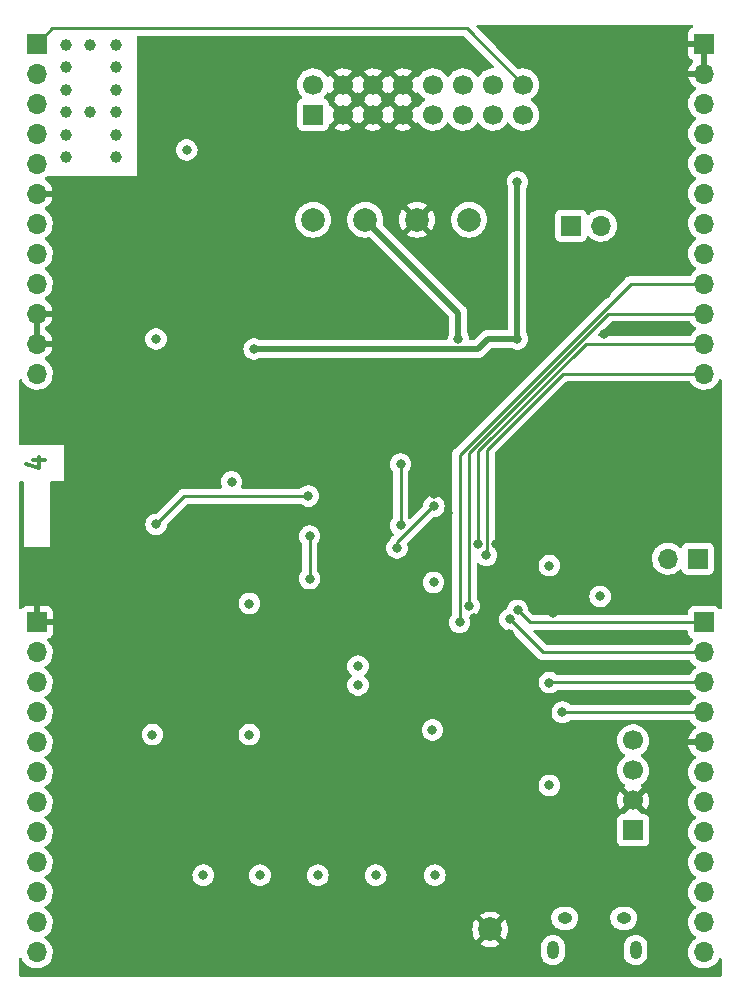
<source format=gbr>
%TF.GenerationSoftware,KiCad,Pcbnew,(5.99.0-12348-g4b436fb86d)*%
%TF.CreationDate,2021-09-23T11:19:06+01:00*%
%TF.ProjectId,Ampelope_Components,416d7065-6c6f-4706-955f-436f6d706f6e,rev?*%
%TF.SameCoordinates,Original*%
%TF.FileFunction,Copper,L4,Bot*%
%TF.FilePolarity,Positive*%
%FSLAX46Y46*%
G04 Gerber Fmt 4.6, Leading zero omitted, Abs format (unit mm)*
G04 Created by KiCad (PCBNEW (5.99.0-12348-g4b436fb86d)) date 2021-09-23 11:19:06*
%MOMM*%
%LPD*%
G01*
G04 APERTURE LIST*
%ADD10C,0.300000*%
%TA.AperFunction,NonConductor*%
%ADD11C,0.300000*%
%TD*%
%TA.AperFunction,ComponentPad*%
%ADD12O,1.250000X0.950000*%
%TD*%
%TA.AperFunction,ComponentPad*%
%ADD13O,1.000000X1.550000*%
%TD*%
%TA.AperFunction,ComponentPad*%
%ADD14R,1.700000X1.700000*%
%TD*%
%TA.AperFunction,ComponentPad*%
%ADD15O,1.700000X1.700000*%
%TD*%
%TA.AperFunction,ComponentPad*%
%ADD16C,1.700000*%
%TD*%
%TA.AperFunction,ComponentPad*%
%ADD17C,2.000000*%
%TD*%
%TA.AperFunction,ViaPad*%
%ADD18C,0.800000*%
%TD*%
%TA.AperFunction,ViaPad*%
%ADD19C,1.000000*%
%TD*%
%TA.AperFunction,Conductor*%
%ADD20C,0.500000*%
%TD*%
%TA.AperFunction,Conductor*%
%ADD21C,0.250000*%
%TD*%
G04 APERTURE END LIST*
D10*
%TO.C,FID1*%
D11*
X101678571Y-87314285D02*
X102678571Y-87314285D01*
X101107142Y-87671428D02*
X102178571Y-88028571D01*
X102178571Y-87100000D01*
%TD*%
D12*
%TO.P,J8,*%
%TO.N,*%
X151700000Y-126150000D03*
D13*
X152700000Y-128850000D03*
D12*
X146700000Y-126150000D03*
D13*
%TO.P,J8,6,Shield*%
%TO.N,unconnected-(J8-Pad6)*%
X145700000Y-128850000D03*
%TD*%
D14*
%TO.P,J9,1,Pin_1*%
%TO.N,/Env2_Out*%
X147225000Y-67500000D03*
D15*
%TO.P,J9,2,Pin_2*%
%TO.N,/Env4_Out*%
X149765000Y-67500000D03*
%TD*%
D14*
%TO.P,J5,1,Pin_1*%
%TO.N,+12V*%
X125400000Y-58100000D03*
D16*
%TO.P,J5,2,Pin_2*%
X125400000Y-55560000D03*
%TO.P,J5,3,Pin_3*%
%TO.N,GND*%
X127940000Y-58100000D03*
%TO.P,J5,4,Pin_4*%
X127940000Y-55560000D03*
%TO.P,J5,5,Pin_5*%
X130480000Y-58100000D03*
%TO.P,J5,6,Pin_6*%
X130480000Y-55560000D03*
%TO.P,J5,7,Pin_7*%
X133020000Y-58100000D03*
%TO.P,J5,8,Pin_8*%
X133020000Y-55560000D03*
%TO.P,J5,9,Pin_9*%
%TO.N,-12V*%
X135560000Y-58100000D03*
%TO.P,J5,10,Pin_10*%
X135560000Y-55560000D03*
%TO.P,J5,11,11*%
%TO.N,unconnected-(J5-Pad11)*%
X138100000Y-58100000D03*
%TO.P,J5,12,Pin_12*%
%TO.N,unconnected-(J5-Pad12)*%
X138100000Y-55560000D03*
%TO.P,J5,13,Pin_13*%
%TO.N,unconnected-(J5-Pad13)*%
X140640000Y-58100000D03*
%TO.P,J5,14,Pin_14*%
%TO.N,unconnected-(J5-Pad14)*%
X140640000Y-55560000D03*
%TO.P,J5,15,Pin_15*%
%TO.N,/Gate_In*%
X143180000Y-58100000D03*
%TO.P,J5,16,Pin_16*%
X143180000Y-55560000D03*
%TD*%
D17*
%TO.P,TP2,1,1*%
%TO.N,+3V3*%
X125400000Y-67000000D03*
%TD*%
%TO.P,TP4,1,1*%
%TO.N,VEE*%
X138600000Y-67000000D03*
%TD*%
%TO.P,TP3,1,1*%
%TO.N,VCC*%
X129800000Y-67000000D03*
%TD*%
D14*
%TO.P,J7,1,Pin_1*%
%TO.N,+3V3*%
X152500000Y-118710000D03*
D16*
%TO.P,J7,2,Pin_2*%
%TO.N,GND*%
X152500000Y-116170000D03*
%TO.P,J7,3,Pin_3*%
%TO.N,/SWIO*%
X152500000Y-113630000D03*
%TO.P,J7,4,Pin_4*%
%TO.N,/SWCLK*%
X152500000Y-111090000D03*
%TD*%
D14*
%TO.P,J6,1,Pin_1*%
%TO.N,/UART3_TX*%
X157975000Y-95700000D03*
D15*
%TO.P,J6,2,Pin_2*%
%TO.N,/UART3_RX*%
X155435000Y-95700000D03*
%TD*%
D17*
%TO.P,TP1,1,1*%
%TO.N,GND*%
X134200000Y-67000000D03*
%TD*%
%TO.P,TP5,1,1*%
%TO.N,GND*%
X140400000Y-127100000D03*
%TD*%
D14*
%TO.P,J4,1,Pin_1*%
%TO.N,/EnvA_Attack*%
X158500000Y-101100000D03*
D15*
%TO.P,J4,2,Pin_2*%
%TO.N,/EnvA_Decay*%
X158500000Y-103640000D03*
%TO.P,J4,3,Pin_3*%
%TO.N,/EnvA_Sustain*%
X158500000Y-106180000D03*
%TO.P,J4,4,Pin_4*%
%TO.N,/EnvA_Release*%
X158500000Y-108720000D03*
%TO.P,J4,5,Pin_5*%
%TO.N,GND*%
X158500000Y-111260000D03*
%TO.P,J4,6,Pin_6*%
%TO.N,/Env1_LFO*%
X158500000Y-113800000D03*
%TO.P,J4,7,Pin_7*%
%TO.N,/Env1_Short*%
X158500000Y-116340000D03*
%TO.P,J4,8,Pin_8*%
%TO.N,/Env2_LFO*%
X158500000Y-118880000D03*
%TO.P,J4,9,Pin_9*%
%TO.N,/Env2_Short*%
X158500000Y-121420000D03*
%TO.P,J4,10,Pin_10*%
%TO.N,/Env3_LFO*%
X158500000Y-123960000D03*
%TO.P,J4,11,Pin_11*%
%TO.N,/Env3_Short*%
X158500000Y-126500000D03*
%TO.P,J4,12,Pin_12*%
%TO.N,/Env4_LFO*%
X158500000Y-129040000D03*
%TD*%
D14*
%TO.P,J2,1,Pin_1*%
%TO.N,GND*%
X102000000Y-101100000D03*
D15*
%TO.P,J2,2,Pin_2*%
%TO.N,/Audio1_In*%
X102000000Y-103640000D03*
%TO.P,J2,3,Pin_3*%
%TO.N,/Audio2_In*%
X102000000Y-106180000D03*
%TO.P,J2,4,Pin_4*%
%TO.N,/Audio3_In*%
X102000000Y-108720000D03*
%TO.P,J2,5,Pin_5*%
%TO.N,/Audio4_In*%
X102000000Y-111260000D03*
%TO.P,J2,6,Pin_6*%
%TO.N,/LFO_Speed*%
X102000000Y-113800000D03*
%TO.P,J2,7,Pin_7*%
%TO.N,/Env4_Short*%
X102000000Y-116340000D03*
%TO.P,J2,8,Pin_8*%
%TO.N,/Gate1_In*%
X102000000Y-118880000D03*
%TO.P,J2,9,Pin_9*%
%TO.N,/Gate2_In*%
X102000000Y-121420000D03*
%TO.P,J2,10,Pin_10*%
%TO.N,/Gate3_In*%
X102000000Y-123960000D03*
%TO.P,J2,11,Pin_11*%
%TO.N,/Gate4_In*%
X102000000Y-126500000D03*
%TO.P,J2,12,Pin_12*%
%TO.N,/Clock_In*%
X102000000Y-129040000D03*
%TD*%
D14*
%TO.P,J1,1,Pin_1*%
%TO.N,/Gate_In*%
X102000000Y-52100000D03*
D15*
%TO.P,J1,2,Pin_2*%
%TO.N,+3V3*%
X102000000Y-54640000D03*
%TO.P,J1,3,Pin_3*%
X102000000Y-57180000D03*
%TO.P,J1,4,Pin_4*%
X102000000Y-59720000D03*
%TO.P,J1,5,Pin_5*%
X102000000Y-62260000D03*
%TO.P,J1,6,Pin_6*%
%TO.N,GND*%
X102000000Y-64800000D03*
%TO.P,J1,7,Pin_7*%
%TO.N,/Audio4_Out*%
X102000000Y-67340000D03*
%TO.P,J1,8,Pin_8*%
%TO.N,/Audio3_Out*%
X102000000Y-69880000D03*
%TO.P,J1,9,Pin_9*%
%TO.N,/Audio2_Out*%
X102000000Y-72420000D03*
%TO.P,J1,10,Pin_10*%
%TO.N,GND*%
X102000000Y-74960000D03*
%TO.P,J1,11,Pin_11*%
X102000000Y-77500000D03*
%TO.P,J1,12,Pin_12*%
%TO.N,/Audio1_Out*%
X102000000Y-80040000D03*
%TD*%
D14*
%TO.P,J3,1,Pin_1*%
%TO.N,GND*%
X158500000Y-52100000D03*
D15*
%TO.P,J3,2,Pin_2*%
X158500000Y-54640000D03*
%TO.P,J3,3,Pin_3*%
%TO.N,/Led1_Out*%
X158500000Y-57180000D03*
%TO.P,J3,4,Pin_4*%
%TO.N,/Env1_Out*%
X158500000Y-59720000D03*
%TO.P,J3,5,Pin_5*%
%TO.N,/Led2_Out*%
X158500000Y-62260000D03*
%TO.P,J3,6,Pin_6*%
%TO.N,/Led4_Out*%
X158500000Y-64800000D03*
%TO.P,J3,7,Pin_7*%
%TO.N,/Env3_Out*%
X158500000Y-67340000D03*
%TO.P,J3,8,Pin_8*%
%TO.N,/Led3_Out*%
X158500000Y-69880000D03*
%TO.P,J3,9,Pin_9*%
%TO.N,/EnvB_Release*%
X158500000Y-72420000D03*
%TO.P,J3,10,Pin_10*%
%TO.N,/EnvB_Sustain*%
X158500000Y-74960000D03*
%TO.P,J3,11,Pin_11*%
%TO.N,/EnvB_Decay*%
X158500000Y-77500000D03*
%TO.P,J3,12,Pin_12*%
%TO.N,/EnvB_Attack*%
X158500000Y-80040000D03*
%TD*%
D18*
%TO.N,GND*%
X145700000Y-100300000D03*
X110700000Y-64700000D03*
X107900000Y-64700000D03*
X120500000Y-75800000D03*
X134200000Y-107000000D03*
X111400000Y-83600000D03*
X147500000Y-89200000D03*
D19*
X128900000Y-109100000D03*
D18*
X122200000Y-111600000D03*
X137600000Y-106800000D03*
X111800000Y-75800000D03*
X144400000Y-107600000D03*
X141300000Y-106400000D03*
X133200000Y-75800000D03*
D19*
X145900000Y-77150000D03*
D18*
X109700000Y-111500000D03*
X111400000Y-87000000D03*
X112000000Y-66400000D03*
X135500000Y-93800000D03*
D19*
X128900000Y-102100000D03*
D18*
%TO.N,+3V3*%
X116100000Y-122500000D03*
%TO.N,GND*%
X117900000Y-102300000D03*
X124200000Y-92900000D03*
D19*
X128900000Y-107850000D03*
D18*
X156700000Y-84300000D03*
X107900000Y-92950000D03*
X150200000Y-73300000D03*
X134100000Y-87700000D03*
X113700000Y-102200000D03*
D19*
X128900000Y-103400000D03*
D18*
X116000000Y-97400000D03*
X156700000Y-92700000D03*
X137600000Y-104800000D03*
%TO.N,+3V3*%
X130700000Y-122500000D03*
%TO.N,GND*%
X134100000Y-104200000D03*
X148600000Y-112200000D03*
X112800000Y-58600000D03*
%TO.N,+3V3*%
X135700000Y-122500000D03*
%TO.N,GND*%
X133100000Y-79100000D03*
%TO.N,+3V3*%
X125800000Y-122500000D03*
%TO.N,GND*%
X135000000Y-112000000D03*
X148900000Y-90800000D03*
X148600000Y-114000000D03*
D19*
X130250000Y-101050000D03*
D18*
X150000000Y-76700000D03*
X154200000Y-59800000D03*
X141500000Y-89200000D03*
D19*
X142000000Y-102200000D03*
D18*
X115900000Y-64700000D03*
D19*
X106600000Y-66500000D03*
D18*
X151000000Y-124500000D03*
X107900000Y-96350000D03*
D19*
X146500000Y-110100000D03*
D18*
X113400000Y-64700000D03*
X139000000Y-100700000D03*
X111200000Y-57300000D03*
X105200000Y-64700000D03*
X111800000Y-78400000D03*
X126400000Y-95500000D03*
X120700000Y-85900000D03*
X140900000Y-94500000D03*
X150900000Y-59800000D03*
D19*
X130250000Y-110150000D03*
D18*
%TO.N,+3V3*%
X120900000Y-122500000D03*
%TO.N,GND*%
X153000000Y-98800000D03*
X153100000Y-102200000D03*
X117300000Y-66450000D03*
X135600000Y-90200000D03*
X136800000Y-91800000D03*
%TO.N,VCC*%
X111800000Y-110600000D03*
X112100000Y-77100000D03*
X118500000Y-89200000D03*
X114700000Y-61100000D03*
X137700000Y-77100000D03*
%TO.N,VEE*%
X142700000Y-77100000D03*
X120000000Y-110600000D03*
X120000000Y-99500000D03*
X120400000Y-77949500D03*
X142700000Y-63800000D03*
D19*
%TO.N,+3V3*%
X104500000Y-56000000D03*
X108700000Y-61700000D03*
X104500000Y-54100000D03*
D18*
X129200000Y-106400000D03*
D19*
X104500000Y-59800000D03*
D18*
X129200000Y-104800000D03*
D19*
X108700000Y-52200000D03*
D18*
X145400000Y-96300000D03*
D19*
X108700000Y-57900000D03*
X106500000Y-57900000D03*
D18*
%TO.N,GND*%
X121100000Y-124200000D03*
%TO.N,+3V3*%
X135600000Y-97700000D03*
X149700000Y-98900000D03*
%TO.N,GND*%
X126000000Y-124200000D03*
D19*
%TO.N,+3V3*%
X106500000Y-52200000D03*
X108700000Y-59800000D03*
X104500000Y-57900000D03*
X108700000Y-54100000D03*
X108700000Y-56000000D03*
X104500000Y-52200000D03*
D18*
%TO.N,GND*%
X135800000Y-124200000D03*
%TO.N,+3V3*%
X145400000Y-114900000D03*
D19*
X104500000Y-61700000D03*
D18*
%TO.N,GND*%
X116300000Y-124200000D03*
X130900000Y-124200000D03*
%TO.N,+3V3*%
X135500000Y-110200000D03*
%TO.N,/Env1_Scaled*%
X125000000Y-90400000D03*
X112105000Y-92795000D03*
%TO.N,/Env3_DAC*%
X132500000Y-94800000D03*
X135618550Y-91281450D03*
%TO.N,/Env2_DAC*%
X132800000Y-87700000D03*
X132806250Y-92893750D03*
%TO.N,/Audio4_In_Buff*%
X125100000Y-97400000D03*
X125100000Y-93800000D03*
%TO.N,/EnvA_Attack*%
X142712766Y-100090590D03*
%TO.N,/EnvA_Decay*%
X142059414Y-100846987D03*
%TO.N,/EnvA_Release*%
X146500000Y-108700000D03*
%TO.N,/EnvA_Sustain*%
X145400000Y-106200000D03*
%TO.N,/EnvB_Attack*%
X140074500Y-95413357D03*
%TO.N,/EnvB_Decay*%
X139400000Y-94500000D03*
%TO.N,/EnvB_Release*%
X137800000Y-101100000D03*
%TO.N,/EnvB_Sustain*%
X138600000Y-99700000D03*
%TD*%
D20*
%TO.N,VCC*%
X137700000Y-74900000D02*
X129800000Y-67000000D01*
X137700000Y-77100000D02*
X137700000Y-74900000D01*
%TO.N,VEE*%
X142700000Y-77100000D02*
X140200000Y-77100000D01*
X139350500Y-77949500D02*
X120400000Y-77949500D01*
X140200000Y-77100000D02*
X139350500Y-77949500D01*
X142700000Y-63800000D02*
X142700000Y-77100000D01*
D21*
%TO.N,/Env1_Scaled*%
X114500000Y-90400000D02*
X112105000Y-92795000D01*
X125000000Y-90400000D02*
X114500000Y-90400000D01*
%TO.N,/Env3_DAC*%
X135543550Y-91281450D02*
X135618550Y-91281450D01*
X132500000Y-94325000D02*
X135543550Y-91281450D01*
X132500000Y-94800000D02*
X132500000Y-94325000D01*
%TO.N,/Env2_DAC*%
X132800000Y-87700000D02*
X132800000Y-92887500D01*
X132800000Y-92887500D02*
X132806250Y-92893750D01*
%TO.N,/Audio4_In_Buff*%
X125100000Y-97400000D02*
X125100000Y-93800000D01*
%TO.N,/EnvA_Attack*%
X143722176Y-101100000D02*
X158500000Y-101100000D01*
X142712766Y-100090590D02*
X143722176Y-101100000D01*
%TO.N,/EnvA_Decay*%
X144852427Y-103640000D02*
X158500000Y-103640000D01*
X142059414Y-100846987D02*
X144852427Y-103640000D01*
%TO.N,/EnvA_Release*%
X146620000Y-108720000D02*
X158500000Y-108720000D01*
X146600000Y-108700000D02*
X146620000Y-108720000D01*
X146500000Y-108700000D02*
X146600000Y-108700000D01*
%TO.N,/EnvA_Sustain*%
X145400000Y-106200000D02*
X145420000Y-106180000D01*
X145420000Y-106180000D02*
X158500000Y-106180000D01*
%TO.N,/EnvB_Attack*%
X146567154Y-80040000D02*
X158500000Y-80040000D01*
X140124511Y-86482643D02*
X146567154Y-80040000D01*
X140124511Y-95363346D02*
X140124511Y-86482643D01*
X140074500Y-95413357D02*
X140124511Y-95363346D01*
%TO.N,/EnvB_Decay*%
X139400000Y-86571436D02*
X148471436Y-77500000D01*
X148471436Y-77500000D02*
X159100000Y-77500000D01*
X139400000Y-94500000D02*
X139400000Y-86571436D01*
%TO.N,/EnvB_Release*%
X137800000Y-86900000D02*
X152280000Y-72420000D01*
X152280000Y-72420000D02*
X158500000Y-72420000D01*
X137800000Y-101100000D02*
X137800000Y-86900000D01*
%TO.N,/EnvB_Sustain*%
X150375718Y-74960000D02*
X158500000Y-74960000D01*
X138600000Y-99700000D02*
X138600000Y-86735718D01*
X138600000Y-86735718D02*
X150375718Y-74960000D01*
%TO.N,/Gate_In*%
X103300000Y-50800000D02*
X102000000Y-52100000D01*
X138430000Y-50800000D02*
X103300000Y-50800000D01*
X143210000Y-55580000D02*
X138430000Y-50800000D01*
%TD*%
%TA.AperFunction,Conductor*%
%TO.N,GND*%
G36*
X157555057Y-50528002D02*
G01*
X157601550Y-50581658D01*
X157611654Y-50651932D01*
X157582160Y-50716512D01*
X157531166Y-50751982D01*
X157411946Y-50796676D01*
X157396351Y-50805214D01*
X157294276Y-50881715D01*
X157281715Y-50894276D01*
X157205214Y-50996351D01*
X157196676Y-51011946D01*
X157151522Y-51132394D01*
X157147895Y-51147649D01*
X157142369Y-51198514D01*
X157142000Y-51205328D01*
X157142000Y-51827885D01*
X157146475Y-51843124D01*
X157147865Y-51844329D01*
X157155548Y-51846000D01*
X158628000Y-51846000D01*
X158696121Y-51866002D01*
X158742614Y-51919658D01*
X158754000Y-51972000D01*
X158754000Y-54768000D01*
X158733998Y-54836121D01*
X158680342Y-54882614D01*
X158628000Y-54894000D01*
X157183225Y-54894000D01*
X157169694Y-54897973D01*
X157168257Y-54907966D01*
X157198565Y-55042446D01*
X157201645Y-55052275D01*
X157281770Y-55249603D01*
X157286413Y-55258794D01*
X157397694Y-55440388D01*
X157403777Y-55448699D01*
X157543213Y-55609667D01*
X157550580Y-55616883D01*
X157714434Y-55752916D01*
X157722881Y-55758831D01*
X157791969Y-55799203D01*
X157840693Y-55850842D01*
X157853764Y-55920625D01*
X157827033Y-55986396D01*
X157786584Y-56019752D01*
X157773607Y-56026507D01*
X157769474Y-56029610D01*
X157769471Y-56029612D01*
X157599100Y-56157530D01*
X157594965Y-56160635D01*
X157550519Y-56207145D01*
X157444753Y-56317823D01*
X157440629Y-56322138D01*
X157437715Y-56326410D01*
X157437714Y-56326411D01*
X157408669Y-56368990D01*
X157314743Y-56506680D01*
X157272116Y-56598512D01*
X157232888Y-56683023D01*
X157220688Y-56709305D01*
X157160989Y-56924570D01*
X157137251Y-57146695D01*
X157137548Y-57151848D01*
X157137548Y-57151851D01*
X157142754Y-57242138D01*
X157150110Y-57369715D01*
X157151247Y-57374761D01*
X157151248Y-57374767D01*
X157168832Y-57452792D01*
X157199222Y-57587639D01*
X157283266Y-57794616D01*
X157399987Y-57985088D01*
X157546250Y-58153938D01*
X157718126Y-58296632D01*
X157744732Y-58312179D01*
X157791445Y-58339476D01*
X157840169Y-58391114D01*
X157853240Y-58460897D01*
X157826509Y-58526669D01*
X157786055Y-58560027D01*
X157773607Y-58566507D01*
X157769474Y-58569610D01*
X157769471Y-58569612D01*
X157599100Y-58697530D01*
X157594965Y-58700635D01*
X157550516Y-58747148D01*
X157444753Y-58857823D01*
X157440629Y-58862138D01*
X157437715Y-58866410D01*
X157437714Y-58866411D01*
X157379302Y-58952040D01*
X157314743Y-59046680D01*
X157272116Y-59138512D01*
X157225377Y-59239204D01*
X157220688Y-59249305D01*
X157160989Y-59464570D01*
X157137251Y-59686695D01*
X157150110Y-59909715D01*
X157151247Y-59914761D01*
X157151248Y-59914767D01*
X157166611Y-59982934D01*
X157199222Y-60127639D01*
X157229776Y-60202885D01*
X157272817Y-60308882D01*
X157283266Y-60334616D01*
X157399987Y-60525088D01*
X157546250Y-60693938D01*
X157718126Y-60836632D01*
X157744494Y-60852040D01*
X157791445Y-60879476D01*
X157840169Y-60931114D01*
X157853240Y-61000897D01*
X157826509Y-61066669D01*
X157786055Y-61100027D01*
X157773607Y-61106507D01*
X157769474Y-61109610D01*
X157769471Y-61109612D01*
X157599100Y-61237530D01*
X157594965Y-61240635D01*
X157440629Y-61402138D01*
X157314743Y-61586680D01*
X157289133Y-61641852D01*
X157225534Y-61778866D01*
X157220688Y-61789305D01*
X157160989Y-62004570D01*
X157137251Y-62226695D01*
X157137548Y-62231848D01*
X157137548Y-62231851D01*
X157139171Y-62260000D01*
X157150110Y-62449715D01*
X157151247Y-62454761D01*
X157151248Y-62454767D01*
X157172275Y-62548069D01*
X157199222Y-62667639D01*
X157283266Y-62874616D01*
X157399987Y-63065088D01*
X157546250Y-63233938D01*
X157718126Y-63376632D01*
X157788595Y-63417811D01*
X157791445Y-63419476D01*
X157840169Y-63471114D01*
X157853240Y-63540897D01*
X157826509Y-63606669D01*
X157786055Y-63640027D01*
X157773607Y-63646507D01*
X157769474Y-63649610D01*
X157769471Y-63649612D01*
X157745247Y-63667800D01*
X157594965Y-63780635D01*
X157440629Y-63942138D01*
X157437715Y-63946410D01*
X157437714Y-63946411D01*
X157425404Y-63964457D01*
X157314743Y-64126680D01*
X157291256Y-64177279D01*
X157222965Y-64324400D01*
X157220688Y-64329305D01*
X157160989Y-64544570D01*
X157137251Y-64766695D01*
X157150110Y-64989715D01*
X157151247Y-64994761D01*
X157151248Y-64994767D01*
X157164597Y-65054000D01*
X157199222Y-65207639D01*
X157283266Y-65414616D01*
X157328067Y-65487725D01*
X157374359Y-65563266D01*
X157399987Y-65605088D01*
X157546250Y-65773938D01*
X157718126Y-65916632D01*
X157788595Y-65957811D01*
X157791445Y-65959476D01*
X157840169Y-66011114D01*
X157853240Y-66080897D01*
X157826509Y-66146669D01*
X157786055Y-66180027D01*
X157778817Y-66183795D01*
X157773607Y-66186507D01*
X157769474Y-66189610D01*
X157769471Y-66189612D01*
X157599100Y-66317530D01*
X157594965Y-66320635D01*
X157591393Y-66324373D01*
X157445033Y-66477530D01*
X157440629Y-66482138D01*
X157437715Y-66486410D01*
X157437714Y-66486411D01*
X157403056Y-66537218D01*
X157314743Y-66666680D01*
X157299007Y-66700580D01*
X157223516Y-66863213D01*
X157220688Y-66869305D01*
X157160989Y-67084570D01*
X157137251Y-67306695D01*
X157137548Y-67311848D01*
X157137548Y-67311851D01*
X157143011Y-67406590D01*
X157150110Y-67529715D01*
X157151247Y-67534761D01*
X157151248Y-67534767D01*
X157157665Y-67563240D01*
X157199222Y-67747639D01*
X157283266Y-67954616D01*
X157285965Y-67959020D01*
X157351653Y-68066213D01*
X157399987Y-68145088D01*
X157546250Y-68313938D01*
X157718126Y-68456632D01*
X157788595Y-68497811D01*
X157791445Y-68499476D01*
X157840169Y-68551114D01*
X157853240Y-68620897D01*
X157826509Y-68686669D01*
X157786055Y-68720027D01*
X157773607Y-68726507D01*
X157769474Y-68729610D01*
X157769471Y-68729612D01*
X157599100Y-68857530D01*
X157594965Y-68860635D01*
X157440629Y-69022138D01*
X157314743Y-69206680D01*
X157299007Y-69240580D01*
X157223516Y-69403213D01*
X157220688Y-69409305D01*
X157160989Y-69624570D01*
X157137251Y-69846695D01*
X157137548Y-69851848D01*
X157137548Y-69851851D01*
X157143011Y-69946590D01*
X157150110Y-70069715D01*
X157151247Y-70074761D01*
X157151248Y-70074767D01*
X157171119Y-70162939D01*
X157199222Y-70287639D01*
X157283266Y-70494616D01*
X157399987Y-70685088D01*
X157546250Y-70853938D01*
X157718126Y-70996632D01*
X157788595Y-71037811D01*
X157791445Y-71039476D01*
X157840169Y-71091114D01*
X157853240Y-71160897D01*
X157826509Y-71226669D01*
X157786055Y-71260027D01*
X157773607Y-71266507D01*
X157769474Y-71269610D01*
X157769471Y-71269612D01*
X157745247Y-71287800D01*
X157594965Y-71400635D01*
X157440629Y-71562138D01*
X157437715Y-71566410D01*
X157437714Y-71566411D01*
X157325095Y-71731504D01*
X157270184Y-71776507D01*
X157221007Y-71786500D01*
X152358763Y-71786500D01*
X152347579Y-71785973D01*
X152340091Y-71784299D01*
X152332168Y-71784548D01*
X152272033Y-71786438D01*
X152268075Y-71786500D01*
X152240144Y-71786500D01*
X152236229Y-71786995D01*
X152236225Y-71786995D01*
X152236167Y-71787003D01*
X152236138Y-71787006D01*
X152224296Y-71787939D01*
X152180110Y-71789327D01*
X152162744Y-71794372D01*
X152160658Y-71794978D01*
X152141306Y-71798986D01*
X152129068Y-71800532D01*
X152129066Y-71800533D01*
X152121203Y-71801526D01*
X152080086Y-71817806D01*
X152068885Y-71821641D01*
X152026406Y-71833982D01*
X152019587Y-71838015D01*
X152019582Y-71838017D01*
X152008971Y-71844293D01*
X151991221Y-71852990D01*
X151972383Y-71860448D01*
X151965967Y-71865109D01*
X151965966Y-71865110D01*
X151936625Y-71886428D01*
X151926701Y-71892947D01*
X151895460Y-71911422D01*
X151895455Y-71911426D01*
X151888637Y-71915458D01*
X151874313Y-71929782D01*
X151859281Y-71942621D01*
X151842893Y-71954528D01*
X151825168Y-71975954D01*
X151814712Y-71988593D01*
X151806722Y-71997373D01*
X137407747Y-86396348D01*
X137399461Y-86403888D01*
X137392982Y-86408000D01*
X137387557Y-86413777D01*
X137346357Y-86457651D01*
X137343602Y-86460493D01*
X137323865Y-86480230D01*
X137321385Y-86483427D01*
X137313682Y-86492447D01*
X137283414Y-86524679D01*
X137279595Y-86531625D01*
X137279593Y-86531628D01*
X137273652Y-86542434D01*
X137262801Y-86558953D01*
X137250386Y-86574959D01*
X137247241Y-86582228D01*
X137247238Y-86582232D01*
X137232826Y-86615537D01*
X137227609Y-86626187D01*
X137206305Y-86664940D01*
X137204334Y-86672615D01*
X137204334Y-86672616D01*
X137201267Y-86684562D01*
X137194863Y-86703266D01*
X137186819Y-86721855D01*
X137185580Y-86729678D01*
X137185577Y-86729688D01*
X137179901Y-86765524D01*
X137177495Y-86777144D01*
X137168472Y-86812289D01*
X137166500Y-86819970D01*
X137166500Y-86840224D01*
X137164949Y-86859934D01*
X137161780Y-86879943D01*
X137162526Y-86887835D01*
X137165941Y-86923961D01*
X137166500Y-86935819D01*
X137166500Y-100397476D01*
X137146498Y-100465597D01*
X137134142Y-100481779D01*
X137060960Y-100563056D01*
X136965473Y-100728444D01*
X136906458Y-100910072D01*
X136886496Y-101100000D01*
X136906458Y-101289928D01*
X136965473Y-101471556D01*
X137060960Y-101636944D01*
X137188747Y-101778866D01*
X137343248Y-101891118D01*
X137349276Y-101893802D01*
X137349278Y-101893803D01*
X137472344Y-101948595D01*
X137517712Y-101968794D01*
X137611113Y-101988647D01*
X137698056Y-102007128D01*
X137698061Y-102007128D01*
X137704513Y-102008500D01*
X137895487Y-102008500D01*
X137901939Y-102007128D01*
X137901944Y-102007128D01*
X137988887Y-101988647D01*
X138082288Y-101968794D01*
X138127656Y-101948595D01*
X138250722Y-101893803D01*
X138250724Y-101893802D01*
X138256752Y-101891118D01*
X138411253Y-101778866D01*
X138539040Y-101636944D01*
X138634527Y-101471556D01*
X138693542Y-101289928D01*
X138713504Y-101100000D01*
X138693542Y-100910072D01*
X138645254Y-100761457D01*
X138643226Y-100690490D01*
X138679889Y-100629692D01*
X138738889Y-100599275D01*
X138882288Y-100568794D01*
X138895176Y-100563056D01*
X139050722Y-100493803D01*
X139050724Y-100493802D01*
X139056752Y-100491118D01*
X139211253Y-100378866D01*
X139220322Y-100368794D01*
X139334621Y-100241852D01*
X139334622Y-100241851D01*
X139339040Y-100236944D01*
X139423538Y-100090590D01*
X139431223Y-100077279D01*
X139431224Y-100077278D01*
X139434527Y-100071556D01*
X139493542Y-99889928D01*
X139494452Y-99881275D01*
X139512814Y-99706565D01*
X139513504Y-99700000D01*
X139501181Y-99582749D01*
X139494232Y-99516635D01*
X139494232Y-99516633D01*
X139493542Y-99510072D01*
X139434527Y-99328444D01*
X139339040Y-99163056D01*
X139265863Y-99081785D01*
X139235147Y-99017779D01*
X139233500Y-98997476D01*
X139233500Y-98900000D01*
X148786496Y-98900000D01*
X148787186Y-98906565D01*
X148792608Y-98958148D01*
X148806458Y-99089928D01*
X148865473Y-99271556D01*
X148960960Y-99436944D01*
X149088747Y-99578866D01*
X149243248Y-99691118D01*
X149249276Y-99693802D01*
X149249278Y-99693803D01*
X149411681Y-99766109D01*
X149417712Y-99768794D01*
X149511112Y-99788647D01*
X149598056Y-99807128D01*
X149598061Y-99807128D01*
X149604513Y-99808500D01*
X149795487Y-99808500D01*
X149801939Y-99807128D01*
X149801944Y-99807128D01*
X149888887Y-99788647D01*
X149982288Y-99768794D01*
X149988319Y-99766109D01*
X150150722Y-99693803D01*
X150150724Y-99693802D01*
X150156752Y-99691118D01*
X150311253Y-99578866D01*
X150439040Y-99436944D01*
X150534527Y-99271556D01*
X150593542Y-99089928D01*
X150607393Y-98958148D01*
X150612814Y-98906565D01*
X150613504Y-98900000D01*
X150593542Y-98710072D01*
X150534527Y-98528444D01*
X150439040Y-98363056D01*
X150311253Y-98221134D01*
X150156752Y-98108882D01*
X150150724Y-98106198D01*
X150150722Y-98106197D01*
X149988319Y-98033891D01*
X149988318Y-98033891D01*
X149982288Y-98031206D01*
X149888888Y-98011353D01*
X149801944Y-97992872D01*
X149801939Y-97992872D01*
X149795487Y-97991500D01*
X149604513Y-97991500D01*
X149598061Y-97992872D01*
X149598056Y-97992872D01*
X149511112Y-98011353D01*
X149417712Y-98031206D01*
X149411682Y-98033891D01*
X149411681Y-98033891D01*
X149249278Y-98106197D01*
X149249276Y-98106198D01*
X149243248Y-98108882D01*
X149088747Y-98221134D01*
X148960960Y-98363056D01*
X148865473Y-98528444D01*
X148806458Y-98710072D01*
X148786496Y-98900000D01*
X139233500Y-98900000D01*
X139233500Y-96165304D01*
X139253502Y-96097183D01*
X139307158Y-96050690D01*
X139377432Y-96040586D01*
X139442012Y-96070080D01*
X139453131Y-96080988D01*
X139463247Y-96092223D01*
X139617748Y-96204475D01*
X139623776Y-96207159D01*
X139623778Y-96207160D01*
X139786181Y-96279466D01*
X139792212Y-96282151D01*
X139885613Y-96302004D01*
X139972556Y-96320485D01*
X139972561Y-96320485D01*
X139979013Y-96321857D01*
X140169987Y-96321857D01*
X140176439Y-96320485D01*
X140176444Y-96320485D01*
X140263388Y-96302004D01*
X140272816Y-96300000D01*
X144486496Y-96300000D01*
X144487186Y-96306565D01*
X144497225Y-96402077D01*
X144506458Y-96489928D01*
X144565473Y-96671556D01*
X144660960Y-96836944D01*
X144665378Y-96841851D01*
X144665379Y-96841852D01*
X144725733Y-96908882D01*
X144788747Y-96978866D01*
X144841579Y-97017251D01*
X144902571Y-97061564D01*
X144943248Y-97091118D01*
X144949276Y-97093802D01*
X144949278Y-97093803D01*
X145104824Y-97163056D01*
X145117712Y-97168794D01*
X145211113Y-97188647D01*
X145298056Y-97207128D01*
X145298061Y-97207128D01*
X145304513Y-97208500D01*
X145495487Y-97208500D01*
X145501939Y-97207128D01*
X145501944Y-97207128D01*
X145588887Y-97188647D01*
X145682288Y-97168794D01*
X145695176Y-97163056D01*
X145850722Y-97093803D01*
X145850724Y-97093802D01*
X145856752Y-97091118D01*
X145897430Y-97061564D01*
X145958421Y-97017251D01*
X146011253Y-96978866D01*
X146074267Y-96908882D01*
X146134621Y-96841852D01*
X146134622Y-96841851D01*
X146139040Y-96836944D01*
X146234527Y-96671556D01*
X146293542Y-96489928D01*
X146302776Y-96402077D01*
X146312814Y-96306565D01*
X146313504Y-96300000D01*
X146293542Y-96110072D01*
X146234527Y-95928444D01*
X146139040Y-95763056D01*
X146052277Y-95666695D01*
X154072251Y-95666695D01*
X154072548Y-95671848D01*
X154072548Y-95671851D01*
X154078137Y-95768774D01*
X154085110Y-95889715D01*
X154086247Y-95894761D01*
X154086248Y-95894767D01*
X154092548Y-95922721D01*
X154134222Y-96107639D01*
X154171967Y-96200594D01*
X154205641Y-96283523D01*
X154218266Y-96314616D01*
X154334987Y-96505088D01*
X154481250Y-96673938D01*
X154653126Y-96816632D01*
X154846000Y-96929338D01*
X155054692Y-97009030D01*
X155059760Y-97010061D01*
X155059763Y-97010062D01*
X155138323Y-97026045D01*
X155273597Y-97053567D01*
X155278772Y-97053757D01*
X155278774Y-97053757D01*
X155491673Y-97061564D01*
X155491677Y-97061564D01*
X155496837Y-97061753D01*
X155501957Y-97061097D01*
X155501959Y-97061097D01*
X155713288Y-97034025D01*
X155713289Y-97034025D01*
X155718416Y-97033368D01*
X155723366Y-97031883D01*
X155927429Y-96970661D01*
X155927434Y-96970659D01*
X155932384Y-96969174D01*
X156132994Y-96870896D01*
X156314860Y-96741173D01*
X156423091Y-96633319D01*
X156485462Y-96599404D01*
X156556268Y-96604592D01*
X156613030Y-96647238D01*
X156630012Y-96678341D01*
X156644797Y-96717779D01*
X156674385Y-96796705D01*
X156761739Y-96913261D01*
X156878295Y-97000615D01*
X157014684Y-97051745D01*
X157076866Y-97058500D01*
X158873134Y-97058500D01*
X158935316Y-97051745D01*
X159071705Y-97000615D01*
X159188261Y-96913261D01*
X159275615Y-96796705D01*
X159326745Y-96660316D01*
X159333500Y-96598134D01*
X159333500Y-94801866D01*
X159326745Y-94739684D01*
X159275615Y-94603295D01*
X159188261Y-94486739D01*
X159071705Y-94399385D01*
X158935316Y-94348255D01*
X158873134Y-94341500D01*
X157076866Y-94341500D01*
X157014684Y-94348255D01*
X156878295Y-94399385D01*
X156761739Y-94486739D01*
X156674385Y-94603295D01*
X156671233Y-94611703D01*
X156629919Y-94721907D01*
X156587277Y-94778671D01*
X156520716Y-94803371D01*
X156451367Y-94788163D01*
X156418743Y-94762476D01*
X156368151Y-94706875D01*
X156368142Y-94706866D01*
X156364670Y-94703051D01*
X156360619Y-94699852D01*
X156360615Y-94699848D01*
X156193414Y-94567800D01*
X156193410Y-94567798D01*
X156189359Y-94564598D01*
X155993789Y-94456638D01*
X155988920Y-94454914D01*
X155988916Y-94454912D01*
X155788087Y-94383795D01*
X155788083Y-94383794D01*
X155783212Y-94382069D01*
X155778119Y-94381162D01*
X155778116Y-94381161D01*
X155568373Y-94343800D01*
X155568367Y-94343799D01*
X155563284Y-94342894D01*
X155489452Y-94341992D01*
X155345081Y-94340228D01*
X155345079Y-94340228D01*
X155339911Y-94340165D01*
X155119091Y-94373955D01*
X154906756Y-94443357D01*
X154708607Y-94546507D01*
X154704474Y-94549610D01*
X154704471Y-94549612D01*
X154615205Y-94616635D01*
X154529965Y-94680635D01*
X154490525Y-94721907D01*
X154436280Y-94778671D01*
X154375629Y-94842138D01*
X154372715Y-94846410D01*
X154372714Y-94846411D01*
X154287556Y-94971249D01*
X154249743Y-95026680D01*
X154247564Y-95031375D01*
X154158416Y-95223429D01*
X154155688Y-95229305D01*
X154095989Y-95444570D01*
X154072251Y-95666695D01*
X146052277Y-95666695D01*
X146047655Y-95661562D01*
X146015675Y-95626045D01*
X146015674Y-95626044D01*
X146011253Y-95621134D01*
X145856752Y-95508882D01*
X145850724Y-95506198D01*
X145850722Y-95506197D01*
X145688319Y-95433891D01*
X145688318Y-95433891D01*
X145682288Y-95431206D01*
X145567430Y-95406792D01*
X145501944Y-95392872D01*
X145501939Y-95392872D01*
X145495487Y-95391500D01*
X145304513Y-95391500D01*
X145298061Y-95392872D01*
X145298056Y-95392872D01*
X145232570Y-95406792D01*
X145117712Y-95431206D01*
X145111682Y-95433891D01*
X145111681Y-95433891D01*
X144949278Y-95506197D01*
X144949276Y-95506198D01*
X144943248Y-95508882D01*
X144788747Y-95621134D01*
X144784326Y-95626044D01*
X144784325Y-95626045D01*
X144752346Y-95661562D01*
X144660960Y-95763056D01*
X144565473Y-95928444D01*
X144506458Y-96110072D01*
X144486496Y-96300000D01*
X140272816Y-96300000D01*
X140356788Y-96282151D01*
X140362819Y-96279466D01*
X140525222Y-96207160D01*
X140525224Y-96207159D01*
X140531252Y-96204475D01*
X140685753Y-96092223D01*
X140690175Y-96087312D01*
X140809121Y-95955209D01*
X140809122Y-95955208D01*
X140813540Y-95950301D01*
X140909027Y-95784913D01*
X140968042Y-95603285D01*
X140988004Y-95413357D01*
X140968042Y-95223429D01*
X140909027Y-95041801D01*
X140897827Y-95022401D01*
X140816843Y-94882134D01*
X140813540Y-94876413D01*
X140790375Y-94850685D01*
X140759658Y-94786679D01*
X140758011Y-94766375D01*
X140758011Y-86797237D01*
X140778013Y-86729116D01*
X140794916Y-86708142D01*
X146792654Y-80710405D01*
X146854966Y-80676379D01*
X146881749Y-80673500D01*
X157224274Y-80673500D01*
X157292395Y-80693502D01*
X157331707Y-80733665D01*
X157399987Y-80845088D01*
X157546250Y-81013938D01*
X157718126Y-81156632D01*
X157911000Y-81269338D01*
X158119692Y-81349030D01*
X158124760Y-81350061D01*
X158124763Y-81350062D01*
X158232017Y-81371883D01*
X158338597Y-81393567D01*
X158343772Y-81393757D01*
X158343774Y-81393757D01*
X158556673Y-81401564D01*
X158556677Y-81401564D01*
X158561837Y-81401753D01*
X158566957Y-81401097D01*
X158566959Y-81401097D01*
X158778288Y-81374025D01*
X158778289Y-81374025D01*
X158783416Y-81373368D01*
X158788366Y-81371883D01*
X158992429Y-81310661D01*
X158992434Y-81310659D01*
X158997384Y-81309174D01*
X159197994Y-81210896D01*
X159379860Y-81081173D01*
X159538096Y-80923489D01*
X159597594Y-80840689D01*
X159665435Y-80746277D01*
X159668453Y-80742077D01*
X159672611Y-80733665D01*
X159753043Y-80570921D01*
X159801156Y-80518714D01*
X159869858Y-80500807D01*
X159937334Y-80522885D01*
X159982162Y-80577939D01*
X159992000Y-80626748D01*
X159992000Y-99880441D01*
X159971998Y-99948562D01*
X159918342Y-99995055D01*
X159848068Y-100005159D01*
X159783488Y-99975665D01*
X159765174Y-99956006D01*
X159718643Y-99893920D01*
X159718642Y-99893919D01*
X159713261Y-99886739D01*
X159596705Y-99799385D01*
X159460316Y-99748255D01*
X159398134Y-99741500D01*
X157601866Y-99741500D01*
X157539684Y-99748255D01*
X157403295Y-99799385D01*
X157286739Y-99886739D01*
X157199385Y-100003295D01*
X157148255Y-100139684D01*
X157141500Y-100201866D01*
X157141500Y-100340500D01*
X157121498Y-100408621D01*
X157067842Y-100455114D01*
X157015500Y-100466500D01*
X144036771Y-100466500D01*
X143968650Y-100446498D01*
X143947676Y-100429595D01*
X143659888Y-100141807D01*
X143625862Y-100079495D01*
X143623673Y-100065882D01*
X143622339Y-100053184D01*
X143613062Y-99964924D01*
X143606998Y-99907225D01*
X143606998Y-99907223D01*
X143606308Y-99900662D01*
X143547293Y-99719034D01*
X143532514Y-99693435D01*
X143510080Y-99654580D01*
X143451806Y-99553646D01*
X143324019Y-99411724D01*
X143209394Y-99328444D01*
X143174860Y-99303353D01*
X143174859Y-99303352D01*
X143169518Y-99299472D01*
X143163490Y-99296788D01*
X143163488Y-99296787D01*
X143001085Y-99224481D01*
X143001084Y-99224481D01*
X142995054Y-99221796D01*
X142901654Y-99201943D01*
X142814710Y-99183462D01*
X142814705Y-99183462D01*
X142808253Y-99182090D01*
X142617279Y-99182090D01*
X142610827Y-99183462D01*
X142610822Y-99183462D01*
X142523878Y-99201943D01*
X142430478Y-99221796D01*
X142424448Y-99224481D01*
X142424447Y-99224481D01*
X142262044Y-99296787D01*
X142262042Y-99296788D01*
X142256014Y-99299472D01*
X142250673Y-99303352D01*
X142250672Y-99303353D01*
X142216138Y-99328444D01*
X142101513Y-99411724D01*
X141973726Y-99553646D01*
X141915452Y-99654580D01*
X141893019Y-99693435D01*
X141878239Y-99719034D01*
X141819224Y-99900662D01*
X141818912Y-99903631D01*
X141785820Y-99964924D01*
X141747552Y-99991360D01*
X141608692Y-100053184D01*
X141608690Y-100053185D01*
X141602662Y-100055869D01*
X141448161Y-100168121D01*
X141443740Y-100173031D01*
X141443739Y-100173032D01*
X141334997Y-100293803D01*
X141320374Y-100310043D01*
X141317073Y-100315761D01*
X141241592Y-100446498D01*
X141224887Y-100475431D01*
X141165872Y-100657059D01*
X141145910Y-100846987D01*
X141165872Y-101036915D01*
X141224887Y-101218543D01*
X141320374Y-101383931D01*
X141448161Y-101525853D01*
X141602662Y-101638105D01*
X141608690Y-101640789D01*
X141608692Y-101640790D01*
X141771095Y-101713096D01*
X141777126Y-101715781D01*
X141860487Y-101733500D01*
X141957470Y-101754115D01*
X141957475Y-101754115D01*
X141963927Y-101755487D01*
X142019820Y-101755487D01*
X142087941Y-101775489D01*
X142108915Y-101792392D01*
X144348775Y-104032253D01*
X144356315Y-104040539D01*
X144360427Y-104047018D01*
X144366204Y-104052443D01*
X144410078Y-104093643D01*
X144412920Y-104096398D01*
X144432657Y-104116135D01*
X144435854Y-104118615D01*
X144444874Y-104126318D01*
X144477106Y-104156586D01*
X144484052Y-104160405D01*
X144484055Y-104160407D01*
X144494861Y-104166348D01*
X144511380Y-104177199D01*
X144527386Y-104189614D01*
X144534655Y-104192759D01*
X144534659Y-104192762D01*
X144567964Y-104207174D01*
X144578614Y-104212391D01*
X144617367Y-104233695D01*
X144625042Y-104235666D01*
X144625043Y-104235666D01*
X144636989Y-104238733D01*
X144655694Y-104245137D01*
X144674282Y-104253181D01*
X144682105Y-104254420D01*
X144682115Y-104254423D01*
X144717951Y-104260099D01*
X144729571Y-104262505D01*
X144764716Y-104271528D01*
X144772397Y-104273500D01*
X144792651Y-104273500D01*
X144812361Y-104275051D01*
X144832370Y-104278220D01*
X144840262Y-104277474D01*
X144876388Y-104274059D01*
X144888246Y-104273500D01*
X157224274Y-104273500D01*
X157292395Y-104293502D01*
X157331707Y-104333665D01*
X157399987Y-104445088D01*
X157546250Y-104613938D01*
X157718126Y-104756632D01*
X157781107Y-104793435D01*
X157791445Y-104799476D01*
X157840169Y-104851114D01*
X157853240Y-104920897D01*
X157826509Y-104986669D01*
X157786055Y-105020027D01*
X157773607Y-105026507D01*
X157769474Y-105029610D01*
X157769471Y-105029612D01*
X157745247Y-105047800D01*
X157594965Y-105160635D01*
X157440629Y-105322138D01*
X157437715Y-105326410D01*
X157437714Y-105326411D01*
X157325095Y-105491504D01*
X157270184Y-105536507D01*
X157221007Y-105546500D01*
X146086760Y-105546500D01*
X146018639Y-105526498D01*
X146011382Y-105520957D01*
X146011253Y-105521134D01*
X145862094Y-105412763D01*
X145862093Y-105412762D01*
X145856752Y-105408882D01*
X145850724Y-105406198D01*
X145850722Y-105406197D01*
X145688319Y-105333891D01*
X145688318Y-105333891D01*
X145682288Y-105331206D01*
X145588888Y-105311353D01*
X145501944Y-105292872D01*
X145501939Y-105292872D01*
X145495487Y-105291500D01*
X145304513Y-105291500D01*
X145298061Y-105292872D01*
X145298056Y-105292872D01*
X145211112Y-105311353D01*
X145117712Y-105331206D01*
X145111682Y-105333891D01*
X145111681Y-105333891D01*
X144949278Y-105406197D01*
X144949276Y-105406198D01*
X144943248Y-105408882D01*
X144788747Y-105521134D01*
X144784326Y-105526044D01*
X144784325Y-105526045D01*
X144673837Y-105648755D01*
X144660960Y-105663056D01*
X144565473Y-105828444D01*
X144506458Y-106010072D01*
X144505768Y-106016633D01*
X144505768Y-106016635D01*
X144488951Y-106176646D01*
X144486496Y-106200000D01*
X144487186Y-106206565D01*
X144504334Y-106369715D01*
X144506458Y-106389928D01*
X144565473Y-106571556D01*
X144568776Y-106577278D01*
X144568777Y-106577279D01*
X144576080Y-106589928D01*
X144660960Y-106736944D01*
X144665378Y-106741851D01*
X144665379Y-106741852D01*
X144692125Y-106771556D01*
X144788747Y-106878866D01*
X144943248Y-106991118D01*
X144949276Y-106993802D01*
X144949278Y-106993803D01*
X145111681Y-107066109D01*
X145117712Y-107068794D01*
X145183365Y-107082749D01*
X145298056Y-107107128D01*
X145298061Y-107107128D01*
X145304513Y-107108500D01*
X145495487Y-107108500D01*
X145501939Y-107107128D01*
X145501944Y-107107128D01*
X145616635Y-107082749D01*
X145682288Y-107068794D01*
X145688319Y-107066109D01*
X145850722Y-106993803D01*
X145850724Y-106993802D01*
X145856752Y-106991118D01*
X146011253Y-106878866D01*
X146032572Y-106855189D01*
X146093018Y-106817950D01*
X146126208Y-106813500D01*
X157224274Y-106813500D01*
X157292395Y-106833502D01*
X157331707Y-106873665D01*
X157399987Y-106985088D01*
X157546250Y-107153938D01*
X157718126Y-107296632D01*
X157736088Y-107307128D01*
X157791445Y-107339476D01*
X157840169Y-107391114D01*
X157853240Y-107460897D01*
X157826509Y-107526669D01*
X157786055Y-107560027D01*
X157773607Y-107566507D01*
X157769474Y-107569610D01*
X157769471Y-107569612D01*
X157745247Y-107587800D01*
X157594965Y-107700635D01*
X157440629Y-107862138D01*
X157437715Y-107866410D01*
X157437714Y-107866411D01*
X157325095Y-108031504D01*
X157270184Y-108076507D01*
X157221007Y-108086500D01*
X147226208Y-108086500D01*
X147158087Y-108066498D01*
X147132572Y-108044811D01*
X147115668Y-108026037D01*
X147115666Y-108026036D01*
X147111253Y-108021134D01*
X146956752Y-107908882D01*
X146950724Y-107906198D01*
X146950722Y-107906197D01*
X146788319Y-107833891D01*
X146788318Y-107833891D01*
X146782288Y-107831206D01*
X146688887Y-107811353D01*
X146601944Y-107792872D01*
X146601939Y-107792872D01*
X146595487Y-107791500D01*
X146404513Y-107791500D01*
X146398061Y-107792872D01*
X146398056Y-107792872D01*
X146311113Y-107811353D01*
X146217712Y-107831206D01*
X146211682Y-107833891D01*
X146211681Y-107833891D01*
X146049278Y-107906197D01*
X146049276Y-107906198D01*
X146043248Y-107908882D01*
X145888747Y-108021134D01*
X145884326Y-108026044D01*
X145884325Y-108026045D01*
X145784605Y-108136796D01*
X145760960Y-108163056D01*
X145665473Y-108328444D01*
X145606458Y-108510072D01*
X145586496Y-108700000D01*
X145606458Y-108889928D01*
X145665473Y-109071556D01*
X145760960Y-109236944D01*
X145765378Y-109241851D01*
X145765379Y-109241852D01*
X145865907Y-109353500D01*
X145888747Y-109378866D01*
X146043248Y-109491118D01*
X146049276Y-109493802D01*
X146049278Y-109493803D01*
X146128310Y-109528990D01*
X146217712Y-109568794D01*
X146311113Y-109588647D01*
X146398056Y-109607128D01*
X146398061Y-109607128D01*
X146404513Y-109608500D01*
X146595487Y-109608500D01*
X146601939Y-109607128D01*
X146601944Y-109607128D01*
X146688888Y-109588647D01*
X146782288Y-109568794D01*
X146871690Y-109528990D01*
X146950722Y-109493803D01*
X146950724Y-109493802D01*
X146956752Y-109491118D01*
X147051779Y-109422077D01*
X147111253Y-109378866D01*
X147112747Y-109380922D01*
X147166456Y-109355147D01*
X147186760Y-109353500D01*
X157224274Y-109353500D01*
X157292395Y-109373502D01*
X157331707Y-109413665D01*
X157399987Y-109525088D01*
X157546250Y-109693938D01*
X157718126Y-109836632D01*
X157739526Y-109849137D01*
X157791955Y-109879774D01*
X157840679Y-109931412D01*
X157853750Y-110001195D01*
X157827019Y-110066967D01*
X157786562Y-110100327D01*
X157778457Y-110104546D01*
X157769738Y-110110036D01*
X157599433Y-110237905D01*
X157591726Y-110244748D01*
X157444590Y-110398717D01*
X157438104Y-110406727D01*
X157318098Y-110582649D01*
X157313000Y-110591623D01*
X157223338Y-110784783D01*
X157219775Y-110794470D01*
X157164389Y-110994183D01*
X157165912Y-111002607D01*
X157178292Y-111006000D01*
X158628000Y-111006000D01*
X158696121Y-111026002D01*
X158742614Y-111079658D01*
X158754000Y-111132000D01*
X158754000Y-111388000D01*
X158733998Y-111456121D01*
X158680342Y-111502614D01*
X158628000Y-111514000D01*
X157183225Y-111514000D01*
X157169694Y-111517973D01*
X157168257Y-111527966D01*
X157198565Y-111662446D01*
X157201645Y-111672275D01*
X157281770Y-111869603D01*
X157286413Y-111878794D01*
X157397694Y-112060388D01*
X157403777Y-112068699D01*
X157543213Y-112229667D01*
X157550580Y-112236883D01*
X157714434Y-112372916D01*
X157722881Y-112378831D01*
X157791969Y-112419203D01*
X157840693Y-112470842D01*
X157853764Y-112540625D01*
X157827033Y-112606396D01*
X157786584Y-112639752D01*
X157773607Y-112646507D01*
X157769474Y-112649610D01*
X157769471Y-112649612D01*
X157599100Y-112777530D01*
X157594965Y-112780635D01*
X157440629Y-112942138D01*
X157437715Y-112946410D01*
X157437714Y-112946411D01*
X157407577Y-112990590D01*
X157314743Y-113126680D01*
X157299599Y-113159305D01*
X157223516Y-113323213D01*
X157220688Y-113329305D01*
X157160989Y-113544570D01*
X157137251Y-113766695D01*
X157137548Y-113771848D01*
X157137548Y-113771851D01*
X157143011Y-113866590D01*
X157150110Y-113989715D01*
X157151247Y-113994761D01*
X157151248Y-113994767D01*
X157160910Y-114037639D01*
X157199222Y-114207639D01*
X157283266Y-114414616D01*
X157399987Y-114605088D01*
X157546250Y-114773938D01*
X157718126Y-114916632D01*
X157756456Y-114939030D01*
X157791445Y-114959476D01*
X157840169Y-115011114D01*
X157853240Y-115080897D01*
X157826509Y-115146669D01*
X157786055Y-115180027D01*
X157773607Y-115186507D01*
X157769474Y-115189610D01*
X157769471Y-115189612D01*
X157599100Y-115317530D01*
X157594965Y-115320635D01*
X157440629Y-115482138D01*
X157314743Y-115666680D01*
X157299007Y-115700580D01*
X157223516Y-115863213D01*
X157220688Y-115869305D01*
X157160989Y-116084570D01*
X157137251Y-116306695D01*
X157137548Y-116311848D01*
X157137548Y-116311851D01*
X157143011Y-116406590D01*
X157150110Y-116529715D01*
X157151247Y-116534761D01*
X157151248Y-116534767D01*
X157159740Y-116572446D01*
X157199222Y-116747639D01*
X157237461Y-116841811D01*
X157272387Y-116927823D01*
X157283266Y-116954616D01*
X157399987Y-117145088D01*
X157546250Y-117313938D01*
X157718126Y-117456632D01*
X157777553Y-117491358D01*
X157791445Y-117499476D01*
X157840169Y-117551114D01*
X157853240Y-117620897D01*
X157826509Y-117686669D01*
X157786055Y-117720027D01*
X157773607Y-117726507D01*
X157769474Y-117729610D01*
X157769471Y-117729612D01*
X157659919Y-117811866D01*
X157594965Y-117860635D01*
X157440629Y-118022138D01*
X157314743Y-118206680D01*
X157299007Y-118240580D01*
X157223516Y-118403213D01*
X157220688Y-118409305D01*
X157160989Y-118624570D01*
X157137251Y-118846695D01*
X157137548Y-118851848D01*
X157137548Y-118851851D01*
X157143011Y-118946590D01*
X157150110Y-119069715D01*
X157151247Y-119074761D01*
X157151248Y-119074767D01*
X157171119Y-119162939D01*
X157199222Y-119287639D01*
X157283266Y-119494616D01*
X157285965Y-119499020D01*
X157390935Y-119670316D01*
X157399987Y-119685088D01*
X157546250Y-119853938D01*
X157718126Y-119996632D01*
X157732838Y-120005229D01*
X157791445Y-120039476D01*
X157840169Y-120091114D01*
X157853240Y-120160897D01*
X157826509Y-120226669D01*
X157786055Y-120260027D01*
X157773607Y-120266507D01*
X157769474Y-120269610D01*
X157769471Y-120269612D01*
X157745247Y-120287800D01*
X157594965Y-120400635D01*
X157440629Y-120562138D01*
X157314743Y-120746680D01*
X157299007Y-120780580D01*
X157223516Y-120943213D01*
X157220688Y-120949305D01*
X157160989Y-121164570D01*
X157137251Y-121386695D01*
X157137548Y-121391848D01*
X157137548Y-121391851D01*
X157143011Y-121486590D01*
X157150110Y-121609715D01*
X157151247Y-121614761D01*
X157151248Y-121614767D01*
X157154644Y-121629834D01*
X157199222Y-121827639D01*
X157283266Y-122034616D01*
X157399987Y-122225088D01*
X157546250Y-122393938D01*
X157718126Y-122536632D01*
X157788595Y-122577811D01*
X157791445Y-122579476D01*
X157840169Y-122631114D01*
X157853240Y-122700897D01*
X157826509Y-122766669D01*
X157786055Y-122800027D01*
X157773607Y-122806507D01*
X157769474Y-122809610D01*
X157769471Y-122809612D01*
X157679347Y-122877279D01*
X157594965Y-122940635D01*
X157440629Y-123102138D01*
X157314743Y-123286680D01*
X157276627Y-123368794D01*
X157223516Y-123483213D01*
X157220688Y-123489305D01*
X157160989Y-123704570D01*
X157137251Y-123926695D01*
X157137548Y-123931848D01*
X157137548Y-123931851D01*
X157143011Y-124026590D01*
X157150110Y-124149715D01*
X157151247Y-124154761D01*
X157151248Y-124154767D01*
X157171119Y-124242939D01*
X157199222Y-124367639D01*
X157283266Y-124574616D01*
X157399987Y-124765088D01*
X157546250Y-124933938D01*
X157718126Y-125076632D01*
X157788595Y-125117811D01*
X157791445Y-125119476D01*
X157840169Y-125171114D01*
X157853240Y-125240897D01*
X157826509Y-125306669D01*
X157786055Y-125340027D01*
X157773607Y-125346507D01*
X157769474Y-125349610D01*
X157769471Y-125349612D01*
X157604734Y-125473300D01*
X157594965Y-125480635D01*
X157440629Y-125642138D01*
X157314743Y-125826680D01*
X157281561Y-125898164D01*
X157223516Y-126023213D01*
X157220688Y-126029305D01*
X157160989Y-126244570D01*
X157137251Y-126466695D01*
X157137548Y-126471848D01*
X157137548Y-126471851D01*
X157143011Y-126566590D01*
X157150110Y-126689715D01*
X157151247Y-126694761D01*
X157151248Y-126694767D01*
X157158733Y-126727978D01*
X157199222Y-126907639D01*
X157283266Y-127114616D01*
X157399987Y-127305088D01*
X157546250Y-127473938D01*
X157718126Y-127616632D01*
X157747283Y-127633670D01*
X157791445Y-127659476D01*
X157840169Y-127711114D01*
X157853240Y-127780897D01*
X157826509Y-127846669D01*
X157786055Y-127880027D01*
X157773607Y-127886507D01*
X157769474Y-127889610D01*
X157769471Y-127889612D01*
X157665281Y-127967840D01*
X157594965Y-128020635D01*
X157440629Y-128182138D01*
X157437715Y-128186410D01*
X157437714Y-128186411D01*
X157425404Y-128204457D01*
X157314743Y-128366680D01*
X157299007Y-128400580D01*
X157223516Y-128563213D01*
X157220688Y-128569305D01*
X157160989Y-128784570D01*
X157137251Y-129006695D01*
X157137548Y-129011848D01*
X157137548Y-129011851D01*
X157149812Y-129224547D01*
X157150110Y-129229715D01*
X157151247Y-129234761D01*
X157151248Y-129234767D01*
X157170870Y-129321833D01*
X157199222Y-129447639D01*
X157283266Y-129654616D01*
X157399987Y-129845088D01*
X157546250Y-130013938D01*
X157718126Y-130156632D01*
X157911000Y-130269338D01*
X158119692Y-130349030D01*
X158124760Y-130350061D01*
X158124763Y-130350062D01*
X158232017Y-130371883D01*
X158338597Y-130393567D01*
X158343772Y-130393757D01*
X158343774Y-130393757D01*
X158556673Y-130401564D01*
X158556677Y-130401564D01*
X158561837Y-130401753D01*
X158566957Y-130401097D01*
X158566959Y-130401097D01*
X158778288Y-130374025D01*
X158778289Y-130374025D01*
X158783416Y-130373368D01*
X158788366Y-130371883D01*
X158992429Y-130310661D01*
X158992434Y-130310659D01*
X158997384Y-130309174D01*
X159197994Y-130210896D01*
X159379860Y-130081173D01*
X159538096Y-129923489D01*
X159591599Y-129849032D01*
X159665435Y-129746277D01*
X159668453Y-129742077D01*
X159690472Y-129697526D01*
X159753043Y-129570921D01*
X159801156Y-129518714D01*
X159869858Y-129500807D01*
X159937334Y-129522885D01*
X159982162Y-129577939D01*
X159992000Y-129626748D01*
X159992000Y-130966000D01*
X159971998Y-131034121D01*
X159918342Y-131080614D01*
X159866000Y-131092000D01*
X100634000Y-131092000D01*
X100565879Y-131071998D01*
X100519386Y-131018342D01*
X100508000Y-130966000D01*
X100508000Y-129621925D01*
X100528002Y-129553804D01*
X100581658Y-129507311D01*
X100651932Y-129497207D01*
X100716512Y-129526701D01*
X100750743Y-129574521D01*
X100783266Y-129654616D01*
X100899987Y-129845088D01*
X101046250Y-130013938D01*
X101218126Y-130156632D01*
X101411000Y-130269338D01*
X101619692Y-130349030D01*
X101624760Y-130350061D01*
X101624763Y-130350062D01*
X101732017Y-130371883D01*
X101838597Y-130393567D01*
X101843772Y-130393757D01*
X101843774Y-130393757D01*
X102056673Y-130401564D01*
X102056677Y-130401564D01*
X102061837Y-130401753D01*
X102066957Y-130401097D01*
X102066959Y-130401097D01*
X102278288Y-130374025D01*
X102278289Y-130374025D01*
X102283416Y-130373368D01*
X102288366Y-130371883D01*
X102492429Y-130310661D01*
X102492434Y-130310659D01*
X102497384Y-130309174D01*
X102697994Y-130210896D01*
X102879860Y-130081173D01*
X103038096Y-129923489D01*
X103091599Y-129849032D01*
X103165435Y-129746277D01*
X103168453Y-129742077D01*
X103190472Y-129697526D01*
X103265136Y-129546453D01*
X103265137Y-129546451D01*
X103267430Y-129541811D01*
X103332370Y-129328069D01*
X103361529Y-129106590D01*
X103363156Y-129040000D01*
X103344852Y-128817361D01*
X103290431Y-128600702D01*
X103201354Y-128395840D01*
X103160488Y-128332670D01*
X139532160Y-128332670D01*
X139537887Y-128340320D01*
X139709042Y-128445205D01*
X139717837Y-128449687D01*
X139927988Y-128536734D01*
X139937373Y-128539783D01*
X140158554Y-128592885D01*
X140168301Y-128594428D01*
X140395070Y-128612275D01*
X140404930Y-128612275D01*
X140631699Y-128594428D01*
X140641446Y-128592885D01*
X140862627Y-128539783D01*
X140872012Y-128536734D01*
X140916692Y-128518227D01*
X144691500Y-128518227D01*
X144691500Y-129174769D01*
X144691800Y-129177825D01*
X144691800Y-129177832D01*
X144692530Y-129185273D01*
X144705920Y-129321833D01*
X144763084Y-129511169D01*
X144855934Y-129685796D01*
X144901836Y-129742077D01*
X144977040Y-129834287D01*
X144977043Y-129834290D01*
X144980935Y-129839062D01*
X144985682Y-129842989D01*
X144985684Y-129842991D01*
X145128575Y-129961201D01*
X145128579Y-129961203D01*
X145133325Y-129965130D01*
X145307299Y-130059198D01*
X145496232Y-130117682D01*
X145502357Y-130118326D01*
X145502358Y-130118326D01*
X145686796Y-130137711D01*
X145686798Y-130137711D01*
X145692925Y-130138355D01*
X145775424Y-130130847D01*
X145883749Y-130120989D01*
X145883752Y-130120988D01*
X145889888Y-130120430D01*
X145895794Y-130118692D01*
X145895798Y-130118691D01*
X146035655Y-130077529D01*
X146079619Y-130064590D01*
X146085077Y-130061737D01*
X146085081Y-130061735D01*
X146183980Y-130010031D01*
X146254890Y-129972960D01*
X146409025Y-129849032D01*
X146536154Y-129697526D01*
X146539121Y-129692128D01*
X146539125Y-129692123D01*
X146628467Y-129529608D01*
X146631433Y-129524213D01*
X146633846Y-129516608D01*
X146689373Y-129341564D01*
X146689373Y-129341563D01*
X146691235Y-129335694D01*
X146708500Y-129181773D01*
X146708500Y-128525231D01*
X146707814Y-128518227D01*
X151691500Y-128518227D01*
X151691500Y-129174769D01*
X151691800Y-129177825D01*
X151691800Y-129177832D01*
X151692530Y-129185273D01*
X151705920Y-129321833D01*
X151763084Y-129511169D01*
X151855934Y-129685796D01*
X151901836Y-129742077D01*
X151977040Y-129834287D01*
X151977043Y-129834290D01*
X151980935Y-129839062D01*
X151985682Y-129842989D01*
X151985684Y-129842991D01*
X152128575Y-129961201D01*
X152128579Y-129961203D01*
X152133325Y-129965130D01*
X152307299Y-130059198D01*
X152496232Y-130117682D01*
X152502357Y-130118326D01*
X152502358Y-130118326D01*
X152686796Y-130137711D01*
X152686798Y-130137711D01*
X152692925Y-130138355D01*
X152775424Y-130130847D01*
X152883749Y-130120989D01*
X152883752Y-130120988D01*
X152889888Y-130120430D01*
X152895794Y-130118692D01*
X152895798Y-130118691D01*
X153035655Y-130077529D01*
X153079619Y-130064590D01*
X153085077Y-130061737D01*
X153085081Y-130061735D01*
X153183980Y-130010031D01*
X153254890Y-129972960D01*
X153409025Y-129849032D01*
X153536154Y-129697526D01*
X153539121Y-129692128D01*
X153539125Y-129692123D01*
X153628467Y-129529608D01*
X153631433Y-129524213D01*
X153633846Y-129516608D01*
X153689373Y-129341564D01*
X153689373Y-129341563D01*
X153691235Y-129335694D01*
X153708500Y-129181773D01*
X153708500Y-128525231D01*
X153707814Y-128518227D01*
X153700653Y-128445205D01*
X153694080Y-128378167D01*
X153692030Y-128371375D01*
X153642787Y-128208277D01*
X153636916Y-128188831D01*
X153544066Y-128014204D01*
X153457285Y-127907800D01*
X153422960Y-127865713D01*
X153422957Y-127865710D01*
X153419065Y-127860938D01*
X153412724Y-127855692D01*
X153271425Y-127738799D01*
X153271421Y-127738797D01*
X153266675Y-127734870D01*
X153092701Y-127640802D01*
X152903768Y-127582318D01*
X152897643Y-127581674D01*
X152897642Y-127581674D01*
X152713204Y-127562289D01*
X152713202Y-127562289D01*
X152707075Y-127561645D01*
X152624576Y-127569153D01*
X152516251Y-127579011D01*
X152516248Y-127579012D01*
X152510112Y-127579570D01*
X152504206Y-127581308D01*
X152504202Y-127581309D01*
X152399076Y-127612249D01*
X152320381Y-127635410D01*
X152314923Y-127638263D01*
X152314919Y-127638265D01*
X152252503Y-127670896D01*
X152145110Y-127727040D01*
X151990975Y-127850968D01*
X151863846Y-128002474D01*
X151860879Y-128007872D01*
X151860875Y-128007877D01*
X151839439Y-128046870D01*
X151768567Y-128175787D01*
X151766706Y-128181654D01*
X151766705Y-128181656D01*
X151716374Y-128340320D01*
X151708765Y-128364306D01*
X151691500Y-128518227D01*
X146707814Y-128518227D01*
X146700653Y-128445205D01*
X146694080Y-128378167D01*
X146692030Y-128371375D01*
X146642787Y-128208277D01*
X146636916Y-128188831D01*
X146544066Y-128014204D01*
X146457285Y-127907800D01*
X146422960Y-127865713D01*
X146422957Y-127865710D01*
X146419065Y-127860938D01*
X146412724Y-127855692D01*
X146271425Y-127738799D01*
X146271421Y-127738797D01*
X146266675Y-127734870D01*
X146092701Y-127640802D01*
X145903768Y-127582318D01*
X145897643Y-127581674D01*
X145897642Y-127581674D01*
X145713204Y-127562289D01*
X145713202Y-127562289D01*
X145707075Y-127561645D01*
X145624576Y-127569153D01*
X145516251Y-127579011D01*
X145516248Y-127579012D01*
X145510112Y-127579570D01*
X145504206Y-127581308D01*
X145504202Y-127581309D01*
X145399076Y-127612249D01*
X145320381Y-127635410D01*
X145314923Y-127638263D01*
X145314919Y-127638265D01*
X145252503Y-127670896D01*
X145145110Y-127727040D01*
X144990975Y-127850968D01*
X144863846Y-128002474D01*
X144860879Y-128007872D01*
X144860875Y-128007877D01*
X144839439Y-128046870D01*
X144768567Y-128175787D01*
X144766706Y-128181654D01*
X144766705Y-128181656D01*
X144716374Y-128340320D01*
X144708765Y-128364306D01*
X144691500Y-128518227D01*
X140916692Y-128518227D01*
X141082163Y-128449687D01*
X141090958Y-128445205D01*
X141258445Y-128342568D01*
X141267907Y-128332110D01*
X141264124Y-128323334D01*
X140412812Y-127472022D01*
X140398868Y-127464408D01*
X140397035Y-127464539D01*
X140390420Y-127468790D01*
X139538920Y-128320290D01*
X139532160Y-128332670D01*
X103160488Y-128332670D01*
X103154448Y-128323334D01*
X103082822Y-128212617D01*
X103082820Y-128212614D01*
X103080014Y-128208277D01*
X102929670Y-128043051D01*
X102925619Y-128039852D01*
X102925615Y-128039848D01*
X102758414Y-127907800D01*
X102758410Y-127907798D01*
X102754359Y-127904598D01*
X102713053Y-127881796D01*
X102663084Y-127831364D01*
X102648312Y-127761921D01*
X102673428Y-127695516D01*
X102700780Y-127668909D01*
X102750183Y-127633670D01*
X102879860Y-127541173D01*
X103038096Y-127383489D01*
X103097594Y-127300689D01*
X103165435Y-127206277D01*
X103168453Y-127202077D01*
X103202506Y-127133177D01*
X103221339Y-127095070D01*
X138887725Y-127095070D01*
X138887725Y-127104930D01*
X138905572Y-127331699D01*
X138907115Y-127341446D01*
X138960217Y-127562627D01*
X138963266Y-127572012D01*
X139050313Y-127782163D01*
X139054795Y-127790958D01*
X139157432Y-127958445D01*
X139167890Y-127967907D01*
X139176666Y-127964124D01*
X140027978Y-127112812D01*
X140034356Y-127101132D01*
X140764408Y-127101132D01*
X140764539Y-127102965D01*
X140768790Y-127109580D01*
X141620290Y-127961080D01*
X141632670Y-127967840D01*
X141640320Y-127962113D01*
X141745205Y-127790958D01*
X141749687Y-127782163D01*
X141836734Y-127572012D01*
X141839783Y-127562627D01*
X141892885Y-127341446D01*
X141894428Y-127331699D01*
X141912275Y-127104930D01*
X141912275Y-127095070D01*
X141894428Y-126868301D01*
X141892885Y-126858554D01*
X141839783Y-126637373D01*
X141836734Y-126627988D01*
X141749687Y-126417837D01*
X141745205Y-126409042D01*
X141642568Y-126241555D01*
X141632110Y-126232093D01*
X141623334Y-126235876D01*
X140772022Y-127087188D01*
X140764408Y-127101132D01*
X140034356Y-127101132D01*
X140035592Y-127098868D01*
X140035461Y-127097035D01*
X140031210Y-127090420D01*
X139179710Y-126238920D01*
X139167330Y-126232160D01*
X139159680Y-126237887D01*
X139054795Y-126409042D01*
X139050313Y-126417837D01*
X138963266Y-126627988D01*
X138960217Y-126637373D01*
X138907115Y-126858554D01*
X138905572Y-126868301D01*
X138887725Y-127095070D01*
X103221339Y-127095070D01*
X103265136Y-127006453D01*
X103265137Y-127006451D01*
X103267430Y-127001811D01*
X103332370Y-126788069D01*
X103361529Y-126566590D01*
X103363156Y-126500000D01*
X103344852Y-126277361D01*
X103290431Y-126060702D01*
X103206594Y-125867890D01*
X139532093Y-125867890D01*
X139535876Y-125876666D01*
X140387188Y-126727978D01*
X140401132Y-126735592D01*
X140402965Y-126735461D01*
X140409580Y-126731210D01*
X140942498Y-126198292D01*
X145562608Y-126198292D01*
X145592486Y-126395848D01*
X145594689Y-126401835D01*
X145594689Y-126401836D01*
X145656527Y-126569908D01*
X145661477Y-126583361D01*
X145766765Y-126753172D01*
X145904047Y-126898344D01*
X145993254Y-126960807D01*
X146051814Y-127001811D01*
X146067716Y-127012946D01*
X146251086Y-127092298D01*
X146446666Y-127133156D01*
X146451522Y-127133411D01*
X146451561Y-127133413D01*
X146451577Y-127133413D01*
X146453229Y-127133500D01*
X146899934Y-127133500D01*
X146929230Y-127130524D01*
X147042434Y-127119026D01*
X147042438Y-127119025D01*
X147048780Y-127118381D01*
X147182043Y-127076619D01*
X147233349Y-127060540D01*
X147233350Y-127060539D01*
X147239440Y-127058631D01*
X147276770Y-127037939D01*
X147383614Y-126978714D01*
X147414191Y-126961765D01*
X147419509Y-126957207D01*
X147561052Y-126835891D01*
X147561053Y-126835890D01*
X147565896Y-126831739D01*
X147569805Y-126826700D01*
X147684445Y-126678907D01*
X147684447Y-126678904D01*
X147688357Y-126673863D01*
X147706313Y-126637373D01*
X147773752Y-126500318D01*
X147776571Y-126494589D01*
X147826935Y-126301238D01*
X147832330Y-126198292D01*
X150562608Y-126198292D01*
X150592486Y-126395848D01*
X150594689Y-126401835D01*
X150594689Y-126401836D01*
X150656527Y-126569908D01*
X150661477Y-126583361D01*
X150766765Y-126753172D01*
X150904047Y-126898344D01*
X150993254Y-126960807D01*
X151051814Y-127001811D01*
X151067716Y-127012946D01*
X151251086Y-127092298D01*
X151446666Y-127133156D01*
X151451522Y-127133411D01*
X151451561Y-127133413D01*
X151451577Y-127133413D01*
X151453229Y-127133500D01*
X151899934Y-127133500D01*
X151929230Y-127130524D01*
X152042434Y-127119026D01*
X152042438Y-127119025D01*
X152048780Y-127118381D01*
X152182043Y-127076619D01*
X152233349Y-127060540D01*
X152233350Y-127060539D01*
X152239440Y-127058631D01*
X152276770Y-127037939D01*
X152383614Y-126978714D01*
X152414191Y-126961765D01*
X152419509Y-126957207D01*
X152561052Y-126835891D01*
X152561053Y-126835890D01*
X152565896Y-126831739D01*
X152569805Y-126826700D01*
X152684445Y-126678907D01*
X152684447Y-126678904D01*
X152688357Y-126673863D01*
X152706313Y-126637373D01*
X152773752Y-126500318D01*
X152776571Y-126494589D01*
X152826935Y-126301238D01*
X152837392Y-126101708D01*
X152807514Y-125904152D01*
X152791487Y-125860590D01*
X152740727Y-125722629D01*
X152740727Y-125722628D01*
X152738523Y-125716639D01*
X152633235Y-125546828D01*
X152495953Y-125401656D01*
X152332284Y-125287054D01*
X152148914Y-125207702D01*
X151953334Y-125166844D01*
X151948478Y-125166589D01*
X151948439Y-125166587D01*
X151948423Y-125166587D01*
X151946771Y-125166500D01*
X151500066Y-125166500D01*
X151486933Y-125167834D01*
X151357566Y-125180974D01*
X151357562Y-125180975D01*
X151351220Y-125181619D01*
X151259898Y-125210238D01*
X151166651Y-125239460D01*
X151166650Y-125239461D01*
X151160560Y-125241369D01*
X150985809Y-125338235D01*
X150980960Y-125342391D01*
X150955051Y-125364598D01*
X150834104Y-125468261D01*
X150830197Y-125473298D01*
X150830195Y-125473300D01*
X150715555Y-125621093D01*
X150715553Y-125621096D01*
X150711643Y-125626137D01*
X150708825Y-125631863D01*
X150708823Y-125631867D01*
X150648335Y-125754795D01*
X150623429Y-125805411D01*
X150573065Y-125998762D01*
X150562608Y-126198292D01*
X147832330Y-126198292D01*
X147837392Y-126101708D01*
X147807514Y-125904152D01*
X147791487Y-125860590D01*
X147740727Y-125722629D01*
X147740727Y-125722628D01*
X147738523Y-125716639D01*
X147633235Y-125546828D01*
X147495953Y-125401656D01*
X147332284Y-125287054D01*
X147148914Y-125207702D01*
X146953334Y-125166844D01*
X146948478Y-125166589D01*
X146948439Y-125166587D01*
X146948423Y-125166587D01*
X146946771Y-125166500D01*
X146500066Y-125166500D01*
X146486933Y-125167834D01*
X146357566Y-125180974D01*
X146357562Y-125180975D01*
X146351220Y-125181619D01*
X146259898Y-125210238D01*
X146166651Y-125239460D01*
X146166650Y-125239461D01*
X146160560Y-125241369D01*
X145985809Y-125338235D01*
X145980960Y-125342391D01*
X145955051Y-125364598D01*
X145834104Y-125468261D01*
X145830197Y-125473298D01*
X145830195Y-125473300D01*
X145715555Y-125621093D01*
X145715553Y-125621096D01*
X145711643Y-125626137D01*
X145708825Y-125631863D01*
X145708823Y-125631867D01*
X145648335Y-125754795D01*
X145623429Y-125805411D01*
X145573065Y-125998762D01*
X145562608Y-126198292D01*
X140942498Y-126198292D01*
X141261080Y-125879710D01*
X141267840Y-125867330D01*
X141262113Y-125859680D01*
X141090958Y-125754795D01*
X141082163Y-125750313D01*
X140872012Y-125663266D01*
X140862627Y-125660217D01*
X140641446Y-125607115D01*
X140631699Y-125605572D01*
X140404930Y-125587725D01*
X140395070Y-125587725D01*
X140168301Y-125605572D01*
X140158554Y-125607115D01*
X139937373Y-125660217D01*
X139927988Y-125663266D01*
X139717837Y-125750313D01*
X139709042Y-125754795D01*
X139541555Y-125857432D01*
X139532093Y-125867890D01*
X103206594Y-125867890D01*
X103201354Y-125855840D01*
X103135985Y-125754795D01*
X103082822Y-125672617D01*
X103082820Y-125672614D01*
X103080014Y-125668277D01*
X102929670Y-125503051D01*
X102925619Y-125499852D01*
X102925615Y-125499848D01*
X102758414Y-125367800D01*
X102758410Y-125367798D01*
X102754359Y-125364598D01*
X102713053Y-125341796D01*
X102663084Y-125291364D01*
X102648312Y-125221921D01*
X102673428Y-125155516D01*
X102700780Y-125128909D01*
X102744603Y-125097650D01*
X102879860Y-125001173D01*
X103038096Y-124843489D01*
X103097594Y-124760689D01*
X103165435Y-124666277D01*
X103168453Y-124662077D01*
X103227836Y-124541925D01*
X103265136Y-124466453D01*
X103265137Y-124466451D01*
X103267430Y-124461811D01*
X103332370Y-124248069D01*
X103361529Y-124026590D01*
X103363156Y-123960000D01*
X103344852Y-123737361D01*
X103290431Y-123520702D01*
X103201354Y-123315840D01*
X103112742Y-123178866D01*
X103082822Y-123132617D01*
X103082820Y-123132614D01*
X103080014Y-123128277D01*
X102929670Y-122963051D01*
X102925619Y-122959852D01*
X102925615Y-122959848D01*
X102758414Y-122827800D01*
X102758410Y-122827798D01*
X102754359Y-122824598D01*
X102713053Y-122801796D01*
X102663084Y-122751364D01*
X102648312Y-122681921D01*
X102673428Y-122615516D01*
X102700780Y-122588909D01*
X102744603Y-122557650D01*
X102825426Y-122500000D01*
X115186496Y-122500000D01*
X115206458Y-122689928D01*
X115265473Y-122871556D01*
X115360960Y-123036944D01*
X115365378Y-123041851D01*
X115365379Y-123041852D01*
X115447104Y-123132617D01*
X115488747Y-123178866D01*
X115587843Y-123250864D01*
X115637140Y-123286680D01*
X115643248Y-123291118D01*
X115649276Y-123293802D01*
X115649278Y-123293803D01*
X115811681Y-123366109D01*
X115817712Y-123368794D01*
X115911112Y-123388647D01*
X115998056Y-123407128D01*
X115998061Y-123407128D01*
X116004513Y-123408500D01*
X116195487Y-123408500D01*
X116201939Y-123407128D01*
X116201944Y-123407128D01*
X116288888Y-123388647D01*
X116382288Y-123368794D01*
X116388319Y-123366109D01*
X116550722Y-123293803D01*
X116550724Y-123293802D01*
X116556752Y-123291118D01*
X116562861Y-123286680D01*
X116612157Y-123250864D01*
X116711253Y-123178866D01*
X116752896Y-123132617D01*
X116834621Y-123041852D01*
X116834622Y-123041851D01*
X116839040Y-123036944D01*
X116934527Y-122871556D01*
X116993542Y-122689928D01*
X117013504Y-122500000D01*
X119986496Y-122500000D01*
X120006458Y-122689928D01*
X120065473Y-122871556D01*
X120160960Y-123036944D01*
X120165378Y-123041851D01*
X120165379Y-123041852D01*
X120247104Y-123132617D01*
X120288747Y-123178866D01*
X120387843Y-123250864D01*
X120437140Y-123286680D01*
X120443248Y-123291118D01*
X120449276Y-123293802D01*
X120449278Y-123293803D01*
X120611681Y-123366109D01*
X120617712Y-123368794D01*
X120711112Y-123388647D01*
X120798056Y-123407128D01*
X120798061Y-123407128D01*
X120804513Y-123408500D01*
X120995487Y-123408500D01*
X121001939Y-123407128D01*
X121001944Y-123407128D01*
X121088888Y-123388647D01*
X121182288Y-123368794D01*
X121188319Y-123366109D01*
X121350722Y-123293803D01*
X121350724Y-123293802D01*
X121356752Y-123291118D01*
X121362861Y-123286680D01*
X121412157Y-123250864D01*
X121511253Y-123178866D01*
X121552896Y-123132617D01*
X121634621Y-123041852D01*
X121634622Y-123041851D01*
X121639040Y-123036944D01*
X121734527Y-122871556D01*
X121793542Y-122689928D01*
X121813504Y-122500000D01*
X124886496Y-122500000D01*
X124906458Y-122689928D01*
X124965473Y-122871556D01*
X125060960Y-123036944D01*
X125065378Y-123041851D01*
X125065379Y-123041852D01*
X125147104Y-123132617D01*
X125188747Y-123178866D01*
X125287843Y-123250864D01*
X125337140Y-123286680D01*
X125343248Y-123291118D01*
X125349276Y-123293802D01*
X125349278Y-123293803D01*
X125511681Y-123366109D01*
X125517712Y-123368794D01*
X125611112Y-123388647D01*
X125698056Y-123407128D01*
X125698061Y-123407128D01*
X125704513Y-123408500D01*
X125895487Y-123408500D01*
X125901939Y-123407128D01*
X125901944Y-123407128D01*
X125988888Y-123388647D01*
X126082288Y-123368794D01*
X126088319Y-123366109D01*
X126250722Y-123293803D01*
X126250724Y-123293802D01*
X126256752Y-123291118D01*
X126262861Y-123286680D01*
X126312157Y-123250864D01*
X126411253Y-123178866D01*
X126452896Y-123132617D01*
X126534621Y-123041852D01*
X126534622Y-123041851D01*
X126539040Y-123036944D01*
X126634527Y-122871556D01*
X126693542Y-122689928D01*
X126713504Y-122500000D01*
X129786496Y-122500000D01*
X129806458Y-122689928D01*
X129865473Y-122871556D01*
X129960960Y-123036944D01*
X129965378Y-123041851D01*
X129965379Y-123041852D01*
X130047104Y-123132617D01*
X130088747Y-123178866D01*
X130187843Y-123250864D01*
X130237140Y-123286680D01*
X130243248Y-123291118D01*
X130249276Y-123293802D01*
X130249278Y-123293803D01*
X130411681Y-123366109D01*
X130417712Y-123368794D01*
X130511112Y-123388647D01*
X130598056Y-123407128D01*
X130598061Y-123407128D01*
X130604513Y-123408500D01*
X130795487Y-123408500D01*
X130801939Y-123407128D01*
X130801944Y-123407128D01*
X130888888Y-123388647D01*
X130982288Y-123368794D01*
X130988319Y-123366109D01*
X131150722Y-123293803D01*
X131150724Y-123293802D01*
X131156752Y-123291118D01*
X131162861Y-123286680D01*
X131212157Y-123250864D01*
X131311253Y-123178866D01*
X131352896Y-123132617D01*
X131434621Y-123041852D01*
X131434622Y-123041851D01*
X131439040Y-123036944D01*
X131534527Y-122871556D01*
X131593542Y-122689928D01*
X131613504Y-122500000D01*
X134786496Y-122500000D01*
X134806458Y-122689928D01*
X134865473Y-122871556D01*
X134960960Y-123036944D01*
X134965378Y-123041851D01*
X134965379Y-123041852D01*
X135047104Y-123132617D01*
X135088747Y-123178866D01*
X135187843Y-123250864D01*
X135237140Y-123286680D01*
X135243248Y-123291118D01*
X135249276Y-123293802D01*
X135249278Y-123293803D01*
X135411681Y-123366109D01*
X135417712Y-123368794D01*
X135511112Y-123388647D01*
X135598056Y-123407128D01*
X135598061Y-123407128D01*
X135604513Y-123408500D01*
X135795487Y-123408500D01*
X135801939Y-123407128D01*
X135801944Y-123407128D01*
X135888888Y-123388647D01*
X135982288Y-123368794D01*
X135988319Y-123366109D01*
X136150722Y-123293803D01*
X136150724Y-123293802D01*
X136156752Y-123291118D01*
X136162861Y-123286680D01*
X136212157Y-123250864D01*
X136311253Y-123178866D01*
X136352896Y-123132617D01*
X136434621Y-123041852D01*
X136434622Y-123041851D01*
X136439040Y-123036944D01*
X136534527Y-122871556D01*
X136593542Y-122689928D01*
X136613504Y-122500000D01*
X136593542Y-122310072D01*
X136534527Y-122128444D01*
X136439040Y-121963056D01*
X136412702Y-121933804D01*
X136315675Y-121826045D01*
X136315674Y-121826044D01*
X136311253Y-121821134D01*
X136156752Y-121708882D01*
X136150724Y-121706198D01*
X136150722Y-121706197D01*
X135988319Y-121633891D01*
X135988318Y-121633891D01*
X135982288Y-121631206D01*
X135888887Y-121611353D01*
X135801944Y-121592872D01*
X135801939Y-121592872D01*
X135795487Y-121591500D01*
X135604513Y-121591500D01*
X135598061Y-121592872D01*
X135598056Y-121592872D01*
X135511113Y-121611353D01*
X135417712Y-121631206D01*
X135411682Y-121633891D01*
X135411681Y-121633891D01*
X135249278Y-121706197D01*
X135249276Y-121706198D01*
X135243248Y-121708882D01*
X135088747Y-121821134D01*
X135084326Y-121826044D01*
X135084325Y-121826045D01*
X134987299Y-121933804D01*
X134960960Y-121963056D01*
X134865473Y-122128444D01*
X134806458Y-122310072D01*
X134786496Y-122500000D01*
X131613504Y-122500000D01*
X131593542Y-122310072D01*
X131534527Y-122128444D01*
X131439040Y-121963056D01*
X131412702Y-121933804D01*
X131315675Y-121826045D01*
X131315674Y-121826044D01*
X131311253Y-121821134D01*
X131156752Y-121708882D01*
X131150724Y-121706198D01*
X131150722Y-121706197D01*
X130988319Y-121633891D01*
X130988318Y-121633891D01*
X130982288Y-121631206D01*
X130888887Y-121611353D01*
X130801944Y-121592872D01*
X130801939Y-121592872D01*
X130795487Y-121591500D01*
X130604513Y-121591500D01*
X130598061Y-121592872D01*
X130598056Y-121592872D01*
X130511113Y-121611353D01*
X130417712Y-121631206D01*
X130411682Y-121633891D01*
X130411681Y-121633891D01*
X130249278Y-121706197D01*
X130249276Y-121706198D01*
X130243248Y-121708882D01*
X130088747Y-121821134D01*
X130084326Y-121826044D01*
X130084325Y-121826045D01*
X129987299Y-121933804D01*
X129960960Y-121963056D01*
X129865473Y-122128444D01*
X129806458Y-122310072D01*
X129786496Y-122500000D01*
X126713504Y-122500000D01*
X126693542Y-122310072D01*
X126634527Y-122128444D01*
X126539040Y-121963056D01*
X126512702Y-121933804D01*
X126415675Y-121826045D01*
X126415674Y-121826044D01*
X126411253Y-121821134D01*
X126256752Y-121708882D01*
X126250724Y-121706198D01*
X126250722Y-121706197D01*
X126088319Y-121633891D01*
X126088318Y-121633891D01*
X126082288Y-121631206D01*
X125988887Y-121611353D01*
X125901944Y-121592872D01*
X125901939Y-121592872D01*
X125895487Y-121591500D01*
X125704513Y-121591500D01*
X125698061Y-121592872D01*
X125698056Y-121592872D01*
X125611113Y-121611353D01*
X125517712Y-121631206D01*
X125511682Y-121633891D01*
X125511681Y-121633891D01*
X125349278Y-121706197D01*
X125349276Y-121706198D01*
X125343248Y-121708882D01*
X125188747Y-121821134D01*
X125184326Y-121826044D01*
X125184325Y-121826045D01*
X125087299Y-121933804D01*
X125060960Y-121963056D01*
X124965473Y-122128444D01*
X124906458Y-122310072D01*
X124886496Y-122500000D01*
X121813504Y-122500000D01*
X121793542Y-122310072D01*
X121734527Y-122128444D01*
X121639040Y-121963056D01*
X121612702Y-121933804D01*
X121515675Y-121826045D01*
X121515674Y-121826044D01*
X121511253Y-121821134D01*
X121356752Y-121708882D01*
X121350724Y-121706198D01*
X121350722Y-121706197D01*
X121188319Y-121633891D01*
X121188318Y-121633891D01*
X121182288Y-121631206D01*
X121088887Y-121611353D01*
X121001944Y-121592872D01*
X121001939Y-121592872D01*
X120995487Y-121591500D01*
X120804513Y-121591500D01*
X120798061Y-121592872D01*
X120798056Y-121592872D01*
X120711113Y-121611353D01*
X120617712Y-121631206D01*
X120611682Y-121633891D01*
X120611681Y-121633891D01*
X120449278Y-121706197D01*
X120449276Y-121706198D01*
X120443248Y-121708882D01*
X120288747Y-121821134D01*
X120284326Y-121826044D01*
X120284325Y-121826045D01*
X120187299Y-121933804D01*
X120160960Y-121963056D01*
X120065473Y-122128444D01*
X120006458Y-122310072D01*
X119986496Y-122500000D01*
X117013504Y-122500000D01*
X116993542Y-122310072D01*
X116934527Y-122128444D01*
X116839040Y-121963056D01*
X116812702Y-121933804D01*
X116715675Y-121826045D01*
X116715674Y-121826044D01*
X116711253Y-121821134D01*
X116556752Y-121708882D01*
X116550724Y-121706198D01*
X116550722Y-121706197D01*
X116388319Y-121633891D01*
X116388318Y-121633891D01*
X116382288Y-121631206D01*
X116288887Y-121611353D01*
X116201944Y-121592872D01*
X116201939Y-121592872D01*
X116195487Y-121591500D01*
X116004513Y-121591500D01*
X115998061Y-121592872D01*
X115998056Y-121592872D01*
X115911113Y-121611353D01*
X115817712Y-121631206D01*
X115811682Y-121633891D01*
X115811681Y-121633891D01*
X115649278Y-121706197D01*
X115649276Y-121706198D01*
X115643248Y-121708882D01*
X115488747Y-121821134D01*
X115484326Y-121826044D01*
X115484325Y-121826045D01*
X115387299Y-121933804D01*
X115360960Y-121963056D01*
X115265473Y-122128444D01*
X115206458Y-122310072D01*
X115186496Y-122500000D01*
X102825426Y-122500000D01*
X102879860Y-122461173D01*
X103038096Y-122303489D01*
X103097594Y-122220689D01*
X103165435Y-122126277D01*
X103168453Y-122122077D01*
X103227836Y-122001925D01*
X103265136Y-121926453D01*
X103265137Y-121926451D01*
X103267430Y-121921811D01*
X103332370Y-121708069D01*
X103361529Y-121486590D01*
X103363156Y-121420000D01*
X103344852Y-121197361D01*
X103290431Y-120980702D01*
X103201354Y-120775840D01*
X103080014Y-120588277D01*
X102929670Y-120423051D01*
X102925619Y-120419852D01*
X102925615Y-120419848D01*
X102758414Y-120287800D01*
X102758410Y-120287798D01*
X102754359Y-120284598D01*
X102713053Y-120261796D01*
X102663084Y-120211364D01*
X102648312Y-120141921D01*
X102673428Y-120075516D01*
X102700780Y-120048909D01*
X102762017Y-120005229D01*
X102879860Y-119921173D01*
X103038096Y-119763489D01*
X103097594Y-119680689D01*
X103165435Y-119586277D01*
X103168453Y-119582077D01*
X103227836Y-119461925D01*
X103265136Y-119386453D01*
X103265137Y-119386451D01*
X103267430Y-119381811D01*
X103332370Y-119168069D01*
X103361529Y-118946590D01*
X103363156Y-118880000D01*
X103344852Y-118657361D01*
X103290431Y-118440702D01*
X103201354Y-118235840D01*
X103080014Y-118048277D01*
X102929670Y-117883051D01*
X102925619Y-117879852D01*
X102925615Y-117879848D01*
X102839535Y-117811866D01*
X151141500Y-117811866D01*
X151141500Y-119608134D01*
X151148255Y-119670316D01*
X151199385Y-119806705D01*
X151286739Y-119923261D01*
X151403295Y-120010615D01*
X151539684Y-120061745D01*
X151601866Y-120068500D01*
X153398134Y-120068500D01*
X153460316Y-120061745D01*
X153596705Y-120010615D01*
X153713261Y-119923261D01*
X153800615Y-119806705D01*
X153851745Y-119670316D01*
X153858500Y-119608134D01*
X153858500Y-117811866D01*
X153851745Y-117749684D01*
X153800615Y-117613295D01*
X153713261Y-117496739D01*
X153596705Y-117409385D01*
X153460316Y-117358255D01*
X153398134Y-117351500D01*
X153364452Y-117351500D01*
X153296331Y-117331498D01*
X153253177Y-117284610D01*
X153250658Y-117279868D01*
X152512812Y-116542022D01*
X152498868Y-116534408D01*
X152497035Y-116534539D01*
X152490420Y-116538790D01*
X151746737Y-117282473D01*
X151744874Y-117285885D01*
X151694672Y-117336087D01*
X151634286Y-117351500D01*
X151601866Y-117351500D01*
X151539684Y-117358255D01*
X151403295Y-117409385D01*
X151286739Y-117496739D01*
X151199385Y-117613295D01*
X151148255Y-117749684D01*
X151141500Y-117811866D01*
X102839535Y-117811866D01*
X102758414Y-117747800D01*
X102758410Y-117747798D01*
X102754359Y-117744598D01*
X102713053Y-117721796D01*
X102663084Y-117671364D01*
X102648312Y-117601921D01*
X102673428Y-117535516D01*
X102700780Y-117508909D01*
X102744603Y-117477650D01*
X102879860Y-117381173D01*
X103038096Y-117223489D01*
X103097594Y-117140689D01*
X103165435Y-117046277D01*
X103168453Y-117042077D01*
X103224921Y-116927823D01*
X103265136Y-116846453D01*
X103265137Y-116846451D01*
X103267430Y-116841811D01*
X103317726Y-116676267D01*
X103330865Y-116633023D01*
X103330865Y-116633021D01*
X103332370Y-116628069D01*
X103361529Y-116406590D01*
X103363156Y-116340000D01*
X103346866Y-116141863D01*
X151138050Y-116141863D01*
X151150309Y-116354477D01*
X151151745Y-116364697D01*
X151198565Y-116572446D01*
X151201645Y-116582275D01*
X151281770Y-116779603D01*
X151286413Y-116788794D01*
X151366460Y-116919420D01*
X151376916Y-116928880D01*
X151385694Y-116925096D01*
X152127978Y-116182812D01*
X152134356Y-116171132D01*
X152864408Y-116171132D01*
X152864539Y-116172965D01*
X152868790Y-116179580D01*
X153610474Y-116921264D01*
X153622484Y-116927823D01*
X153634223Y-116918855D01*
X153665004Y-116876019D01*
X153670315Y-116867180D01*
X153764670Y-116676267D01*
X153768469Y-116666672D01*
X153830376Y-116462915D01*
X153832555Y-116452834D01*
X153860590Y-116239887D01*
X153861109Y-116233212D01*
X153862572Y-116173364D01*
X153862378Y-116166646D01*
X153844781Y-115952604D01*
X153843096Y-115942424D01*
X153791214Y-115735875D01*
X153787894Y-115726124D01*
X153702972Y-115530814D01*
X153698105Y-115521739D01*
X153633063Y-115421197D01*
X153622377Y-115411995D01*
X153612812Y-115416398D01*
X152872022Y-116157188D01*
X152864408Y-116171132D01*
X152134356Y-116171132D01*
X152135592Y-116168868D01*
X152135461Y-116167035D01*
X152131210Y-116160420D01*
X151389849Y-115419059D01*
X151378313Y-115412759D01*
X151366031Y-115422382D01*
X151318089Y-115492662D01*
X151313004Y-115501613D01*
X151223338Y-115694783D01*
X151219775Y-115704470D01*
X151162864Y-115909681D01*
X151160933Y-115919800D01*
X151138302Y-116131574D01*
X151138050Y-116141863D01*
X103346866Y-116141863D01*
X103344852Y-116117361D01*
X103290431Y-115900702D01*
X103201354Y-115695840D01*
X103080014Y-115508277D01*
X102929670Y-115343051D01*
X102925619Y-115339852D01*
X102925615Y-115339848D01*
X102758414Y-115207800D01*
X102758410Y-115207798D01*
X102754359Y-115204598D01*
X102713053Y-115181796D01*
X102663084Y-115131364D01*
X102648312Y-115061921D01*
X102673428Y-114995516D01*
X102700780Y-114968909D01*
X102744603Y-114937650D01*
X102797387Y-114900000D01*
X144486496Y-114900000D01*
X144487186Y-114906565D01*
X144504274Y-115069144D01*
X144506458Y-115089928D01*
X144565473Y-115271556D01*
X144660960Y-115436944D01*
X144788747Y-115578866D01*
X144943248Y-115691118D01*
X144949276Y-115693802D01*
X144949278Y-115693803D01*
X144973237Y-115704470D01*
X145117712Y-115768794D01*
X145211113Y-115788647D01*
X145298056Y-115807128D01*
X145298061Y-115807128D01*
X145304513Y-115808500D01*
X145495487Y-115808500D01*
X145501939Y-115807128D01*
X145501944Y-115807128D01*
X145588887Y-115788647D01*
X145682288Y-115768794D01*
X145826763Y-115704470D01*
X145850722Y-115693803D01*
X145850724Y-115693802D01*
X145856752Y-115691118D01*
X146011253Y-115578866D01*
X146139040Y-115436944D01*
X146234527Y-115271556D01*
X146293542Y-115089928D01*
X146295727Y-115069144D01*
X146312814Y-114906565D01*
X146313504Y-114900000D01*
X146306938Y-114837529D01*
X146294232Y-114716635D01*
X146294232Y-114716633D01*
X146293542Y-114710072D01*
X146234527Y-114528444D01*
X146139040Y-114363056D01*
X146111147Y-114332077D01*
X146015675Y-114226045D01*
X146015674Y-114226044D01*
X146011253Y-114221134D01*
X145888311Y-114131811D01*
X145862094Y-114112763D01*
X145862093Y-114112762D01*
X145856752Y-114108882D01*
X145850724Y-114106198D01*
X145850722Y-114106197D01*
X145688319Y-114033891D01*
X145688318Y-114033891D01*
X145682288Y-114031206D01*
X145588888Y-114011353D01*
X145501944Y-113992872D01*
X145501939Y-113992872D01*
X145495487Y-113991500D01*
X145304513Y-113991500D01*
X145298061Y-113992872D01*
X145298056Y-113992872D01*
X145211112Y-114011353D01*
X145117712Y-114031206D01*
X145111682Y-114033891D01*
X145111681Y-114033891D01*
X144949278Y-114106197D01*
X144949276Y-114106198D01*
X144943248Y-114108882D01*
X144937907Y-114112762D01*
X144937906Y-114112763D01*
X144911689Y-114131811D01*
X144788747Y-114221134D01*
X144784326Y-114226044D01*
X144784325Y-114226045D01*
X144688854Y-114332077D01*
X144660960Y-114363056D01*
X144565473Y-114528444D01*
X144506458Y-114710072D01*
X144505768Y-114716633D01*
X144505768Y-114716635D01*
X144493062Y-114837529D01*
X144486496Y-114900000D01*
X102797387Y-114900000D01*
X102879860Y-114841173D01*
X103038096Y-114683489D01*
X103049565Y-114667529D01*
X103165435Y-114506277D01*
X103168453Y-114502077D01*
X103199633Y-114438990D01*
X103265136Y-114306453D01*
X103265137Y-114306451D01*
X103267430Y-114301811D01*
X103332370Y-114088069D01*
X103361529Y-113866590D01*
X103362551Y-113824767D01*
X103363074Y-113803365D01*
X103363074Y-113803361D01*
X103363156Y-113800000D01*
X103344852Y-113577361D01*
X103290431Y-113360702D01*
X103201354Y-113155840D01*
X103080014Y-112968277D01*
X102929670Y-112803051D01*
X102925619Y-112799852D01*
X102925615Y-112799848D01*
X102758414Y-112667800D01*
X102758410Y-112667798D01*
X102754359Y-112664598D01*
X102713053Y-112641796D01*
X102663084Y-112591364D01*
X102648312Y-112521921D01*
X102673428Y-112455516D01*
X102700780Y-112428909D01*
X102760042Y-112386638D01*
X102879860Y-112301173D01*
X103038096Y-112143489D01*
X103049565Y-112127529D01*
X103165435Y-111966277D01*
X103168453Y-111962077D01*
X103199633Y-111898990D01*
X103265136Y-111766453D01*
X103265137Y-111766451D01*
X103267430Y-111761811D01*
X103332370Y-111548069D01*
X103361529Y-111326590D01*
X103362600Y-111282749D01*
X103363074Y-111263365D01*
X103363074Y-111263361D01*
X103363156Y-111260000D01*
X103344852Y-111037361D01*
X103290431Y-110820702D01*
X103201354Y-110615840D01*
X103191107Y-110600000D01*
X110886496Y-110600000D01*
X110887186Y-110606565D01*
X110894880Y-110679765D01*
X110906458Y-110789928D01*
X110965473Y-110971556D01*
X111060960Y-111136944D01*
X111188747Y-111278866D01*
X111254433Y-111326590D01*
X111325288Y-111378069D01*
X111343248Y-111391118D01*
X111349276Y-111393802D01*
X111349278Y-111393803D01*
X111511681Y-111466109D01*
X111517712Y-111468794D01*
X111611113Y-111488647D01*
X111698056Y-111507128D01*
X111698061Y-111507128D01*
X111704513Y-111508500D01*
X111895487Y-111508500D01*
X111901939Y-111507128D01*
X111901944Y-111507128D01*
X111988887Y-111488647D01*
X112082288Y-111468794D01*
X112088319Y-111466109D01*
X112250722Y-111393803D01*
X112250724Y-111393802D01*
X112256752Y-111391118D01*
X112274713Y-111378069D01*
X112345567Y-111326590D01*
X112411253Y-111278866D01*
X112539040Y-111136944D01*
X112634527Y-110971556D01*
X112693542Y-110789928D01*
X112705121Y-110679765D01*
X112712814Y-110606565D01*
X112713504Y-110600000D01*
X119086496Y-110600000D01*
X119087186Y-110606565D01*
X119094880Y-110679765D01*
X119106458Y-110789928D01*
X119165473Y-110971556D01*
X119260960Y-111136944D01*
X119388747Y-111278866D01*
X119454433Y-111326590D01*
X119525288Y-111378069D01*
X119543248Y-111391118D01*
X119549276Y-111393802D01*
X119549278Y-111393803D01*
X119711681Y-111466109D01*
X119717712Y-111468794D01*
X119811113Y-111488647D01*
X119898056Y-111507128D01*
X119898061Y-111507128D01*
X119904513Y-111508500D01*
X120095487Y-111508500D01*
X120101939Y-111507128D01*
X120101944Y-111507128D01*
X120188887Y-111488647D01*
X120282288Y-111468794D01*
X120288319Y-111466109D01*
X120450722Y-111393803D01*
X120450724Y-111393802D01*
X120456752Y-111391118D01*
X120474713Y-111378069D01*
X120545567Y-111326590D01*
X120611253Y-111278866D01*
X120739040Y-111136944D01*
X120834527Y-110971556D01*
X120893542Y-110789928D01*
X120905121Y-110679765D01*
X120912814Y-110606565D01*
X120913504Y-110600000D01*
X120897301Y-110445840D01*
X120894232Y-110416635D01*
X120894232Y-110416633D01*
X120893542Y-110410072D01*
X120834527Y-110228444D01*
X120818105Y-110200000D01*
X134586496Y-110200000D01*
X134587186Y-110206565D01*
X134590441Y-110237530D01*
X134606458Y-110389928D01*
X134665473Y-110571556D01*
X134668776Y-110577278D01*
X134668777Y-110577279D01*
X134677059Y-110591623D01*
X134760960Y-110736944D01*
X134765378Y-110741851D01*
X134765379Y-110741852D01*
X134821772Y-110804483D01*
X134888747Y-110878866D01*
X135043248Y-110991118D01*
X135049276Y-110993802D01*
X135049278Y-110993803D01*
X135211681Y-111066109D01*
X135217712Y-111068794D01*
X135301699Y-111086646D01*
X135398056Y-111107128D01*
X135398061Y-111107128D01*
X135404513Y-111108500D01*
X135595487Y-111108500D01*
X135601939Y-111107128D01*
X135601944Y-111107128D01*
X135698301Y-111086646D01*
X135782288Y-111068794D01*
X135788319Y-111066109D01*
X135809463Y-111056695D01*
X151137251Y-111056695D01*
X151137548Y-111061848D01*
X151137548Y-111061851D01*
X151143011Y-111156590D01*
X151150110Y-111279715D01*
X151151247Y-111284761D01*
X151151248Y-111284767D01*
X151171119Y-111372939D01*
X151199222Y-111497639D01*
X151283266Y-111704616D01*
X151303470Y-111737586D01*
X151390141Y-111879020D01*
X151399987Y-111895088D01*
X151546250Y-112063938D01*
X151718126Y-112206632D01*
X151757546Y-112229667D01*
X151791445Y-112249476D01*
X151840169Y-112301114D01*
X151853240Y-112370897D01*
X151826509Y-112436669D01*
X151786055Y-112470027D01*
X151773607Y-112476507D01*
X151769474Y-112479610D01*
X151769471Y-112479612D01*
X151600247Y-112606669D01*
X151594965Y-112610635D01*
X151440629Y-112772138D01*
X151437715Y-112776410D01*
X151437714Y-112776411D01*
X151416936Y-112806870D01*
X151314743Y-112956680D01*
X151299003Y-112990590D01*
X151224315Y-113151492D01*
X151220688Y-113159305D01*
X151160989Y-113374570D01*
X151137251Y-113596695D01*
X151137548Y-113601848D01*
X151137548Y-113601851D01*
X151143011Y-113696590D01*
X151150110Y-113819715D01*
X151151247Y-113824761D01*
X151151248Y-113824767D01*
X151171119Y-113912939D01*
X151199222Y-114037639D01*
X151283266Y-114244616D01*
X151304161Y-114278714D01*
X151390141Y-114419020D01*
X151399987Y-114435088D01*
X151546250Y-114603938D01*
X151718126Y-114746632D01*
X151758169Y-114770031D01*
X151791955Y-114789774D01*
X151840679Y-114841412D01*
X151853750Y-114911195D01*
X151827019Y-114976967D01*
X151786562Y-115010327D01*
X151778460Y-115014544D01*
X151769734Y-115020039D01*
X151749677Y-115035099D01*
X151741223Y-115046427D01*
X151747968Y-115058758D01*
X152487188Y-115797978D01*
X152501132Y-115805592D01*
X152502965Y-115805461D01*
X152509580Y-115801210D01*
X153253389Y-115057401D01*
X153260410Y-115044544D01*
X153253611Y-115035213D01*
X153249559Y-115032521D01*
X153212602Y-115012120D01*
X153162631Y-114961687D01*
X153147859Y-114892245D01*
X153172975Y-114825839D01*
X153200327Y-114799232D01*
X153241265Y-114770031D01*
X153379860Y-114671173D01*
X153538096Y-114513489D01*
X153597594Y-114430689D01*
X153665435Y-114336277D01*
X153668453Y-114332077D01*
X153683412Y-114301811D01*
X153765136Y-114136453D01*
X153765137Y-114136451D01*
X153767430Y-114131811D01*
X153832370Y-113918069D01*
X153861529Y-113696590D01*
X153863156Y-113630000D01*
X153844852Y-113407361D01*
X153790431Y-113190702D01*
X153701354Y-112985840D01*
X153585573Y-112806870D01*
X153582822Y-112802617D01*
X153582820Y-112802614D01*
X153580014Y-112798277D01*
X153429670Y-112633051D01*
X153425619Y-112629852D01*
X153425615Y-112629848D01*
X153258414Y-112497800D01*
X153258410Y-112497798D01*
X153254359Y-112494598D01*
X153213053Y-112471796D01*
X153163084Y-112421364D01*
X153148312Y-112351921D01*
X153173428Y-112285516D01*
X153200780Y-112258909D01*
X153244603Y-112227650D01*
X153379860Y-112131173D01*
X153538096Y-111973489D01*
X153597594Y-111890689D01*
X153665435Y-111796277D01*
X153668453Y-111792077D01*
X153683412Y-111761811D01*
X153765136Y-111596453D01*
X153765137Y-111596451D01*
X153767430Y-111591811D01*
X153827590Y-111393803D01*
X153830865Y-111383023D01*
X153830865Y-111383021D01*
X153832370Y-111378069D01*
X153861529Y-111156590D01*
X153863156Y-111090000D01*
X153844852Y-110867361D01*
X153790431Y-110650702D01*
X153701354Y-110445840D01*
X153660937Y-110383365D01*
X153582822Y-110262617D01*
X153582820Y-110262614D01*
X153580014Y-110258277D01*
X153429670Y-110093051D01*
X153425619Y-110089852D01*
X153425615Y-110089848D01*
X153258414Y-109957800D01*
X153258410Y-109957798D01*
X153254359Y-109954598D01*
X153244831Y-109949338D01*
X153183562Y-109915516D01*
X153058789Y-109846638D01*
X153053920Y-109844914D01*
X153053916Y-109844912D01*
X152853087Y-109773795D01*
X152853083Y-109773794D01*
X152848212Y-109772069D01*
X152843119Y-109771162D01*
X152843116Y-109771161D01*
X152633373Y-109733800D01*
X152633367Y-109733799D01*
X152628284Y-109732894D01*
X152554452Y-109731992D01*
X152410081Y-109730228D01*
X152410079Y-109730228D01*
X152404911Y-109730165D01*
X152184091Y-109763955D01*
X151971756Y-109833357D01*
X151773607Y-109936507D01*
X151769474Y-109939610D01*
X151769471Y-109939612D01*
X151611596Y-110058148D01*
X151594965Y-110070635D01*
X151440629Y-110232138D01*
X151437715Y-110236410D01*
X151437714Y-110236411D01*
X151416936Y-110266870D01*
X151314743Y-110416680D01*
X151299003Y-110450590D01*
X151224315Y-110611492D01*
X151220688Y-110619305D01*
X151160989Y-110834570D01*
X151137251Y-111056695D01*
X135809463Y-111056695D01*
X135950722Y-110993803D01*
X135950724Y-110993802D01*
X135956752Y-110991118D01*
X136111253Y-110878866D01*
X136178228Y-110804483D01*
X136234621Y-110741852D01*
X136234622Y-110741851D01*
X136239040Y-110736944D01*
X136322941Y-110591623D01*
X136331223Y-110577279D01*
X136331224Y-110577278D01*
X136334527Y-110571556D01*
X136393542Y-110389928D01*
X136409560Y-110237530D01*
X136412814Y-110206565D01*
X136413504Y-110200000D01*
X136403678Y-110106507D01*
X136394232Y-110016635D01*
X136394232Y-110016633D01*
X136393542Y-110010072D01*
X136334527Y-109828444D01*
X136239040Y-109663056D01*
X136188691Y-109607137D01*
X136115675Y-109526045D01*
X136115674Y-109526044D01*
X136111253Y-109521134D01*
X135974913Y-109422077D01*
X135962094Y-109412763D01*
X135962093Y-109412762D01*
X135956752Y-109408882D01*
X135950724Y-109406198D01*
X135950722Y-109406197D01*
X135788319Y-109333891D01*
X135788318Y-109333891D01*
X135782288Y-109331206D01*
X135667223Y-109306748D01*
X135601944Y-109292872D01*
X135601939Y-109292872D01*
X135595487Y-109291500D01*
X135404513Y-109291500D01*
X135398061Y-109292872D01*
X135398056Y-109292872D01*
X135332777Y-109306748D01*
X135217712Y-109331206D01*
X135211682Y-109333891D01*
X135211681Y-109333891D01*
X135049278Y-109406197D01*
X135049276Y-109406198D01*
X135043248Y-109408882D01*
X135037907Y-109412762D01*
X135037906Y-109412763D01*
X135025087Y-109422077D01*
X134888747Y-109521134D01*
X134884326Y-109526044D01*
X134884325Y-109526045D01*
X134811310Y-109607137D01*
X134760960Y-109663056D01*
X134665473Y-109828444D01*
X134606458Y-110010072D01*
X134605768Y-110016633D01*
X134605768Y-110016635D01*
X134596322Y-110106507D01*
X134586496Y-110200000D01*
X120818105Y-110200000D01*
X120739040Y-110063056D01*
X120728513Y-110051364D01*
X120615675Y-109926045D01*
X120615674Y-109926044D01*
X120611253Y-109921134D01*
X120498539Y-109839242D01*
X120462094Y-109812763D01*
X120462093Y-109812762D01*
X120456752Y-109808882D01*
X120450724Y-109806198D01*
X120450722Y-109806197D01*
X120288319Y-109733891D01*
X120288318Y-109733891D01*
X120282288Y-109731206D01*
X120188887Y-109711353D01*
X120101944Y-109692872D01*
X120101939Y-109692872D01*
X120095487Y-109691500D01*
X119904513Y-109691500D01*
X119898061Y-109692872D01*
X119898056Y-109692872D01*
X119811113Y-109711353D01*
X119717712Y-109731206D01*
X119711682Y-109733891D01*
X119711681Y-109733891D01*
X119549278Y-109806197D01*
X119549276Y-109806198D01*
X119543248Y-109808882D01*
X119537907Y-109812762D01*
X119537906Y-109812763D01*
X119501461Y-109839242D01*
X119388747Y-109921134D01*
X119384326Y-109926044D01*
X119384325Y-109926045D01*
X119271488Y-110051364D01*
X119260960Y-110063056D01*
X119165473Y-110228444D01*
X119106458Y-110410072D01*
X119105768Y-110416633D01*
X119105768Y-110416635D01*
X119102699Y-110445840D01*
X119086496Y-110600000D01*
X112713504Y-110600000D01*
X112697301Y-110445840D01*
X112694232Y-110416635D01*
X112694232Y-110416633D01*
X112693542Y-110410072D01*
X112634527Y-110228444D01*
X112539040Y-110063056D01*
X112528513Y-110051364D01*
X112415675Y-109926045D01*
X112415674Y-109926044D01*
X112411253Y-109921134D01*
X112298539Y-109839242D01*
X112262094Y-109812763D01*
X112262093Y-109812762D01*
X112256752Y-109808882D01*
X112250724Y-109806198D01*
X112250722Y-109806197D01*
X112088319Y-109733891D01*
X112088318Y-109733891D01*
X112082288Y-109731206D01*
X111988887Y-109711353D01*
X111901944Y-109692872D01*
X111901939Y-109692872D01*
X111895487Y-109691500D01*
X111704513Y-109691500D01*
X111698061Y-109692872D01*
X111698056Y-109692872D01*
X111611113Y-109711353D01*
X111517712Y-109731206D01*
X111511682Y-109733891D01*
X111511681Y-109733891D01*
X111349278Y-109806197D01*
X111349276Y-109806198D01*
X111343248Y-109808882D01*
X111337907Y-109812762D01*
X111337906Y-109812763D01*
X111301461Y-109839242D01*
X111188747Y-109921134D01*
X111184326Y-109926044D01*
X111184325Y-109926045D01*
X111071488Y-110051364D01*
X111060960Y-110063056D01*
X110965473Y-110228444D01*
X110906458Y-110410072D01*
X110905768Y-110416633D01*
X110905768Y-110416635D01*
X110902699Y-110445840D01*
X110886496Y-110600000D01*
X103191107Y-110600000D01*
X103080014Y-110428277D01*
X102929670Y-110263051D01*
X102925619Y-110259852D01*
X102925615Y-110259848D01*
X102758414Y-110127800D01*
X102758410Y-110127798D01*
X102754359Y-110124598D01*
X102713053Y-110101796D01*
X102663084Y-110051364D01*
X102648312Y-109981921D01*
X102673428Y-109915516D01*
X102700780Y-109888909D01*
X102760042Y-109846638D01*
X102879860Y-109761173D01*
X103038096Y-109603489D01*
X103097594Y-109520689D01*
X103165435Y-109426277D01*
X103168453Y-109422077D01*
X103172611Y-109413665D01*
X103265136Y-109226453D01*
X103265137Y-109226451D01*
X103267430Y-109221811D01*
X103332370Y-109008069D01*
X103361529Y-108786590D01*
X103363156Y-108720000D01*
X103344852Y-108497361D01*
X103290431Y-108280702D01*
X103201354Y-108075840D01*
X103080014Y-107888277D01*
X102929670Y-107723051D01*
X102925619Y-107719852D01*
X102925615Y-107719848D01*
X102758414Y-107587800D01*
X102758410Y-107587798D01*
X102754359Y-107584598D01*
X102713053Y-107561796D01*
X102663084Y-107511364D01*
X102648312Y-107441921D01*
X102673428Y-107375516D01*
X102700780Y-107348909D01*
X102759355Y-107307128D01*
X102879860Y-107221173D01*
X103038096Y-107063489D01*
X103097594Y-106980689D01*
X103165435Y-106886277D01*
X103168453Y-106882077D01*
X103172611Y-106873665D01*
X103265136Y-106686453D01*
X103265137Y-106686451D01*
X103267430Y-106681811D01*
X103332370Y-106468069D01*
X103361529Y-106246590D01*
X103362575Y-106203794D01*
X103363074Y-106183365D01*
X103363074Y-106183361D01*
X103363156Y-106180000D01*
X103344852Y-105957361D01*
X103290431Y-105740702D01*
X103201354Y-105535840D01*
X103080014Y-105348277D01*
X102929670Y-105183051D01*
X102925619Y-105179852D01*
X102925615Y-105179848D01*
X102758414Y-105047800D01*
X102758410Y-105047798D01*
X102754359Y-105044598D01*
X102713053Y-105021796D01*
X102663084Y-104971364D01*
X102648312Y-104901921D01*
X102673428Y-104835516D01*
X102700780Y-104808909D01*
X102713270Y-104800000D01*
X128286496Y-104800000D01*
X128287186Y-104806565D01*
X128297971Y-104909174D01*
X128306458Y-104989928D01*
X128365473Y-105171556D01*
X128368776Y-105177278D01*
X128368777Y-105177279D01*
X128402686Y-105236010D01*
X128460960Y-105336944D01*
X128465378Y-105341851D01*
X128465379Y-105341852D01*
X128525733Y-105408882D01*
X128588747Y-105478866D01*
X128594089Y-105482747D01*
X128594091Y-105482749D01*
X128615171Y-105498064D01*
X128658525Y-105554286D01*
X128664601Y-105625022D01*
X128631469Y-105687814D01*
X128615173Y-105701935D01*
X128588747Y-105721134D01*
X128460960Y-105863056D01*
X128365473Y-106028444D01*
X128306458Y-106210072D01*
X128286496Y-106400000D01*
X128287186Y-106406565D01*
X128305129Y-106577279D01*
X128306458Y-106589928D01*
X128365473Y-106771556D01*
X128460960Y-106936944D01*
X128465378Y-106941851D01*
X128465379Y-106941852D01*
X128578186Y-107067137D01*
X128588747Y-107078866D01*
X128743248Y-107191118D01*
X128749276Y-107193802D01*
X128749278Y-107193803D01*
X128911681Y-107266109D01*
X128917712Y-107268794D01*
X129011113Y-107288647D01*
X129098056Y-107307128D01*
X129098061Y-107307128D01*
X129104513Y-107308500D01*
X129295487Y-107308500D01*
X129301939Y-107307128D01*
X129301944Y-107307128D01*
X129388887Y-107288647D01*
X129482288Y-107268794D01*
X129488319Y-107266109D01*
X129650722Y-107193803D01*
X129650724Y-107193802D01*
X129656752Y-107191118D01*
X129811253Y-107078866D01*
X129821814Y-107067137D01*
X129934621Y-106941852D01*
X129934622Y-106941851D01*
X129939040Y-106936944D01*
X130034527Y-106771556D01*
X130093542Y-106589928D01*
X130094872Y-106577279D01*
X130112814Y-106406565D01*
X130113504Y-106400000D01*
X130093542Y-106210072D01*
X130034527Y-106028444D01*
X129939040Y-105863056D01*
X129811253Y-105721134D01*
X129784829Y-105701935D01*
X129741475Y-105645714D01*
X129735399Y-105574978D01*
X129768531Y-105512186D01*
X129784829Y-105498064D01*
X129805909Y-105482749D01*
X129805911Y-105482747D01*
X129811253Y-105478866D01*
X129874267Y-105408882D01*
X129934621Y-105341852D01*
X129934622Y-105341851D01*
X129939040Y-105336944D01*
X129997314Y-105236010D01*
X130031223Y-105177279D01*
X130031224Y-105177278D01*
X130034527Y-105171556D01*
X130093542Y-104989928D01*
X130102030Y-104909174D01*
X130112814Y-104806565D01*
X130113504Y-104800000D01*
X130100632Y-104677529D01*
X130094232Y-104616635D01*
X130094232Y-104616633D01*
X130093542Y-104610072D01*
X130034527Y-104428444D01*
X129939040Y-104263056D01*
X129927131Y-104249829D01*
X129815675Y-104126045D01*
X129815674Y-104126044D01*
X129811253Y-104121134D01*
X129710096Y-104047639D01*
X129662094Y-104012763D01*
X129662093Y-104012762D01*
X129656752Y-104008882D01*
X129650724Y-104006198D01*
X129650722Y-104006197D01*
X129488319Y-103933891D01*
X129488318Y-103933891D01*
X129482288Y-103931206D01*
X129388888Y-103911353D01*
X129301944Y-103892872D01*
X129301939Y-103892872D01*
X129295487Y-103891500D01*
X129104513Y-103891500D01*
X129098061Y-103892872D01*
X129098056Y-103892872D01*
X129011113Y-103911353D01*
X128917712Y-103931206D01*
X128911682Y-103933891D01*
X128911681Y-103933891D01*
X128749278Y-104006197D01*
X128749276Y-104006198D01*
X128743248Y-104008882D01*
X128737907Y-104012762D01*
X128737906Y-104012763D01*
X128689904Y-104047639D01*
X128588747Y-104121134D01*
X128584326Y-104126044D01*
X128584325Y-104126045D01*
X128472870Y-104249829D01*
X128460960Y-104263056D01*
X128365473Y-104428444D01*
X128306458Y-104610072D01*
X128305768Y-104616633D01*
X128305768Y-104616635D01*
X128299368Y-104677529D01*
X128286496Y-104800000D01*
X102713270Y-104800000D01*
X102744603Y-104777650D01*
X102879860Y-104681173D01*
X103038096Y-104523489D01*
X103097594Y-104440689D01*
X103165435Y-104346277D01*
X103168453Y-104342077D01*
X103172611Y-104333665D01*
X103265136Y-104146453D01*
X103265137Y-104146451D01*
X103267430Y-104141811D01*
X103332370Y-103928069D01*
X103361529Y-103706590D01*
X103363156Y-103640000D01*
X103344852Y-103417361D01*
X103290431Y-103200702D01*
X103201354Y-102995840D01*
X103080014Y-102808277D01*
X103076540Y-102804459D01*
X103076533Y-102804450D01*
X102932435Y-102646088D01*
X102901383Y-102582242D01*
X102909779Y-102511744D01*
X102954956Y-102456976D01*
X102981400Y-102443307D01*
X103088052Y-102403325D01*
X103103649Y-102394786D01*
X103205724Y-102318285D01*
X103218285Y-102305724D01*
X103294786Y-102203649D01*
X103303324Y-102188054D01*
X103348478Y-102067606D01*
X103352105Y-102052351D01*
X103357631Y-102001486D01*
X103358000Y-101994672D01*
X103358000Y-101372115D01*
X103353525Y-101356876D01*
X103352135Y-101355671D01*
X103344452Y-101354000D01*
X101872000Y-101354000D01*
X101803879Y-101333998D01*
X101757386Y-101280342D01*
X101746000Y-101228000D01*
X101746000Y-99760116D01*
X101744659Y-99755548D01*
X102254000Y-99755548D01*
X102254000Y-100827885D01*
X102258475Y-100843124D01*
X102259865Y-100844329D01*
X102267548Y-100846000D01*
X103339884Y-100846000D01*
X103355123Y-100841525D01*
X103356328Y-100840135D01*
X103357999Y-100832452D01*
X103357999Y-100205331D01*
X103357629Y-100198510D01*
X103352105Y-100147648D01*
X103348479Y-100132396D01*
X103303324Y-100011946D01*
X103294786Y-99996351D01*
X103218285Y-99894276D01*
X103205724Y-99881715D01*
X103103649Y-99805214D01*
X103088054Y-99796676D01*
X102967606Y-99751522D01*
X102952351Y-99747895D01*
X102901486Y-99742369D01*
X102894672Y-99742000D01*
X102272115Y-99742000D01*
X102256876Y-99746475D01*
X102255671Y-99747865D01*
X102254000Y-99755548D01*
X101744659Y-99755548D01*
X101741525Y-99744877D01*
X101740135Y-99743672D01*
X101732452Y-99742001D01*
X101105331Y-99742001D01*
X101098510Y-99742371D01*
X101047648Y-99747895D01*
X101032396Y-99751521D01*
X100911946Y-99796676D01*
X100896351Y-99805214D01*
X100794276Y-99881715D01*
X100781715Y-99894276D01*
X100734826Y-99956840D01*
X100677967Y-99999355D01*
X100607149Y-100004381D01*
X100544855Y-99970321D01*
X100510865Y-99907990D01*
X100508000Y-99881275D01*
X100508000Y-99500000D01*
X119086496Y-99500000D01*
X119087186Y-99506565D01*
X119091619Y-99548738D01*
X119106458Y-99689928D01*
X119165473Y-99871556D01*
X119168776Y-99877278D01*
X119168777Y-99877279D01*
X119186508Y-99907990D01*
X119260960Y-100036944D01*
X119265378Y-100041851D01*
X119265379Y-100041852D01*
X119286466Y-100065271D01*
X119388747Y-100178866D01*
X119543248Y-100291118D01*
X119549276Y-100293802D01*
X119549278Y-100293803D01*
X119585754Y-100310043D01*
X119717712Y-100368794D01*
X119783365Y-100382749D01*
X119898056Y-100407128D01*
X119898061Y-100407128D01*
X119904513Y-100408500D01*
X120095487Y-100408500D01*
X120101939Y-100407128D01*
X120101944Y-100407128D01*
X120216635Y-100382749D01*
X120282288Y-100368794D01*
X120414246Y-100310043D01*
X120450722Y-100293803D01*
X120450724Y-100293802D01*
X120456752Y-100291118D01*
X120611253Y-100178866D01*
X120713534Y-100065271D01*
X120734621Y-100041852D01*
X120734622Y-100041851D01*
X120739040Y-100036944D01*
X120813492Y-99907990D01*
X120831223Y-99877279D01*
X120831224Y-99877278D01*
X120834527Y-99871556D01*
X120893542Y-99689928D01*
X120908382Y-99548738D01*
X120912814Y-99506565D01*
X120913504Y-99500000D01*
X120912814Y-99493435D01*
X120894232Y-99316635D01*
X120894232Y-99316633D01*
X120893542Y-99310072D01*
X120834527Y-99128444D01*
X120739040Y-98963056D01*
X120611253Y-98821134D01*
X120456752Y-98708882D01*
X120450724Y-98706198D01*
X120450722Y-98706197D01*
X120288319Y-98633891D01*
X120288318Y-98633891D01*
X120282288Y-98631206D01*
X120188888Y-98611353D01*
X120101944Y-98592872D01*
X120101939Y-98592872D01*
X120095487Y-98591500D01*
X119904513Y-98591500D01*
X119898061Y-98592872D01*
X119898056Y-98592872D01*
X119811112Y-98611353D01*
X119717712Y-98631206D01*
X119711682Y-98633891D01*
X119711681Y-98633891D01*
X119549278Y-98706197D01*
X119549276Y-98706198D01*
X119543248Y-98708882D01*
X119388747Y-98821134D01*
X119260960Y-98963056D01*
X119165473Y-99128444D01*
X119106458Y-99310072D01*
X119105768Y-99316633D01*
X119105768Y-99316635D01*
X119087186Y-99493435D01*
X119086496Y-99500000D01*
X100508000Y-99500000D01*
X100508000Y-89248286D01*
X100528002Y-89180165D01*
X100581658Y-89133672D01*
X100634000Y-89122286D01*
X100774000Y-89122286D01*
X100842121Y-89142288D01*
X100888614Y-89195944D01*
X100900000Y-89248286D01*
X100900000Y-94700000D01*
X103100000Y-94700000D01*
X103100000Y-93800000D01*
X124186496Y-93800000D01*
X124187186Y-93806565D01*
X124197885Y-93908356D01*
X124206458Y-93989928D01*
X124265473Y-94171556D01*
X124360960Y-94336944D01*
X124434137Y-94418215D01*
X124464853Y-94482221D01*
X124466500Y-94502524D01*
X124466500Y-96697476D01*
X124446498Y-96765597D01*
X124434142Y-96781779D01*
X124360960Y-96863056D01*
X124265473Y-97028444D01*
X124206458Y-97210072D01*
X124186496Y-97400000D01*
X124206458Y-97589928D01*
X124265473Y-97771556D01*
X124360960Y-97936944D01*
X124488747Y-98078866D01*
X124643248Y-98191118D01*
X124649276Y-98193802D01*
X124649278Y-98193803D01*
X124733332Y-98231226D01*
X124817712Y-98268794D01*
X124911112Y-98288647D01*
X124998056Y-98307128D01*
X124998061Y-98307128D01*
X125004513Y-98308500D01*
X125195487Y-98308500D01*
X125201939Y-98307128D01*
X125201944Y-98307128D01*
X125288888Y-98288647D01*
X125382288Y-98268794D01*
X125466668Y-98231226D01*
X125550722Y-98193803D01*
X125550724Y-98193802D01*
X125556752Y-98191118D01*
X125711253Y-98078866D01*
X125839040Y-97936944D01*
X125934527Y-97771556D01*
X125957777Y-97700000D01*
X134686496Y-97700000D01*
X134706458Y-97889928D01*
X134765473Y-98071556D01*
X134860960Y-98236944D01*
X134988747Y-98378866D01*
X135143248Y-98491118D01*
X135149276Y-98493802D01*
X135149278Y-98493803D01*
X135241200Y-98534729D01*
X135317712Y-98568794D01*
X135411112Y-98588647D01*
X135498056Y-98607128D01*
X135498061Y-98607128D01*
X135504513Y-98608500D01*
X135695487Y-98608500D01*
X135701939Y-98607128D01*
X135701944Y-98607128D01*
X135788888Y-98588647D01*
X135882288Y-98568794D01*
X135958800Y-98534729D01*
X136050722Y-98493803D01*
X136050724Y-98493802D01*
X136056752Y-98491118D01*
X136211253Y-98378866D01*
X136339040Y-98236944D01*
X136434527Y-98071556D01*
X136493542Y-97889928D01*
X136513504Y-97700000D01*
X136493542Y-97510072D01*
X136434527Y-97328444D01*
X136339040Y-97163056D01*
X136276685Y-97093803D01*
X136215675Y-97026045D01*
X136215674Y-97026044D01*
X136211253Y-97021134D01*
X136081319Y-96926731D01*
X136062094Y-96912763D01*
X136062093Y-96912762D01*
X136056752Y-96908882D01*
X136050724Y-96906198D01*
X136050722Y-96906197D01*
X135888319Y-96833891D01*
X135888318Y-96833891D01*
X135882288Y-96831206D01*
X135788887Y-96811353D01*
X135701944Y-96792872D01*
X135701939Y-96792872D01*
X135695487Y-96791500D01*
X135504513Y-96791500D01*
X135498061Y-96792872D01*
X135498056Y-96792872D01*
X135411113Y-96811353D01*
X135317712Y-96831206D01*
X135311682Y-96833891D01*
X135311681Y-96833891D01*
X135149278Y-96906197D01*
X135149276Y-96906198D01*
X135143248Y-96908882D01*
X135137907Y-96912762D01*
X135137906Y-96912763D01*
X135118681Y-96926731D01*
X134988747Y-97021134D01*
X134984326Y-97026044D01*
X134984325Y-97026045D01*
X134923316Y-97093803D01*
X134860960Y-97163056D01*
X134765473Y-97328444D01*
X134706458Y-97510072D01*
X134686496Y-97700000D01*
X125957777Y-97700000D01*
X125993542Y-97589928D01*
X126013504Y-97400000D01*
X125993542Y-97210072D01*
X125934527Y-97028444D01*
X125839040Y-96863056D01*
X125765863Y-96781785D01*
X125735147Y-96717779D01*
X125733500Y-96697476D01*
X125733500Y-94800000D01*
X131586496Y-94800000D01*
X131587186Y-94806565D01*
X131595129Y-94882134D01*
X131606458Y-94989928D01*
X131665473Y-95171556D01*
X131760960Y-95336944D01*
X131765378Y-95341851D01*
X131765379Y-95341852D01*
X131844598Y-95429834D01*
X131888747Y-95478866D01*
X132043248Y-95591118D01*
X132049276Y-95593802D01*
X132049278Y-95593803D01*
X132211681Y-95666109D01*
X132217712Y-95668794D01*
X132311112Y-95688647D01*
X132398056Y-95707128D01*
X132398061Y-95707128D01*
X132404513Y-95708500D01*
X132595487Y-95708500D01*
X132601939Y-95707128D01*
X132601944Y-95707128D01*
X132688888Y-95688647D01*
X132782288Y-95668794D01*
X132788319Y-95666109D01*
X132950722Y-95593803D01*
X132950724Y-95593802D01*
X132956752Y-95591118D01*
X133111253Y-95478866D01*
X133155402Y-95429834D01*
X133234621Y-95341852D01*
X133234622Y-95341851D01*
X133239040Y-95336944D01*
X133334527Y-95171556D01*
X133393542Y-94989928D01*
X133404872Y-94882134D01*
X133412814Y-94806565D01*
X133413504Y-94800000D01*
X133402818Y-94698329D01*
X133394232Y-94616635D01*
X133394232Y-94616633D01*
X133393542Y-94610072D01*
X133379807Y-94567800D01*
X133348071Y-94470126D01*
X133346044Y-94399158D01*
X133378809Y-94342095D01*
X135494049Y-92226855D01*
X135556361Y-92192829D01*
X135583144Y-92189950D01*
X135714037Y-92189950D01*
X135720489Y-92188578D01*
X135720494Y-92188578D01*
X135807438Y-92170097D01*
X135900838Y-92150244D01*
X135906869Y-92147559D01*
X136069272Y-92075253D01*
X136069274Y-92075252D01*
X136075302Y-92072568D01*
X136229803Y-91960316D01*
X136296267Y-91886500D01*
X136353171Y-91823302D01*
X136353172Y-91823301D01*
X136357590Y-91818394D01*
X136453077Y-91653006D01*
X136512092Y-91471378D01*
X136532054Y-91281450D01*
X136528629Y-91248859D01*
X136512782Y-91098085D01*
X136512782Y-91098083D01*
X136512092Y-91091522D01*
X136453077Y-90909894D01*
X136357590Y-90744506D01*
X136229803Y-90602584D01*
X136075302Y-90490332D01*
X136069274Y-90487648D01*
X136069272Y-90487647D01*
X135906869Y-90415341D01*
X135906868Y-90415341D01*
X135900838Y-90412656D01*
X135807437Y-90392803D01*
X135720494Y-90374322D01*
X135720489Y-90374322D01*
X135714037Y-90372950D01*
X135523063Y-90372950D01*
X135516611Y-90374322D01*
X135516606Y-90374322D01*
X135429663Y-90392803D01*
X135336262Y-90412656D01*
X135330232Y-90415341D01*
X135330231Y-90415341D01*
X135167828Y-90487647D01*
X135167826Y-90487648D01*
X135161798Y-90490332D01*
X135007297Y-90602584D01*
X134879510Y-90744506D01*
X134784023Y-90909894D01*
X134781981Y-90916179D01*
X134727859Y-91082749D01*
X134725008Y-91091522D01*
X134724318Y-91098085D01*
X134724318Y-91098086D01*
X134716451Y-91172935D01*
X134689438Y-91238592D01*
X134680236Y-91248859D01*
X133651969Y-92277127D01*
X133589657Y-92311152D01*
X133518842Y-92306088D01*
X133469233Y-92272336D01*
X133465854Y-92268583D01*
X133435144Y-92204574D01*
X133433500Y-92184284D01*
X133433500Y-88402524D01*
X133453502Y-88334403D01*
X133465858Y-88318221D01*
X133539040Y-88236944D01*
X133634527Y-88071556D01*
X133693542Y-87889928D01*
X133713504Y-87700000D01*
X133693542Y-87510072D01*
X133634527Y-87328444D01*
X133539040Y-87163056D01*
X133411253Y-87021134D01*
X133312157Y-86949136D01*
X133262094Y-86912763D01*
X133262093Y-86912762D01*
X133256752Y-86908882D01*
X133250724Y-86906198D01*
X133250722Y-86906197D01*
X133088319Y-86833891D01*
X133088318Y-86833891D01*
X133082288Y-86831206D01*
X132988887Y-86811353D01*
X132901944Y-86792872D01*
X132901939Y-86792872D01*
X132895487Y-86791500D01*
X132704513Y-86791500D01*
X132698061Y-86792872D01*
X132698056Y-86792872D01*
X132611113Y-86811353D01*
X132517712Y-86831206D01*
X132511682Y-86833891D01*
X132511681Y-86833891D01*
X132349278Y-86906197D01*
X132349276Y-86906198D01*
X132343248Y-86908882D01*
X132337907Y-86912762D01*
X132337906Y-86912763D01*
X132287843Y-86949136D01*
X132188747Y-87021134D01*
X132060960Y-87163056D01*
X131965473Y-87328444D01*
X131906458Y-87510072D01*
X131886496Y-87700000D01*
X131906458Y-87889928D01*
X131965473Y-88071556D01*
X132060960Y-88236944D01*
X132134137Y-88318215D01*
X132164853Y-88382221D01*
X132166500Y-88402524D01*
X132166500Y-92198167D01*
X132146498Y-92266288D01*
X132134136Y-92282477D01*
X132067210Y-92356806D01*
X131971723Y-92522194D01*
X131912708Y-92703822D01*
X131892746Y-92893750D01*
X131893436Y-92900315D01*
X131905255Y-93012763D01*
X131912708Y-93083678D01*
X131971723Y-93265306D01*
X132067210Y-93430694D01*
X132191500Y-93568732D01*
X132222217Y-93632740D01*
X132213452Y-93703193D01*
X132186958Y-93742137D01*
X132107747Y-93821348D01*
X132099461Y-93828888D01*
X132092982Y-93833000D01*
X132087557Y-93838777D01*
X132046357Y-93882651D01*
X132043602Y-93885493D01*
X132023865Y-93905230D01*
X132021385Y-93908427D01*
X132013682Y-93917447D01*
X131983414Y-93949679D01*
X131979595Y-93956625D01*
X131979593Y-93956628D01*
X131973652Y-93967434D01*
X131962801Y-93983953D01*
X131950386Y-93999959D01*
X131947241Y-94007228D01*
X131947238Y-94007232D01*
X131932826Y-94040537D01*
X131927609Y-94051187D01*
X131906305Y-94089940D01*
X131905917Y-94091450D01*
X131884777Y-94125543D01*
X131760960Y-94263056D01*
X131665473Y-94428444D01*
X131606458Y-94610072D01*
X131605768Y-94616633D01*
X131605768Y-94616635D01*
X131597182Y-94698329D01*
X131586496Y-94800000D01*
X125733500Y-94800000D01*
X125733500Y-94502524D01*
X125753502Y-94434403D01*
X125765858Y-94418221D01*
X125839040Y-94336944D01*
X125934527Y-94171556D01*
X125993542Y-93989928D01*
X126002116Y-93908356D01*
X126012814Y-93806565D01*
X126013504Y-93800000D01*
X125998906Y-93661109D01*
X125994232Y-93616635D01*
X125994232Y-93616633D01*
X125993542Y-93610072D01*
X125934527Y-93428444D01*
X125839040Y-93263056D01*
X125711253Y-93121134D01*
X125556752Y-93008882D01*
X125550724Y-93006198D01*
X125550722Y-93006197D01*
X125388319Y-92933891D01*
X125388318Y-92933891D01*
X125382288Y-92931206D01*
X125288888Y-92911353D01*
X125201944Y-92892872D01*
X125201939Y-92892872D01*
X125195487Y-92891500D01*
X125004513Y-92891500D01*
X124998061Y-92892872D01*
X124998056Y-92892872D01*
X124911113Y-92911353D01*
X124817712Y-92931206D01*
X124811682Y-92933891D01*
X124811681Y-92933891D01*
X124649278Y-93006197D01*
X124649276Y-93006198D01*
X124643248Y-93008882D01*
X124488747Y-93121134D01*
X124360960Y-93263056D01*
X124265473Y-93428444D01*
X124206458Y-93610072D01*
X124205768Y-93616633D01*
X124205768Y-93616635D01*
X124201094Y-93661109D01*
X124186496Y-93800000D01*
X103100000Y-93800000D01*
X103100000Y-92795000D01*
X111191496Y-92795000D01*
X111211458Y-92984928D01*
X111270473Y-93166556D01*
X111365960Y-93331944D01*
X111370378Y-93336851D01*
X111370379Y-93336852D01*
X111489325Y-93468955D01*
X111493747Y-93473866D01*
X111648248Y-93586118D01*
X111654276Y-93588802D01*
X111654278Y-93588803D01*
X111816681Y-93661109D01*
X111822712Y-93663794D01*
X111916112Y-93683647D01*
X112003056Y-93702128D01*
X112003061Y-93702128D01*
X112009513Y-93703500D01*
X112200487Y-93703500D01*
X112206939Y-93702128D01*
X112206944Y-93702128D01*
X112293888Y-93683647D01*
X112387288Y-93663794D01*
X112393319Y-93661109D01*
X112555722Y-93588803D01*
X112555724Y-93588802D01*
X112561752Y-93586118D01*
X112716253Y-93473866D01*
X112720675Y-93468955D01*
X112839621Y-93336852D01*
X112839622Y-93336851D01*
X112844040Y-93331944D01*
X112939527Y-93166556D01*
X112998542Y-92984928D01*
X113015907Y-92819706D01*
X113042920Y-92754050D01*
X113052122Y-92743782D01*
X114725499Y-91070405D01*
X114787811Y-91036379D01*
X114814594Y-91033500D01*
X124291800Y-91033500D01*
X124359921Y-91053502D01*
X124379147Y-91069843D01*
X124379420Y-91069540D01*
X124384332Y-91073963D01*
X124388747Y-91078866D01*
X124543248Y-91191118D01*
X124549276Y-91193802D01*
X124549278Y-91193803D01*
X124672937Y-91248859D01*
X124717712Y-91268794D01*
X124808139Y-91288015D01*
X124898056Y-91307128D01*
X124898061Y-91307128D01*
X124904513Y-91308500D01*
X125095487Y-91308500D01*
X125101939Y-91307128D01*
X125101944Y-91307128D01*
X125191861Y-91288015D01*
X125282288Y-91268794D01*
X125327063Y-91248859D01*
X125450722Y-91193803D01*
X125450724Y-91193802D01*
X125456752Y-91191118D01*
X125611253Y-91078866D01*
X125634091Y-91053502D01*
X125734621Y-90941852D01*
X125734622Y-90941851D01*
X125739040Y-90936944D01*
X125834527Y-90771556D01*
X125893542Y-90589928D01*
X125913504Y-90400000D01*
X125893542Y-90210072D01*
X125834527Y-90028444D01*
X125739040Y-89863056D01*
X125722882Y-89845110D01*
X125615675Y-89726045D01*
X125615674Y-89726044D01*
X125611253Y-89721134D01*
X125456752Y-89608882D01*
X125450724Y-89606198D01*
X125450722Y-89606197D01*
X125288319Y-89533891D01*
X125288318Y-89533891D01*
X125282288Y-89531206D01*
X125188887Y-89511353D01*
X125101944Y-89492872D01*
X125101939Y-89492872D01*
X125095487Y-89491500D01*
X124904513Y-89491500D01*
X124898061Y-89492872D01*
X124898056Y-89492872D01*
X124811113Y-89511353D01*
X124717712Y-89531206D01*
X124711682Y-89533891D01*
X124711681Y-89533891D01*
X124549278Y-89606197D01*
X124549276Y-89606198D01*
X124543248Y-89608882D01*
X124388747Y-89721134D01*
X124384332Y-89726037D01*
X124379420Y-89730460D01*
X124378295Y-89729211D01*
X124324986Y-89762051D01*
X124291800Y-89766500D01*
X119440214Y-89766500D01*
X119372093Y-89746498D01*
X119325600Y-89692842D01*
X119315496Y-89622568D01*
X119329013Y-89583518D01*
X119328539Y-89583307D01*
X119330996Y-89577787D01*
X119331097Y-89577497D01*
X119331223Y-89577279D01*
X119331224Y-89577278D01*
X119334527Y-89571556D01*
X119393542Y-89389928D01*
X119413504Y-89200000D01*
X119393542Y-89010072D01*
X119334527Y-88828444D01*
X119239040Y-88663056D01*
X119111253Y-88521134D01*
X118956752Y-88408882D01*
X118950724Y-88406198D01*
X118950722Y-88406197D01*
X118788319Y-88333891D01*
X118788318Y-88333891D01*
X118782288Y-88331206D01*
X118688887Y-88311353D01*
X118601944Y-88292872D01*
X118601939Y-88292872D01*
X118595487Y-88291500D01*
X118404513Y-88291500D01*
X118398061Y-88292872D01*
X118398056Y-88292872D01*
X118311113Y-88311353D01*
X118217712Y-88331206D01*
X118211682Y-88333891D01*
X118211681Y-88333891D01*
X118049278Y-88406197D01*
X118049276Y-88406198D01*
X118043248Y-88408882D01*
X117888747Y-88521134D01*
X117760960Y-88663056D01*
X117665473Y-88828444D01*
X117606458Y-89010072D01*
X117586496Y-89200000D01*
X117606458Y-89389928D01*
X117665473Y-89571556D01*
X117668776Y-89577278D01*
X117668777Y-89577279D01*
X117668903Y-89577497D01*
X117668937Y-89577639D01*
X117671461Y-89583307D01*
X117670425Y-89583768D01*
X117685643Y-89646492D01*
X117662425Y-89713584D01*
X117606619Y-89757473D01*
X117559786Y-89766500D01*
X114578763Y-89766500D01*
X114567579Y-89765973D01*
X114560091Y-89764299D01*
X114552168Y-89764548D01*
X114492033Y-89766438D01*
X114488075Y-89766500D01*
X114460144Y-89766500D01*
X114456229Y-89766995D01*
X114456225Y-89766995D01*
X114456167Y-89767003D01*
X114456138Y-89767006D01*
X114444296Y-89767939D01*
X114400110Y-89769327D01*
X114382744Y-89774372D01*
X114380658Y-89774978D01*
X114361306Y-89778986D01*
X114349068Y-89780532D01*
X114349066Y-89780533D01*
X114341203Y-89781526D01*
X114300086Y-89797806D01*
X114288885Y-89801641D01*
X114246406Y-89813982D01*
X114239587Y-89818015D01*
X114239582Y-89818017D01*
X114228971Y-89824293D01*
X114211221Y-89832990D01*
X114192383Y-89840448D01*
X114185967Y-89845109D01*
X114185966Y-89845110D01*
X114156625Y-89866428D01*
X114146701Y-89872947D01*
X114115460Y-89891422D01*
X114115455Y-89891426D01*
X114108637Y-89895458D01*
X114094313Y-89909782D01*
X114079281Y-89922621D01*
X114062893Y-89934528D01*
X114034712Y-89968593D01*
X114026722Y-89977373D01*
X112154500Y-91849595D01*
X112092188Y-91883621D01*
X112065405Y-91886500D01*
X112009513Y-91886500D01*
X112003061Y-91887872D01*
X112003056Y-91887872D01*
X111916113Y-91906353D01*
X111822712Y-91926206D01*
X111816682Y-91928891D01*
X111816681Y-91928891D01*
X111654278Y-92001197D01*
X111654276Y-92001198D01*
X111648248Y-92003882D01*
X111493747Y-92116134D01*
X111489326Y-92121044D01*
X111489325Y-92121045D01*
X111388836Y-92232650D01*
X111365960Y-92258056D01*
X111270473Y-92423444D01*
X111211458Y-92605072D01*
X111191496Y-92795000D01*
X103100000Y-92795000D01*
X103100000Y-89248286D01*
X103120002Y-89180165D01*
X103173658Y-89133672D01*
X103226000Y-89122286D01*
X104315500Y-89122286D01*
X104315500Y-86077715D01*
X100634000Y-86077715D01*
X100565879Y-86057713D01*
X100519386Y-86004057D01*
X100508000Y-85951715D01*
X100508000Y-80621925D01*
X100528002Y-80553804D01*
X100581658Y-80507311D01*
X100651932Y-80497207D01*
X100716512Y-80526701D01*
X100750743Y-80574521D01*
X100783266Y-80654616D01*
X100831707Y-80733665D01*
X100897291Y-80840688D01*
X100899987Y-80845088D01*
X101046250Y-81013938D01*
X101218126Y-81156632D01*
X101411000Y-81269338D01*
X101619692Y-81349030D01*
X101624760Y-81350061D01*
X101624763Y-81350062D01*
X101732017Y-81371883D01*
X101838597Y-81393567D01*
X101843772Y-81393757D01*
X101843774Y-81393757D01*
X102056673Y-81401564D01*
X102056677Y-81401564D01*
X102061837Y-81401753D01*
X102066957Y-81401097D01*
X102066959Y-81401097D01*
X102278288Y-81374025D01*
X102278289Y-81374025D01*
X102283416Y-81373368D01*
X102288366Y-81371883D01*
X102492429Y-81310661D01*
X102492434Y-81310659D01*
X102497384Y-81309174D01*
X102697994Y-81210896D01*
X102879860Y-81081173D01*
X103038096Y-80923489D01*
X103097594Y-80840689D01*
X103165435Y-80746277D01*
X103168453Y-80742077D01*
X103172611Y-80733665D01*
X103265136Y-80546453D01*
X103265137Y-80546451D01*
X103267430Y-80541811D01*
X103332370Y-80328069D01*
X103361529Y-80106590D01*
X103363156Y-80040000D01*
X103344852Y-79817361D01*
X103290431Y-79600702D01*
X103201354Y-79395840D01*
X103160599Y-79332842D01*
X103082822Y-79212617D01*
X103082820Y-79212614D01*
X103080014Y-79208277D01*
X102929670Y-79043051D01*
X102925619Y-79039852D01*
X102925615Y-79039848D01*
X102758414Y-78907800D01*
X102758410Y-78907798D01*
X102754359Y-78904598D01*
X102712569Y-78881529D01*
X102662598Y-78831097D01*
X102647826Y-78761654D01*
X102672942Y-78695248D01*
X102700294Y-78668641D01*
X102875328Y-78543792D01*
X102883200Y-78537139D01*
X103034052Y-78386812D01*
X103040730Y-78378965D01*
X103165003Y-78206020D01*
X103170313Y-78197183D01*
X103264670Y-78006267D01*
X103268469Y-77996672D01*
X103330377Y-77792910D01*
X103332555Y-77782837D01*
X103333986Y-77771962D01*
X103331775Y-77757778D01*
X103318617Y-77754000D01*
X101872000Y-77754000D01*
X101803879Y-77733998D01*
X101757386Y-77680342D01*
X101746000Y-77628000D01*
X101746000Y-75227548D01*
X102254000Y-75227548D01*
X102254000Y-77227885D01*
X102258475Y-77243124D01*
X102259865Y-77244329D01*
X102267548Y-77246000D01*
X103318344Y-77246000D01*
X103331875Y-77242027D01*
X103333180Y-77232947D01*
X103299786Y-77100000D01*
X111186496Y-77100000D01*
X111187186Y-77106565D01*
X111192182Y-77154095D01*
X111206458Y-77289928D01*
X111265473Y-77471556D01*
X111360960Y-77636944D01*
X111365378Y-77641851D01*
X111365379Y-77641852D01*
X111484325Y-77773955D01*
X111488747Y-77778866D01*
X111494213Y-77782837D01*
X111637904Y-77887235D01*
X111643248Y-77891118D01*
X111649276Y-77893802D01*
X111649278Y-77893803D01*
X111811394Y-77965981D01*
X111817712Y-77968794D01*
X111911112Y-77988647D01*
X111998056Y-78007128D01*
X111998061Y-78007128D01*
X112004513Y-78008500D01*
X112195487Y-78008500D01*
X112201939Y-78007128D01*
X112201944Y-78007128D01*
X112288888Y-77988647D01*
X112382288Y-77968794D01*
X112388606Y-77965981D01*
X112425623Y-77949500D01*
X119486496Y-77949500D01*
X119506458Y-78139428D01*
X119565473Y-78321056D01*
X119660960Y-78486444D01*
X119665378Y-78491351D01*
X119665379Y-78491352D01*
X119756286Y-78592314D01*
X119788747Y-78628366D01*
X119860042Y-78680165D01*
X119937904Y-78736735D01*
X119943248Y-78740618D01*
X119949276Y-78743302D01*
X119949278Y-78743303D01*
X120111681Y-78815609D01*
X120117712Y-78818294D01*
X120211113Y-78838147D01*
X120298056Y-78856628D01*
X120298061Y-78856628D01*
X120304513Y-78858000D01*
X120495487Y-78858000D01*
X120501939Y-78856628D01*
X120501944Y-78856628D01*
X120588887Y-78838147D01*
X120682288Y-78818294D01*
X120688319Y-78815609D01*
X120850722Y-78743303D01*
X120850724Y-78743302D01*
X120856752Y-78740618D01*
X120862091Y-78736739D01*
X120862098Y-78736735D01*
X120868528Y-78732063D01*
X120942587Y-78708000D01*
X139283430Y-78708000D01*
X139302380Y-78709433D01*
X139316615Y-78711599D01*
X139316619Y-78711599D01*
X139323849Y-78712699D01*
X139331141Y-78712106D01*
X139331144Y-78712106D01*
X139376518Y-78708415D01*
X139386733Y-78708000D01*
X139394793Y-78708000D01*
X139408083Y-78706451D01*
X139423007Y-78704711D01*
X139427382Y-78704278D01*
X139492839Y-78698954D01*
X139492842Y-78698953D01*
X139500137Y-78698360D01*
X139507101Y-78696104D01*
X139513060Y-78694913D01*
X139518915Y-78693529D01*
X139526181Y-78692682D01*
X139594827Y-78667765D01*
X139598955Y-78666348D01*
X139661436Y-78646107D01*
X139661438Y-78646106D01*
X139668399Y-78643851D01*
X139674654Y-78640055D01*
X139680128Y-78637549D01*
X139685558Y-78634830D01*
X139692437Y-78632333D01*
X139753476Y-78592314D01*
X139757180Y-78589977D01*
X139819607Y-78552095D01*
X139827984Y-78544697D01*
X139828008Y-78544724D01*
X139831000Y-78542071D01*
X139834233Y-78539368D01*
X139840352Y-78535356D01*
X139893628Y-78479117D01*
X139896006Y-78476675D01*
X140477276Y-77895405D01*
X140539588Y-77861379D01*
X140566371Y-77858500D01*
X142157413Y-77858500D01*
X142231472Y-77882563D01*
X142237902Y-77887235D01*
X142237909Y-77887239D01*
X142243248Y-77891118D01*
X142249276Y-77893802D01*
X142249278Y-77893803D01*
X142411394Y-77965981D01*
X142417712Y-77968794D01*
X142511112Y-77988647D01*
X142598056Y-78007128D01*
X142598061Y-78007128D01*
X142604513Y-78008500D01*
X142795487Y-78008500D01*
X142801939Y-78007128D01*
X142801944Y-78007128D01*
X142888888Y-77988647D01*
X142982288Y-77968794D01*
X142988606Y-77965981D01*
X143150722Y-77893803D01*
X143150724Y-77893802D01*
X143156752Y-77891118D01*
X143162097Y-77887235D01*
X143305787Y-77782837D01*
X143311253Y-77778866D01*
X143315675Y-77773955D01*
X143434621Y-77641852D01*
X143434622Y-77641851D01*
X143439040Y-77636944D01*
X143534527Y-77471556D01*
X143593542Y-77289928D01*
X143607819Y-77154095D01*
X143612814Y-77106565D01*
X143613504Y-77100000D01*
X143594429Y-76918512D01*
X143594232Y-76916635D01*
X143594232Y-76916633D01*
X143593542Y-76910072D01*
X143534527Y-76728444D01*
X143531135Y-76722568D01*
X143505553Y-76678260D01*
X143475381Y-76626000D01*
X143458500Y-76563001D01*
X143458500Y-66601866D01*
X145866500Y-66601866D01*
X145866500Y-68398134D01*
X145873255Y-68460316D01*
X145924385Y-68596705D01*
X146011739Y-68713261D01*
X146128295Y-68800615D01*
X146264684Y-68851745D01*
X146326866Y-68858500D01*
X148123134Y-68858500D01*
X148185316Y-68851745D01*
X148321705Y-68800615D01*
X148438261Y-68713261D01*
X148525615Y-68596705D01*
X148530346Y-68584086D01*
X148569598Y-68479382D01*
X148612240Y-68422618D01*
X148678802Y-68397918D01*
X148748150Y-68413126D01*
X148782817Y-68441114D01*
X148811250Y-68473938D01*
X148983126Y-68616632D01*
X149176000Y-68729338D01*
X149384692Y-68809030D01*
X149389760Y-68810061D01*
X149389763Y-68810062D01*
X149497017Y-68831883D01*
X149603597Y-68853567D01*
X149608772Y-68853757D01*
X149608774Y-68853757D01*
X149821673Y-68861564D01*
X149821677Y-68861564D01*
X149826837Y-68861753D01*
X149831957Y-68861097D01*
X149831959Y-68861097D01*
X150043288Y-68834025D01*
X150043289Y-68834025D01*
X150048416Y-68833368D01*
X150053366Y-68831883D01*
X150257429Y-68770661D01*
X150257434Y-68770659D01*
X150262384Y-68769174D01*
X150462994Y-68670896D01*
X150644860Y-68541173D01*
X150673356Y-68512777D01*
X150729697Y-68456632D01*
X150803096Y-68383489D01*
X150850701Y-68317240D01*
X150930435Y-68206277D01*
X150933453Y-68202077D01*
X150998745Y-68069969D01*
X151030136Y-68006453D01*
X151030137Y-68006451D01*
X151032430Y-68001811D01*
X151074874Y-67862113D01*
X151095865Y-67793023D01*
X151095865Y-67793021D01*
X151097370Y-67788069D01*
X151126529Y-67566590D01*
X151128156Y-67500000D01*
X151109852Y-67277361D01*
X151055431Y-67060702D01*
X150966354Y-66855840D01*
X150926906Y-66794862D01*
X150847822Y-66672617D01*
X150847820Y-66672614D01*
X150845014Y-66668277D01*
X150694670Y-66503051D01*
X150690619Y-66499852D01*
X150690615Y-66499848D01*
X150523414Y-66367800D01*
X150523410Y-66367798D01*
X150519359Y-66364598D01*
X150323789Y-66256638D01*
X150318920Y-66254914D01*
X150318916Y-66254912D01*
X150118087Y-66183795D01*
X150118083Y-66183794D01*
X150113212Y-66182069D01*
X150108119Y-66181162D01*
X150108116Y-66181161D01*
X149898373Y-66143800D01*
X149898367Y-66143799D01*
X149893284Y-66142894D01*
X149819452Y-66141992D01*
X149675081Y-66140228D01*
X149675079Y-66140228D01*
X149669911Y-66140165D01*
X149449091Y-66173955D01*
X149236756Y-66243357D01*
X149206443Y-66259137D01*
X149088307Y-66320635D01*
X149038607Y-66346507D01*
X149034474Y-66349610D01*
X149034471Y-66349612D01*
X148864100Y-66477530D01*
X148859965Y-66480635D01*
X148803537Y-66539684D01*
X148779283Y-66565064D01*
X148717759Y-66600494D01*
X148646846Y-66597037D01*
X148589060Y-66555791D01*
X148570207Y-66522243D01*
X148528767Y-66411703D01*
X148525615Y-66403295D01*
X148438261Y-66286739D01*
X148321705Y-66199385D01*
X148185316Y-66148255D01*
X148123134Y-66141500D01*
X146326866Y-66141500D01*
X146264684Y-66148255D01*
X146128295Y-66199385D01*
X146011739Y-66286739D01*
X145924385Y-66403295D01*
X145873255Y-66539684D01*
X145866500Y-66601866D01*
X143458500Y-66601866D01*
X143458500Y-64336999D01*
X143475381Y-64273999D01*
X143477094Y-64271033D01*
X143534527Y-64171556D01*
X143593542Y-63989928D01*
X143595362Y-63972617D01*
X143612814Y-63806565D01*
X143613504Y-63800000D01*
X143599654Y-63668222D01*
X143594232Y-63616635D01*
X143594232Y-63616633D01*
X143593542Y-63610072D01*
X143534527Y-63428444D01*
X143529522Y-63419774D01*
X143461047Y-63301173D01*
X143439040Y-63263056D01*
X143311253Y-63121134D01*
X143156752Y-63008882D01*
X143150724Y-63006198D01*
X143150722Y-63006197D01*
X142988319Y-62933891D01*
X142988318Y-62933891D01*
X142982288Y-62931206D01*
X142888888Y-62911353D01*
X142801944Y-62892872D01*
X142801939Y-62892872D01*
X142795487Y-62891500D01*
X142604513Y-62891500D01*
X142598061Y-62892872D01*
X142598056Y-62892872D01*
X142511112Y-62911353D01*
X142417712Y-62931206D01*
X142411682Y-62933891D01*
X142411681Y-62933891D01*
X142249278Y-63006197D01*
X142249276Y-63006198D01*
X142243248Y-63008882D01*
X142088747Y-63121134D01*
X141960960Y-63263056D01*
X141938953Y-63301173D01*
X141870479Y-63419774D01*
X141865473Y-63428444D01*
X141806458Y-63610072D01*
X141805768Y-63616633D01*
X141805768Y-63616635D01*
X141800346Y-63668222D01*
X141786496Y-63800000D01*
X141787186Y-63806565D01*
X141804639Y-63972617D01*
X141806458Y-63989928D01*
X141865473Y-64171556D01*
X141922907Y-64271033D01*
X141924619Y-64273999D01*
X141941500Y-64336999D01*
X141941500Y-76215500D01*
X141921498Y-76283621D01*
X141867842Y-76330114D01*
X141815500Y-76341500D01*
X140267063Y-76341500D01*
X140248114Y-76340067D01*
X140247851Y-76340027D01*
X140226651Y-76336802D01*
X140219359Y-76337395D01*
X140219356Y-76337395D01*
X140173991Y-76341085D01*
X140163777Y-76341500D01*
X140155707Y-76341500D01*
X140152087Y-76341922D01*
X140152069Y-76341923D01*
X140127461Y-76344792D01*
X140123100Y-76345224D01*
X140097981Y-76347267D01*
X140057661Y-76350546D01*
X140057658Y-76350547D01*
X140050363Y-76351140D01*
X140043399Y-76353396D01*
X140037440Y-76354587D01*
X140031585Y-76355971D01*
X140024319Y-76356818D01*
X139955673Y-76381735D01*
X139951545Y-76383152D01*
X139889064Y-76403393D01*
X139889062Y-76403394D01*
X139882101Y-76405649D01*
X139875846Y-76409445D01*
X139870372Y-76411951D01*
X139864942Y-76414670D01*
X139858063Y-76417167D01*
X139797016Y-76457191D01*
X139793327Y-76459518D01*
X139773135Y-76471771D01*
X139735693Y-76494491D01*
X139735688Y-76494495D01*
X139730892Y-76497405D01*
X139726685Y-76501121D01*
X139726682Y-76501123D01*
X139722545Y-76504777D01*
X139722516Y-76504803D01*
X139722493Y-76504777D01*
X139719503Y-76507426D01*
X139716264Y-76510134D01*
X139710148Y-76514144D01*
X139705121Y-76519451D01*
X139705117Y-76519454D01*
X139656872Y-76570383D01*
X139654494Y-76572825D01*
X139073224Y-77154095D01*
X139010912Y-77188121D01*
X138984129Y-77191000D01*
X138736520Y-77191000D01*
X138668399Y-77170998D01*
X138621906Y-77117342D01*
X138611210Y-77078171D01*
X138594232Y-76916635D01*
X138594232Y-76916633D01*
X138593542Y-76910072D01*
X138534527Y-76728444D01*
X138531135Y-76722568D01*
X138505553Y-76678260D01*
X138475381Y-76626000D01*
X138458500Y-76563001D01*
X138458500Y-74967069D01*
X138459933Y-74948118D01*
X138462099Y-74933883D01*
X138462099Y-74933881D01*
X138463199Y-74926651D01*
X138458915Y-74873982D01*
X138458500Y-74863767D01*
X138458500Y-74855707D01*
X138455211Y-74827493D01*
X138454778Y-74823118D01*
X138449454Y-74757661D01*
X138449453Y-74757658D01*
X138448860Y-74750363D01*
X138446604Y-74743399D01*
X138445413Y-74737440D01*
X138444029Y-74731585D01*
X138443182Y-74724319D01*
X138418265Y-74655673D01*
X138416848Y-74651545D01*
X138396607Y-74589064D01*
X138396606Y-74589062D01*
X138394351Y-74582101D01*
X138390555Y-74575846D01*
X138388049Y-74570372D01*
X138385330Y-74564942D01*
X138382833Y-74558063D01*
X138378820Y-74551942D01*
X138342814Y-74497024D01*
X138340467Y-74493305D01*
X138302595Y-74430893D01*
X138295197Y-74422516D01*
X138295224Y-74422492D01*
X138292571Y-74419500D01*
X138289868Y-74416267D01*
X138285856Y-74410148D01*
X138229617Y-74356872D01*
X138227175Y-74354494D01*
X132105351Y-68232670D01*
X133332160Y-68232670D01*
X133337887Y-68240320D01*
X133509042Y-68345205D01*
X133517837Y-68349687D01*
X133727988Y-68436734D01*
X133737373Y-68439783D01*
X133958554Y-68492885D01*
X133968301Y-68494428D01*
X134195070Y-68512275D01*
X134204930Y-68512275D01*
X134431699Y-68494428D01*
X134441446Y-68492885D01*
X134662627Y-68439783D01*
X134672012Y-68436734D01*
X134882163Y-68349687D01*
X134890958Y-68345205D01*
X135058445Y-68242568D01*
X135067907Y-68232110D01*
X135064124Y-68223334D01*
X134212812Y-67372022D01*
X134198868Y-67364408D01*
X134197035Y-67364539D01*
X134190420Y-67368790D01*
X133338920Y-68220290D01*
X133332160Y-68232670D01*
X132105351Y-68232670D01*
X131308588Y-67435907D01*
X131274562Y-67373595D01*
X131275164Y-67317398D01*
X131293380Y-67241524D01*
X131293381Y-67241518D01*
X131294535Y-67236711D01*
X131313165Y-67000000D01*
X131312777Y-66995070D01*
X132687725Y-66995070D01*
X132687725Y-67004930D01*
X132705572Y-67231699D01*
X132707115Y-67241446D01*
X132760217Y-67462627D01*
X132763266Y-67472012D01*
X132850313Y-67682163D01*
X132854795Y-67690958D01*
X132957432Y-67858445D01*
X132967890Y-67867907D01*
X132976666Y-67864124D01*
X133827978Y-67012812D01*
X133834356Y-67001132D01*
X134564408Y-67001132D01*
X134564539Y-67002965D01*
X134568790Y-67009580D01*
X135420290Y-67861080D01*
X135432670Y-67867840D01*
X135440320Y-67862113D01*
X135545205Y-67690958D01*
X135549687Y-67682163D01*
X135636734Y-67472012D01*
X135639783Y-67462627D01*
X135692885Y-67241446D01*
X135694428Y-67231699D01*
X135712275Y-67004930D01*
X135712275Y-67000000D01*
X137086835Y-67000000D01*
X137105465Y-67236711D01*
X137106619Y-67241518D01*
X137106620Y-67241524D01*
X137123504Y-67311851D01*
X137160895Y-67467594D01*
X137162788Y-67472165D01*
X137162789Y-67472167D01*
X137249772Y-67682163D01*
X137251760Y-67686963D01*
X137254346Y-67691183D01*
X137373241Y-67885202D01*
X137373245Y-67885208D01*
X137375824Y-67889416D01*
X137530031Y-68069969D01*
X137710584Y-68224176D01*
X137714792Y-68226755D01*
X137714798Y-68226759D01*
X137862450Y-68317240D01*
X137913037Y-68348240D01*
X137917607Y-68350133D01*
X137917611Y-68350135D01*
X138127833Y-68437211D01*
X138132406Y-68439105D01*
X138188034Y-68452460D01*
X138358476Y-68493380D01*
X138358482Y-68493381D01*
X138363289Y-68494535D01*
X138600000Y-68513165D01*
X138836711Y-68494535D01*
X138841518Y-68493381D01*
X138841524Y-68493380D01*
X139011966Y-68452460D01*
X139067594Y-68439105D01*
X139072167Y-68437211D01*
X139282389Y-68350135D01*
X139282393Y-68350133D01*
X139286963Y-68348240D01*
X139337550Y-68317240D01*
X139485202Y-68226759D01*
X139485208Y-68226755D01*
X139489416Y-68224176D01*
X139669969Y-68069969D01*
X139824176Y-67889416D01*
X139826755Y-67885208D01*
X139826759Y-67885202D01*
X139945654Y-67691183D01*
X139948240Y-67686963D01*
X139950229Y-67682163D01*
X140037211Y-67472167D01*
X140037212Y-67472165D01*
X140039105Y-67467594D01*
X140076496Y-67311851D01*
X140093380Y-67241524D01*
X140093381Y-67241518D01*
X140094535Y-67236711D01*
X140113165Y-67000000D01*
X140094535Y-66763289D01*
X140092977Y-66756796D01*
X140054965Y-66598469D01*
X140039105Y-66532406D01*
X140037211Y-66527833D01*
X139950135Y-66317611D01*
X139950133Y-66317607D01*
X139948240Y-66313037D01*
X139936524Y-66293919D01*
X139826759Y-66114798D01*
X139826755Y-66114792D01*
X139824176Y-66110584D01*
X139669969Y-65930031D01*
X139656856Y-65918831D01*
X139568996Y-65843792D01*
X139489416Y-65775824D01*
X139485208Y-65773245D01*
X139485202Y-65773241D01*
X139291183Y-65654346D01*
X139286963Y-65651760D01*
X139282393Y-65649867D01*
X139282389Y-65649865D01*
X139072167Y-65562789D01*
X139072165Y-65562788D01*
X139067594Y-65560895D01*
X138987391Y-65541640D01*
X138841524Y-65506620D01*
X138841518Y-65506619D01*
X138836711Y-65505465D01*
X138600000Y-65486835D01*
X138363289Y-65505465D01*
X138358482Y-65506619D01*
X138358476Y-65506620D01*
X138212609Y-65541640D01*
X138132406Y-65560895D01*
X138127835Y-65562788D01*
X138127833Y-65562789D01*
X137917611Y-65649865D01*
X137917607Y-65649867D01*
X137913037Y-65651760D01*
X137908817Y-65654346D01*
X137714798Y-65773241D01*
X137714792Y-65773245D01*
X137710584Y-65775824D01*
X137631004Y-65843792D01*
X137543145Y-65918831D01*
X137530031Y-65930031D01*
X137375824Y-66110584D01*
X137373245Y-66114792D01*
X137373241Y-66114798D01*
X137263476Y-66293919D01*
X137251760Y-66313037D01*
X137249867Y-66317607D01*
X137249865Y-66317611D01*
X137162789Y-66527833D01*
X137160895Y-66532406D01*
X137145035Y-66598469D01*
X137107024Y-66756796D01*
X137105465Y-66763289D01*
X137086835Y-67000000D01*
X135712275Y-67000000D01*
X135712275Y-66995070D01*
X135694428Y-66768301D01*
X135692885Y-66758554D01*
X135639783Y-66537373D01*
X135636734Y-66527988D01*
X135549687Y-66317837D01*
X135545205Y-66309042D01*
X135442568Y-66141555D01*
X135432110Y-66132093D01*
X135423334Y-66135876D01*
X134572022Y-66987188D01*
X134564408Y-67001132D01*
X133834356Y-67001132D01*
X133835592Y-66998868D01*
X133835461Y-66997035D01*
X133831210Y-66990420D01*
X132979710Y-66138920D01*
X132967330Y-66132160D01*
X132959680Y-66137887D01*
X132854795Y-66309042D01*
X132850313Y-66317837D01*
X132763266Y-66527988D01*
X132760217Y-66537373D01*
X132707115Y-66758554D01*
X132705572Y-66768301D01*
X132687725Y-66995070D01*
X131312777Y-66995070D01*
X131294535Y-66763289D01*
X131292977Y-66756796D01*
X131254965Y-66598469D01*
X131239105Y-66532406D01*
X131237211Y-66527833D01*
X131150135Y-66317611D01*
X131150133Y-66317607D01*
X131148240Y-66313037D01*
X131136524Y-66293919D01*
X131026759Y-66114798D01*
X131026755Y-66114792D01*
X131024176Y-66110584D01*
X130869969Y-65930031D01*
X130856856Y-65918831D01*
X130768996Y-65843792D01*
X130689416Y-65775824D01*
X130685208Y-65773245D01*
X130685202Y-65773241D01*
X130676470Y-65767890D01*
X133332093Y-65767890D01*
X133335876Y-65776666D01*
X134187188Y-66627978D01*
X134201132Y-66635592D01*
X134202965Y-66635461D01*
X134209580Y-66631210D01*
X135061080Y-65779710D01*
X135067840Y-65767330D01*
X135062113Y-65759680D01*
X134890958Y-65654795D01*
X134882163Y-65650313D01*
X134672012Y-65563266D01*
X134662627Y-65560217D01*
X134441446Y-65507115D01*
X134431699Y-65505572D01*
X134204930Y-65487725D01*
X134195070Y-65487725D01*
X133968301Y-65505572D01*
X133958554Y-65507115D01*
X133737373Y-65560217D01*
X133727988Y-65563266D01*
X133517837Y-65650313D01*
X133509042Y-65654795D01*
X133341555Y-65757432D01*
X133332093Y-65767890D01*
X130676470Y-65767890D01*
X130491183Y-65654346D01*
X130486963Y-65651760D01*
X130482393Y-65649867D01*
X130482389Y-65649865D01*
X130272167Y-65562789D01*
X130272165Y-65562788D01*
X130267594Y-65560895D01*
X130187391Y-65541640D01*
X130041524Y-65506620D01*
X130041518Y-65506619D01*
X130036711Y-65505465D01*
X129800000Y-65486835D01*
X129563289Y-65505465D01*
X129558482Y-65506619D01*
X129558476Y-65506620D01*
X129412609Y-65541640D01*
X129332406Y-65560895D01*
X129327835Y-65562788D01*
X129327833Y-65562789D01*
X129117611Y-65649865D01*
X129117607Y-65649867D01*
X129113037Y-65651760D01*
X129108817Y-65654346D01*
X128914798Y-65773241D01*
X128914792Y-65773245D01*
X128910584Y-65775824D01*
X128831004Y-65843792D01*
X128743145Y-65918831D01*
X128730031Y-65930031D01*
X128575824Y-66110584D01*
X128573245Y-66114792D01*
X128573241Y-66114798D01*
X128463476Y-66293919D01*
X128451760Y-66313037D01*
X128449867Y-66317607D01*
X128449865Y-66317611D01*
X128362789Y-66527833D01*
X128360895Y-66532406D01*
X128345035Y-66598469D01*
X128307024Y-66756796D01*
X128305465Y-66763289D01*
X128286835Y-67000000D01*
X128305465Y-67236711D01*
X128306619Y-67241518D01*
X128306620Y-67241524D01*
X128323504Y-67311851D01*
X128360895Y-67467594D01*
X128362788Y-67472165D01*
X128362789Y-67472167D01*
X128449772Y-67682163D01*
X128451760Y-67686963D01*
X128454346Y-67691183D01*
X128573241Y-67885202D01*
X128573245Y-67885208D01*
X128575824Y-67889416D01*
X128730031Y-68069969D01*
X128910584Y-68224176D01*
X128914792Y-68226755D01*
X128914798Y-68226759D01*
X129062450Y-68317240D01*
X129113037Y-68348240D01*
X129117607Y-68350133D01*
X129117611Y-68350135D01*
X129327833Y-68437211D01*
X129332406Y-68439105D01*
X129388034Y-68452460D01*
X129558476Y-68493380D01*
X129558482Y-68493381D01*
X129563289Y-68494535D01*
X129800000Y-68513165D01*
X130036711Y-68494535D01*
X130041518Y-68493381D01*
X130041524Y-68493380D01*
X130117398Y-68475164D01*
X130188306Y-68478711D01*
X130235907Y-68508588D01*
X136904595Y-75177276D01*
X136938621Y-75239588D01*
X136941500Y-75266371D01*
X136941500Y-76563001D01*
X136924619Y-76626000D01*
X136894447Y-76678260D01*
X136868866Y-76722568D01*
X136865473Y-76728444D01*
X136806458Y-76910072D01*
X136805768Y-76916633D01*
X136805768Y-76916635D01*
X136788790Y-77078171D01*
X136761777Y-77143827D01*
X136703555Y-77184457D01*
X136663480Y-77191000D01*
X120942587Y-77191000D01*
X120868528Y-77166937D01*
X120862098Y-77162265D01*
X120862091Y-77162261D01*
X120856752Y-77158382D01*
X120850724Y-77155698D01*
X120850722Y-77155697D01*
X120688319Y-77083391D01*
X120688318Y-77083391D01*
X120682288Y-77080706D01*
X120588177Y-77060702D01*
X120501944Y-77042372D01*
X120501939Y-77042372D01*
X120495487Y-77041000D01*
X120304513Y-77041000D01*
X120298061Y-77042372D01*
X120298056Y-77042372D01*
X120211823Y-77060702D01*
X120117712Y-77080706D01*
X120111682Y-77083391D01*
X120111681Y-77083391D01*
X119949278Y-77155697D01*
X119949276Y-77155698D01*
X119943248Y-77158382D01*
X119937907Y-77162262D01*
X119937906Y-77162263D01*
X119907359Y-77184457D01*
X119788747Y-77270634D01*
X119784326Y-77275544D01*
X119784325Y-77275545D01*
X119771375Y-77289928D01*
X119660960Y-77412556D01*
X119565473Y-77577944D01*
X119506458Y-77759572D01*
X119505768Y-77766133D01*
X119505768Y-77766135D01*
X119487186Y-77942935D01*
X119486496Y-77949500D01*
X112425623Y-77949500D01*
X112550722Y-77893803D01*
X112550724Y-77893802D01*
X112556752Y-77891118D01*
X112562097Y-77887235D01*
X112705787Y-77782837D01*
X112711253Y-77778866D01*
X112715675Y-77773955D01*
X112834621Y-77641852D01*
X112834622Y-77641851D01*
X112839040Y-77636944D01*
X112934527Y-77471556D01*
X112993542Y-77289928D01*
X113007819Y-77154095D01*
X113012814Y-77106565D01*
X113013504Y-77100000D01*
X112994429Y-76918512D01*
X112994232Y-76916635D01*
X112994232Y-76916633D01*
X112993542Y-76910072D01*
X112934527Y-76728444D01*
X112931135Y-76722568D01*
X112882723Y-76638717D01*
X112839040Y-76563056D01*
X112795000Y-76514144D01*
X112715675Y-76426045D01*
X112715674Y-76426044D01*
X112711253Y-76421134D01*
X112601647Y-76341500D01*
X112562094Y-76312763D01*
X112562093Y-76312762D01*
X112556752Y-76308882D01*
X112550724Y-76306198D01*
X112550722Y-76306197D01*
X112388319Y-76233891D01*
X112388318Y-76233891D01*
X112382288Y-76231206D01*
X112288887Y-76211353D01*
X112201944Y-76192872D01*
X112201939Y-76192872D01*
X112195487Y-76191500D01*
X112004513Y-76191500D01*
X111998061Y-76192872D01*
X111998056Y-76192872D01*
X111911113Y-76211353D01*
X111817712Y-76231206D01*
X111811682Y-76233891D01*
X111811681Y-76233891D01*
X111649278Y-76306197D01*
X111649276Y-76306198D01*
X111643248Y-76308882D01*
X111637907Y-76312762D01*
X111637906Y-76312763D01*
X111598353Y-76341500D01*
X111488747Y-76421134D01*
X111484326Y-76426044D01*
X111484325Y-76426045D01*
X111405001Y-76514144D01*
X111360960Y-76563056D01*
X111317277Y-76638717D01*
X111268866Y-76722568D01*
X111265473Y-76728444D01*
X111206458Y-76910072D01*
X111205768Y-76916633D01*
X111205768Y-76916635D01*
X111205571Y-76918512D01*
X111186496Y-77100000D01*
X103299786Y-77100000D01*
X103291214Y-77065875D01*
X103287894Y-77056124D01*
X103202972Y-76860814D01*
X103198105Y-76851739D01*
X103082426Y-76672926D01*
X103076136Y-76664757D01*
X102932806Y-76507240D01*
X102925273Y-76500215D01*
X102758139Y-76368222D01*
X102749552Y-76362517D01*
X102712116Y-76341851D01*
X102662146Y-76291419D01*
X102647374Y-76221976D01*
X102672490Y-76155571D01*
X102699842Y-76128964D01*
X102875327Y-76003792D01*
X102883200Y-75997139D01*
X103034052Y-75846812D01*
X103040730Y-75838965D01*
X103165003Y-75666020D01*
X103170313Y-75657183D01*
X103264670Y-75466267D01*
X103268469Y-75456672D01*
X103330377Y-75252910D01*
X103332555Y-75242837D01*
X103333986Y-75231962D01*
X103331775Y-75217778D01*
X103318617Y-75214000D01*
X102272115Y-75214000D01*
X102256876Y-75218475D01*
X102255671Y-75219865D01*
X102254000Y-75227548D01*
X101746000Y-75227548D01*
X101746000Y-74832000D01*
X101766002Y-74763879D01*
X101819658Y-74717386D01*
X101872000Y-74706000D01*
X103318344Y-74706000D01*
X103331875Y-74702027D01*
X103333180Y-74692947D01*
X103291214Y-74525875D01*
X103287894Y-74516124D01*
X103202972Y-74320814D01*
X103198105Y-74311739D01*
X103082426Y-74132926D01*
X103076136Y-74124757D01*
X102932806Y-73967240D01*
X102925273Y-73960215D01*
X102758139Y-73828222D01*
X102749556Y-73822520D01*
X102712602Y-73802120D01*
X102662631Y-73751687D01*
X102647859Y-73682245D01*
X102672975Y-73615839D01*
X102700327Y-73589232D01*
X102723797Y-73572491D01*
X102879860Y-73461173D01*
X103038096Y-73303489D01*
X103097594Y-73220689D01*
X103165435Y-73126277D01*
X103168453Y-73122077D01*
X103172611Y-73113665D01*
X103265136Y-72926453D01*
X103265137Y-72926451D01*
X103267430Y-72921811D01*
X103332370Y-72708069D01*
X103361529Y-72486590D01*
X103363156Y-72420000D01*
X103344852Y-72197361D01*
X103290431Y-71980702D01*
X103201354Y-71775840D01*
X103080014Y-71588277D01*
X102929670Y-71423051D01*
X102925619Y-71419852D01*
X102925615Y-71419848D01*
X102758414Y-71287800D01*
X102758410Y-71287798D01*
X102754359Y-71284598D01*
X102713053Y-71261796D01*
X102663084Y-71211364D01*
X102648312Y-71141921D01*
X102673428Y-71075516D01*
X102700780Y-71048909D01*
X102744603Y-71017650D01*
X102879860Y-70921173D01*
X103038096Y-70763489D01*
X103097594Y-70680689D01*
X103165435Y-70586277D01*
X103168453Y-70582077D01*
X103227836Y-70461925D01*
X103265136Y-70386453D01*
X103265137Y-70386451D01*
X103267430Y-70381811D01*
X103332370Y-70168069D01*
X103361529Y-69946590D01*
X103363156Y-69880000D01*
X103344852Y-69657361D01*
X103290431Y-69440702D01*
X103201354Y-69235840D01*
X103080014Y-69048277D01*
X102929670Y-68883051D01*
X102925619Y-68879852D01*
X102925615Y-68879848D01*
X102758414Y-68747800D01*
X102758410Y-68747798D01*
X102754359Y-68744598D01*
X102713053Y-68721796D01*
X102663084Y-68671364D01*
X102648312Y-68601921D01*
X102673428Y-68535516D01*
X102700780Y-68508909D01*
X102748089Y-68475164D01*
X102879860Y-68381173D01*
X103038096Y-68223489D01*
X103056816Y-68197438D01*
X103165435Y-68046277D01*
X103168453Y-68042077D01*
X103186060Y-68006453D01*
X103265136Y-67846453D01*
X103265137Y-67846451D01*
X103267430Y-67841811D01*
X103332370Y-67628069D01*
X103361529Y-67406590D01*
X103362453Y-67368790D01*
X103363074Y-67343365D01*
X103363074Y-67343361D01*
X103363156Y-67340000D01*
X103344852Y-67117361D01*
X103315373Y-67000000D01*
X123886835Y-67000000D01*
X123905465Y-67236711D01*
X123906619Y-67241518D01*
X123906620Y-67241524D01*
X123923504Y-67311851D01*
X123960895Y-67467594D01*
X123962788Y-67472165D01*
X123962789Y-67472167D01*
X124049772Y-67682163D01*
X124051760Y-67686963D01*
X124054346Y-67691183D01*
X124173241Y-67885202D01*
X124173245Y-67885208D01*
X124175824Y-67889416D01*
X124330031Y-68069969D01*
X124510584Y-68224176D01*
X124514792Y-68226755D01*
X124514798Y-68226759D01*
X124662450Y-68317240D01*
X124713037Y-68348240D01*
X124717607Y-68350133D01*
X124717611Y-68350135D01*
X124927833Y-68437211D01*
X124932406Y-68439105D01*
X124988034Y-68452460D01*
X125158476Y-68493380D01*
X125158482Y-68493381D01*
X125163289Y-68494535D01*
X125400000Y-68513165D01*
X125636711Y-68494535D01*
X125641518Y-68493381D01*
X125641524Y-68493380D01*
X125811966Y-68452460D01*
X125867594Y-68439105D01*
X125872167Y-68437211D01*
X126082389Y-68350135D01*
X126082393Y-68350133D01*
X126086963Y-68348240D01*
X126137550Y-68317240D01*
X126285202Y-68226759D01*
X126285208Y-68226755D01*
X126289416Y-68224176D01*
X126469969Y-68069969D01*
X126624176Y-67889416D01*
X126626755Y-67885208D01*
X126626759Y-67885202D01*
X126745654Y-67691183D01*
X126748240Y-67686963D01*
X126750229Y-67682163D01*
X126837211Y-67472167D01*
X126837212Y-67472165D01*
X126839105Y-67467594D01*
X126876496Y-67311851D01*
X126893380Y-67241524D01*
X126893381Y-67241518D01*
X126894535Y-67236711D01*
X126913165Y-67000000D01*
X126894535Y-66763289D01*
X126892977Y-66756796D01*
X126854965Y-66598469D01*
X126839105Y-66532406D01*
X126837211Y-66527833D01*
X126750135Y-66317611D01*
X126750133Y-66317607D01*
X126748240Y-66313037D01*
X126736524Y-66293919D01*
X126626759Y-66114798D01*
X126626755Y-66114792D01*
X126624176Y-66110584D01*
X126469969Y-65930031D01*
X126456856Y-65918831D01*
X126368996Y-65843792D01*
X126289416Y-65775824D01*
X126285208Y-65773245D01*
X126285202Y-65773241D01*
X126091183Y-65654346D01*
X126086963Y-65651760D01*
X126082393Y-65649867D01*
X126082389Y-65649865D01*
X125872167Y-65562789D01*
X125872165Y-65562788D01*
X125867594Y-65560895D01*
X125787391Y-65541640D01*
X125641524Y-65506620D01*
X125641518Y-65506619D01*
X125636711Y-65505465D01*
X125400000Y-65486835D01*
X125163289Y-65505465D01*
X125158482Y-65506619D01*
X125158476Y-65506620D01*
X125012609Y-65541640D01*
X124932406Y-65560895D01*
X124927835Y-65562788D01*
X124927833Y-65562789D01*
X124717611Y-65649865D01*
X124717607Y-65649867D01*
X124713037Y-65651760D01*
X124708817Y-65654346D01*
X124514798Y-65773241D01*
X124514792Y-65773245D01*
X124510584Y-65775824D01*
X124431004Y-65843792D01*
X124343145Y-65918831D01*
X124330031Y-65930031D01*
X124175824Y-66110584D01*
X124173245Y-66114792D01*
X124173241Y-66114798D01*
X124063476Y-66293919D01*
X124051760Y-66313037D01*
X124049867Y-66317607D01*
X124049865Y-66317611D01*
X123962789Y-66527833D01*
X123960895Y-66532406D01*
X123945035Y-66598469D01*
X123907024Y-66756796D01*
X123905465Y-66763289D01*
X123886835Y-67000000D01*
X103315373Y-67000000D01*
X103290431Y-66900702D01*
X103201354Y-66695840D01*
X103142770Y-66605283D01*
X103082822Y-66512617D01*
X103082820Y-66512614D01*
X103080014Y-66508277D01*
X102929670Y-66343051D01*
X102925619Y-66339852D01*
X102925615Y-66339848D01*
X102758414Y-66207800D01*
X102758410Y-66207798D01*
X102754359Y-66204598D01*
X102712569Y-66181529D01*
X102662598Y-66131097D01*
X102647826Y-66061654D01*
X102672942Y-65995248D01*
X102700294Y-65968641D01*
X102875328Y-65843792D01*
X102883200Y-65837139D01*
X103034052Y-65686812D01*
X103040730Y-65678965D01*
X103165003Y-65506020D01*
X103170313Y-65497183D01*
X103264670Y-65306267D01*
X103268469Y-65296672D01*
X103330377Y-65092910D01*
X103332555Y-65082837D01*
X103333986Y-65071962D01*
X103331775Y-65057778D01*
X103318617Y-65054000D01*
X101872000Y-65054000D01*
X101803879Y-65033998D01*
X101757386Y-64980342D01*
X101746000Y-64928000D01*
X101746000Y-64672000D01*
X101766002Y-64603879D01*
X101819658Y-64557386D01*
X101872000Y-64546000D01*
X103318344Y-64546000D01*
X103331875Y-64542027D01*
X103333180Y-64532947D01*
X103291214Y-64365875D01*
X103287894Y-64356124D01*
X103202972Y-64160814D01*
X103198105Y-64151739D01*
X103082426Y-63972926D01*
X103076136Y-63964757D01*
X102932806Y-63807240D01*
X102925273Y-63800215D01*
X102758139Y-63668222D01*
X102749556Y-63662520D01*
X102712602Y-63642120D01*
X102662631Y-63591687D01*
X102647859Y-63522245D01*
X102672975Y-63455839D01*
X102700327Y-63429232D01*
X102800361Y-63357879D01*
X102848669Y-63323421D01*
X102921837Y-63300000D01*
X110500000Y-63300000D01*
X110500000Y-61100000D01*
X113786496Y-61100000D01*
X113787186Y-61106565D01*
X113804035Y-61266870D01*
X113806458Y-61289928D01*
X113865473Y-61471556D01*
X113960960Y-61636944D01*
X114088747Y-61778866D01*
X114109986Y-61794297D01*
X114231984Y-61882934D01*
X114243248Y-61891118D01*
X114249276Y-61893802D01*
X114249278Y-61893803D01*
X114411681Y-61966109D01*
X114417712Y-61968794D01*
X114511112Y-61988647D01*
X114598056Y-62007128D01*
X114598061Y-62007128D01*
X114604513Y-62008500D01*
X114795487Y-62008500D01*
X114801939Y-62007128D01*
X114801944Y-62007128D01*
X114888888Y-61988647D01*
X114982288Y-61968794D01*
X114988319Y-61966109D01*
X115150722Y-61893803D01*
X115150724Y-61893802D01*
X115156752Y-61891118D01*
X115168017Y-61882934D01*
X115290014Y-61794297D01*
X115311253Y-61778866D01*
X115439040Y-61636944D01*
X115534527Y-61471556D01*
X115593542Y-61289928D01*
X115595966Y-61266870D01*
X115612814Y-61106565D01*
X115613504Y-61100000D01*
X115593542Y-60910072D01*
X115534527Y-60728444D01*
X115439040Y-60563056D01*
X115404854Y-60525088D01*
X115315675Y-60426045D01*
X115315674Y-60426044D01*
X115311253Y-60421134D01*
X115156752Y-60308882D01*
X115150724Y-60306198D01*
X115150722Y-60306197D01*
X114988319Y-60233891D01*
X114988318Y-60233891D01*
X114982288Y-60231206D01*
X114888887Y-60211353D01*
X114801944Y-60192872D01*
X114801939Y-60192872D01*
X114795487Y-60191500D01*
X114604513Y-60191500D01*
X114598061Y-60192872D01*
X114598056Y-60192872D01*
X114511113Y-60211353D01*
X114417712Y-60231206D01*
X114411682Y-60233891D01*
X114411681Y-60233891D01*
X114249278Y-60306197D01*
X114249276Y-60306198D01*
X114243248Y-60308882D01*
X114088747Y-60421134D01*
X114084326Y-60426044D01*
X114084325Y-60426045D01*
X113995147Y-60525088D01*
X113960960Y-60563056D01*
X113865473Y-60728444D01*
X113806458Y-60910072D01*
X113786496Y-61100000D01*
X110500000Y-61100000D01*
X110500000Y-55526695D01*
X124037251Y-55526695D01*
X124037548Y-55531848D01*
X124037548Y-55531851D01*
X124043011Y-55626590D01*
X124050110Y-55749715D01*
X124051247Y-55754761D01*
X124051248Y-55754767D01*
X124063898Y-55810896D01*
X124099222Y-55967639D01*
X124183266Y-56174616D01*
X124234019Y-56257438D01*
X124297291Y-56360688D01*
X124299987Y-56365088D01*
X124446250Y-56533938D01*
X124450230Y-56537242D01*
X124454981Y-56541187D01*
X124494616Y-56600090D01*
X124496113Y-56671071D01*
X124458997Y-56731593D01*
X124418725Y-56756112D01*
X124378641Y-56771139D01*
X124303295Y-56799385D01*
X124186739Y-56886739D01*
X124099385Y-57003295D01*
X124048255Y-57139684D01*
X124041500Y-57201866D01*
X124041500Y-58998134D01*
X124048255Y-59060316D01*
X124099385Y-59196705D01*
X124186739Y-59313261D01*
X124303295Y-59400615D01*
X124439684Y-59451745D01*
X124501866Y-59458500D01*
X126298134Y-59458500D01*
X126360316Y-59451745D01*
X126496705Y-59400615D01*
X126613261Y-59313261D01*
X126679519Y-59224853D01*
X127179977Y-59224853D01*
X127185258Y-59231907D01*
X127346756Y-59326279D01*
X127356042Y-59330729D01*
X127555001Y-59406703D01*
X127564899Y-59409579D01*
X127773595Y-59452038D01*
X127783823Y-59453257D01*
X127996650Y-59461062D01*
X128006936Y-59460595D01*
X128218185Y-59433534D01*
X128228262Y-59431392D01*
X128432255Y-59370191D01*
X128441842Y-59366433D01*
X128633098Y-59272738D01*
X128641944Y-59267465D01*
X128689247Y-59233723D01*
X128696211Y-59224853D01*
X129719977Y-59224853D01*
X129725258Y-59231907D01*
X129886756Y-59326279D01*
X129896042Y-59330729D01*
X130095001Y-59406703D01*
X130104899Y-59409579D01*
X130313595Y-59452038D01*
X130323823Y-59453257D01*
X130536650Y-59461062D01*
X130546936Y-59460595D01*
X130758185Y-59433534D01*
X130768262Y-59431392D01*
X130972255Y-59370191D01*
X130981842Y-59366433D01*
X131173098Y-59272738D01*
X131181944Y-59267465D01*
X131229247Y-59233723D01*
X131236211Y-59224853D01*
X132259977Y-59224853D01*
X132265258Y-59231907D01*
X132426756Y-59326279D01*
X132436042Y-59330729D01*
X132635001Y-59406703D01*
X132644899Y-59409579D01*
X132853595Y-59452038D01*
X132863823Y-59453257D01*
X133076650Y-59461062D01*
X133086936Y-59460595D01*
X133298185Y-59433534D01*
X133308262Y-59431392D01*
X133512255Y-59370191D01*
X133521842Y-59366433D01*
X133713098Y-59272738D01*
X133721944Y-59267465D01*
X133769247Y-59233723D01*
X133777648Y-59223023D01*
X133770660Y-59209870D01*
X133032812Y-58472022D01*
X133018868Y-58464408D01*
X133017035Y-58464539D01*
X133010420Y-58468790D01*
X132266737Y-59212473D01*
X132259977Y-59224853D01*
X131236211Y-59224853D01*
X131237648Y-59223023D01*
X131230660Y-59209870D01*
X130492812Y-58472022D01*
X130478868Y-58464408D01*
X130477035Y-58464539D01*
X130470420Y-58468790D01*
X129726737Y-59212473D01*
X129719977Y-59224853D01*
X128696211Y-59224853D01*
X128697648Y-59223023D01*
X128690660Y-59209870D01*
X127952812Y-58472022D01*
X127938868Y-58464408D01*
X127937035Y-58464539D01*
X127930420Y-58468790D01*
X127186737Y-59212473D01*
X127179977Y-59224853D01*
X126679519Y-59224853D01*
X126700615Y-59196705D01*
X126751745Y-59060316D01*
X126758500Y-58998134D01*
X126758500Y-58966955D01*
X126778502Y-58898834D01*
X126812608Y-58869915D01*
X126811507Y-58868707D01*
X126818005Y-58862785D01*
X127567978Y-58112812D01*
X127574356Y-58101132D01*
X128304408Y-58101132D01*
X128304539Y-58102965D01*
X128308790Y-58109580D01*
X129050474Y-58851264D01*
X129062484Y-58857823D01*
X129074223Y-58848855D01*
X129108022Y-58801819D01*
X129109149Y-58802629D01*
X129156659Y-58758881D01*
X129226596Y-58746661D01*
X129292038Y-58774191D01*
X129319870Y-58806029D01*
X129346459Y-58849419D01*
X129356916Y-58858880D01*
X129365694Y-58855096D01*
X130107978Y-58112812D01*
X130114356Y-58101132D01*
X130844408Y-58101132D01*
X130844539Y-58102965D01*
X130848790Y-58109580D01*
X131590474Y-58851264D01*
X131602484Y-58857823D01*
X131614223Y-58848855D01*
X131648022Y-58801819D01*
X131649149Y-58802629D01*
X131696659Y-58758881D01*
X131766596Y-58746661D01*
X131832038Y-58774191D01*
X131859870Y-58806029D01*
X131886459Y-58849419D01*
X131896916Y-58858880D01*
X131905694Y-58855096D01*
X132647978Y-58112812D01*
X132655592Y-58098868D01*
X132655461Y-58097035D01*
X132651210Y-58090420D01*
X131909849Y-57349059D01*
X131898313Y-57342759D01*
X131886028Y-57352384D01*
X131853192Y-57400520D01*
X131798281Y-57445523D01*
X131727756Y-57453694D01*
X131664009Y-57422440D01*
X131643311Y-57397955D01*
X131613062Y-57351197D01*
X131602377Y-57341995D01*
X131592812Y-57346398D01*
X130852022Y-58087188D01*
X130844408Y-58101132D01*
X130114356Y-58101132D01*
X130115592Y-58098868D01*
X130115461Y-58097035D01*
X130111210Y-58090420D01*
X129369849Y-57349059D01*
X129358313Y-57342759D01*
X129346028Y-57352384D01*
X129313192Y-57400520D01*
X129258281Y-57445523D01*
X129187756Y-57453694D01*
X129124009Y-57422440D01*
X129103311Y-57397955D01*
X129073062Y-57351197D01*
X129062377Y-57341995D01*
X129052812Y-57346398D01*
X128312022Y-58087188D01*
X128304408Y-58101132D01*
X127574356Y-58101132D01*
X127575592Y-58098868D01*
X127575461Y-58097035D01*
X127571210Y-58090420D01*
X126829848Y-57349058D01*
X126824114Y-57345927D01*
X126773912Y-57295725D01*
X126758500Y-57235340D01*
X126758500Y-57201866D01*
X126751745Y-57139684D01*
X126700615Y-57003295D01*
X126613261Y-56886739D01*
X126496705Y-56799385D01*
X126469905Y-56789338D01*
X126378203Y-56754960D01*
X126321439Y-56712318D01*
X126311247Y-56684853D01*
X127179977Y-56684853D01*
X127185258Y-56691907D01*
X127232479Y-56719501D01*
X127281203Y-56771139D01*
X127294274Y-56840922D01*
X127267543Y-56906694D01*
X127227087Y-56940053D01*
X127218466Y-56944541D01*
X127209734Y-56950039D01*
X127189677Y-56965099D01*
X127181223Y-56976427D01*
X127187968Y-56988758D01*
X127927188Y-57727978D01*
X127941132Y-57735592D01*
X127942965Y-57735461D01*
X127949580Y-57731210D01*
X128693389Y-56987401D01*
X128700410Y-56974544D01*
X128693611Y-56965213D01*
X128689559Y-56962521D01*
X128652116Y-56941852D01*
X128602145Y-56891420D01*
X128587373Y-56821977D01*
X128612489Y-56755572D01*
X128639840Y-56728965D01*
X128689247Y-56693723D01*
X128696211Y-56684853D01*
X129719977Y-56684853D01*
X129725258Y-56691907D01*
X129772479Y-56719501D01*
X129821203Y-56771139D01*
X129834274Y-56840922D01*
X129807543Y-56906694D01*
X129767087Y-56940053D01*
X129758466Y-56944541D01*
X129749734Y-56950039D01*
X129729677Y-56965099D01*
X129721223Y-56976427D01*
X129727968Y-56988758D01*
X130467188Y-57727978D01*
X130481132Y-57735592D01*
X130482965Y-57735461D01*
X130489580Y-57731210D01*
X131233389Y-56987401D01*
X131240410Y-56974544D01*
X131233611Y-56965213D01*
X131229559Y-56962521D01*
X131192116Y-56941852D01*
X131142145Y-56891420D01*
X131127373Y-56821977D01*
X131152489Y-56755572D01*
X131179840Y-56728965D01*
X131229247Y-56693723D01*
X131236211Y-56684853D01*
X132259977Y-56684853D01*
X132265258Y-56691907D01*
X132312479Y-56719501D01*
X132361203Y-56771139D01*
X132374274Y-56840922D01*
X132347543Y-56906694D01*
X132307087Y-56940053D01*
X132298466Y-56944541D01*
X132289734Y-56950039D01*
X132269677Y-56965099D01*
X132261223Y-56976427D01*
X132267968Y-56988758D01*
X133007188Y-57727978D01*
X133021132Y-57735592D01*
X133022965Y-57735461D01*
X133029580Y-57731210D01*
X133773389Y-56987401D01*
X133780410Y-56974544D01*
X133773611Y-56965213D01*
X133769559Y-56962521D01*
X133732116Y-56941852D01*
X133682145Y-56891420D01*
X133667373Y-56821977D01*
X133692489Y-56755572D01*
X133719840Y-56728965D01*
X133769247Y-56693723D01*
X133777648Y-56683023D01*
X133770660Y-56669870D01*
X133032812Y-55932022D01*
X133018868Y-55924408D01*
X133017035Y-55924539D01*
X133010420Y-55928790D01*
X132266737Y-56672473D01*
X132259977Y-56684853D01*
X131236211Y-56684853D01*
X131237648Y-56683023D01*
X131230660Y-56669870D01*
X130492812Y-55932022D01*
X130478868Y-55924408D01*
X130477035Y-55924539D01*
X130470420Y-55928790D01*
X129726737Y-56672473D01*
X129719977Y-56684853D01*
X128696211Y-56684853D01*
X128697648Y-56683023D01*
X128690660Y-56669870D01*
X127952812Y-55932022D01*
X127938868Y-55924408D01*
X127937035Y-55924539D01*
X127930420Y-55928790D01*
X127186737Y-56672473D01*
X127179977Y-56684853D01*
X126311247Y-56684853D01*
X126296739Y-56645756D01*
X126311947Y-56576408D01*
X126333493Y-56547727D01*
X126434435Y-56447137D01*
X126438096Y-56443489D01*
X126460595Y-56412179D01*
X126568453Y-56262077D01*
X126569640Y-56262930D01*
X126616960Y-56219362D01*
X126686897Y-56207145D01*
X126752338Y-56234678D01*
X126780166Y-56266512D01*
X126806459Y-56309419D01*
X126816916Y-56318880D01*
X126825694Y-56315096D01*
X127567978Y-55572812D01*
X127574356Y-55561132D01*
X128304408Y-55561132D01*
X128304539Y-55562965D01*
X128308790Y-55569580D01*
X129050474Y-56311264D01*
X129062484Y-56317823D01*
X129074223Y-56308855D01*
X129108022Y-56261819D01*
X129109149Y-56262629D01*
X129156659Y-56218881D01*
X129226596Y-56206661D01*
X129292038Y-56234191D01*
X129319870Y-56266029D01*
X129346459Y-56309419D01*
X129356916Y-56318880D01*
X129365694Y-56315096D01*
X130107978Y-55572812D01*
X130114356Y-55561132D01*
X130844408Y-55561132D01*
X130844539Y-55562965D01*
X130848790Y-55569580D01*
X131590474Y-56311264D01*
X131602484Y-56317823D01*
X131614223Y-56308855D01*
X131648022Y-56261819D01*
X131649149Y-56262629D01*
X131696659Y-56218881D01*
X131766596Y-56206661D01*
X131832038Y-56234191D01*
X131859870Y-56266029D01*
X131886459Y-56309419D01*
X131896916Y-56318880D01*
X131905694Y-56315096D01*
X132647978Y-55572812D01*
X132655592Y-55558868D01*
X132655461Y-55557035D01*
X132651210Y-55550420D01*
X131909849Y-54809059D01*
X131898313Y-54802759D01*
X131886028Y-54812384D01*
X131853192Y-54860520D01*
X131798281Y-54905523D01*
X131727756Y-54913694D01*
X131664009Y-54882440D01*
X131643311Y-54857955D01*
X131613062Y-54811197D01*
X131602377Y-54801995D01*
X131592812Y-54806398D01*
X130852022Y-55547188D01*
X130844408Y-55561132D01*
X130114356Y-55561132D01*
X130115592Y-55558868D01*
X130115461Y-55557035D01*
X130111210Y-55550420D01*
X129369849Y-54809059D01*
X129358313Y-54802759D01*
X129346028Y-54812384D01*
X129313192Y-54860520D01*
X129258281Y-54905523D01*
X129187756Y-54913694D01*
X129124009Y-54882440D01*
X129103311Y-54857955D01*
X129073062Y-54811197D01*
X129062377Y-54801995D01*
X129052812Y-54806398D01*
X128312022Y-55547188D01*
X128304408Y-55561132D01*
X127574356Y-55561132D01*
X127575592Y-55558868D01*
X127575461Y-55557035D01*
X127571210Y-55550420D01*
X126829849Y-54809059D01*
X126818313Y-54802759D01*
X126806031Y-54812382D01*
X126773499Y-54860072D01*
X126718587Y-54905075D01*
X126648063Y-54913246D01*
X126584316Y-54881992D01*
X126563618Y-54857508D01*
X126482822Y-54732617D01*
X126482820Y-54732614D01*
X126480014Y-54728277D01*
X126329670Y-54563051D01*
X126325619Y-54559852D01*
X126325615Y-54559848D01*
X126169338Y-54436427D01*
X127181223Y-54436427D01*
X127187968Y-54448758D01*
X127927188Y-55187978D01*
X127941132Y-55195592D01*
X127942965Y-55195461D01*
X127949580Y-55191210D01*
X128693389Y-54447401D01*
X128699382Y-54436427D01*
X129721223Y-54436427D01*
X129727968Y-54448758D01*
X130467188Y-55187978D01*
X130481132Y-55195592D01*
X130482965Y-55195461D01*
X130489580Y-55191210D01*
X131233389Y-54447401D01*
X131239382Y-54436427D01*
X132261223Y-54436427D01*
X132267968Y-54448758D01*
X133007188Y-55187978D01*
X133021132Y-55195592D01*
X133022965Y-55195461D01*
X133029580Y-55191210D01*
X133773389Y-54447401D01*
X133780410Y-54434544D01*
X133773611Y-54425213D01*
X133769554Y-54422518D01*
X133583117Y-54319599D01*
X133573705Y-54315369D01*
X133372959Y-54244280D01*
X133362989Y-54241646D01*
X133153327Y-54204301D01*
X133143073Y-54203331D01*
X132930116Y-54200728D01*
X132919832Y-54201448D01*
X132709321Y-54233661D01*
X132699293Y-54236050D01*
X132496868Y-54302212D01*
X132487359Y-54306209D01*
X132298466Y-54404540D01*
X132289734Y-54410039D01*
X132269677Y-54425099D01*
X132261223Y-54436427D01*
X131239382Y-54436427D01*
X131240410Y-54434544D01*
X131233611Y-54425213D01*
X131229554Y-54422518D01*
X131043117Y-54319599D01*
X131033705Y-54315369D01*
X130832959Y-54244280D01*
X130822989Y-54241646D01*
X130613327Y-54204301D01*
X130603073Y-54203331D01*
X130390116Y-54200728D01*
X130379832Y-54201448D01*
X130169321Y-54233661D01*
X130159293Y-54236050D01*
X129956868Y-54302212D01*
X129947359Y-54306209D01*
X129758466Y-54404540D01*
X129749734Y-54410039D01*
X129729677Y-54425099D01*
X129721223Y-54436427D01*
X128699382Y-54436427D01*
X128700410Y-54434544D01*
X128693611Y-54425213D01*
X128689554Y-54422518D01*
X128503117Y-54319599D01*
X128493705Y-54315369D01*
X128292959Y-54244280D01*
X128282989Y-54241646D01*
X128073327Y-54204301D01*
X128063073Y-54203331D01*
X127850116Y-54200728D01*
X127839832Y-54201448D01*
X127629321Y-54233661D01*
X127619293Y-54236050D01*
X127416868Y-54302212D01*
X127407359Y-54306209D01*
X127218466Y-54404540D01*
X127209734Y-54410039D01*
X127189677Y-54425099D01*
X127181223Y-54436427D01*
X126169338Y-54436427D01*
X126158414Y-54427800D01*
X126158410Y-54427798D01*
X126154359Y-54424598D01*
X125958789Y-54316638D01*
X125953920Y-54314914D01*
X125953916Y-54314912D01*
X125753087Y-54243795D01*
X125753083Y-54243794D01*
X125748212Y-54242069D01*
X125743119Y-54241162D01*
X125743116Y-54241161D01*
X125533373Y-54203800D01*
X125533367Y-54203799D01*
X125528284Y-54202894D01*
X125454452Y-54201992D01*
X125310081Y-54200228D01*
X125310079Y-54200228D01*
X125304911Y-54200165D01*
X125084091Y-54233955D01*
X124871756Y-54303357D01*
X124831116Y-54324513D01*
X124713001Y-54386000D01*
X124673607Y-54406507D01*
X124669474Y-54409610D01*
X124669471Y-54409612D01*
X124499100Y-54537530D01*
X124494965Y-54540635D01*
X124491393Y-54544373D01*
X124357824Y-54684145D01*
X124340629Y-54702138D01*
X124337720Y-54706403D01*
X124337714Y-54706411D01*
X124269508Y-54806398D01*
X124214743Y-54886680D01*
X124199003Y-54920590D01*
X124131598Y-55065802D01*
X124120688Y-55089305D01*
X124060989Y-55304570D01*
X124037251Y-55526695D01*
X110500000Y-55526695D01*
X110500000Y-51559500D01*
X110520002Y-51491379D01*
X110573658Y-51444886D01*
X110626000Y-51433500D01*
X138115406Y-51433500D01*
X138183527Y-51453502D01*
X138204501Y-51470405D01*
X140720208Y-53986113D01*
X140754234Y-54048425D01*
X140749169Y-54119241D01*
X140706622Y-54176076D01*
X140640102Y-54200887D01*
X140629574Y-54201199D01*
X140550081Y-54200228D01*
X140550079Y-54200228D01*
X140544911Y-54200165D01*
X140324091Y-54233955D01*
X140111756Y-54303357D01*
X140071116Y-54324513D01*
X139953001Y-54386000D01*
X139913607Y-54406507D01*
X139909474Y-54409610D01*
X139909471Y-54409612D01*
X139739100Y-54537530D01*
X139734965Y-54540635D01*
X139731393Y-54544373D01*
X139597824Y-54684145D01*
X139580629Y-54702138D01*
X139473201Y-54859621D01*
X139418293Y-54904621D01*
X139347768Y-54912792D01*
X139284021Y-54881538D01*
X139263324Y-54857054D01*
X139182822Y-54732617D01*
X139182820Y-54732614D01*
X139180014Y-54728277D01*
X139029670Y-54563051D01*
X139025619Y-54559852D01*
X139025615Y-54559848D01*
X138858414Y-54427800D01*
X138858410Y-54427798D01*
X138854359Y-54424598D01*
X138658789Y-54316638D01*
X138653920Y-54314914D01*
X138653916Y-54314912D01*
X138453087Y-54243795D01*
X138453083Y-54243794D01*
X138448212Y-54242069D01*
X138443119Y-54241162D01*
X138443116Y-54241161D01*
X138233373Y-54203800D01*
X138233367Y-54203799D01*
X138228284Y-54202894D01*
X138154452Y-54201992D01*
X138010081Y-54200228D01*
X138010079Y-54200228D01*
X138004911Y-54200165D01*
X137784091Y-54233955D01*
X137571756Y-54303357D01*
X137531116Y-54324513D01*
X137413001Y-54386000D01*
X137373607Y-54406507D01*
X137369474Y-54409610D01*
X137369471Y-54409612D01*
X137199100Y-54537530D01*
X137194965Y-54540635D01*
X137191393Y-54544373D01*
X137057824Y-54684145D01*
X137040629Y-54702138D01*
X136933201Y-54859621D01*
X136878293Y-54904621D01*
X136807768Y-54912792D01*
X136744021Y-54881538D01*
X136723324Y-54857054D01*
X136642822Y-54732617D01*
X136642820Y-54732614D01*
X136640014Y-54728277D01*
X136489670Y-54563051D01*
X136485619Y-54559852D01*
X136485615Y-54559848D01*
X136318414Y-54427800D01*
X136318410Y-54427798D01*
X136314359Y-54424598D01*
X136118789Y-54316638D01*
X136113920Y-54314914D01*
X136113916Y-54314912D01*
X135913087Y-54243795D01*
X135913083Y-54243794D01*
X135908212Y-54242069D01*
X135903119Y-54241162D01*
X135903116Y-54241161D01*
X135693373Y-54203800D01*
X135693367Y-54203799D01*
X135688284Y-54202894D01*
X135614452Y-54201992D01*
X135470081Y-54200228D01*
X135470079Y-54200228D01*
X135464911Y-54200165D01*
X135244091Y-54233955D01*
X135031756Y-54303357D01*
X134991116Y-54324513D01*
X134873001Y-54386000D01*
X134833607Y-54406507D01*
X134829474Y-54409610D01*
X134829471Y-54409612D01*
X134659100Y-54537530D01*
X134654965Y-54540635D01*
X134651393Y-54544373D01*
X134517824Y-54684145D01*
X134500629Y-54702138D01*
X134393204Y-54859618D01*
X134392898Y-54860066D01*
X134337987Y-54905069D01*
X134267462Y-54913240D01*
X134203715Y-54881986D01*
X134183017Y-54857501D01*
X134153062Y-54811197D01*
X134142377Y-54801995D01*
X134132812Y-54806398D01*
X133392022Y-55547188D01*
X133384408Y-55561132D01*
X133384539Y-55562965D01*
X133388790Y-55569580D01*
X134130474Y-56311264D01*
X134142484Y-56317823D01*
X134154223Y-56308855D01*
X134188022Y-56261819D01*
X134189277Y-56262721D01*
X134236391Y-56219355D01*
X134306330Y-56207148D01*
X134371767Y-56234691D01*
X134399580Y-56266513D01*
X134457287Y-56360683D01*
X134457291Y-56360688D01*
X134459987Y-56365088D01*
X134606250Y-56533938D01*
X134778126Y-56676632D01*
X134826005Y-56704610D01*
X134851445Y-56719476D01*
X134900169Y-56771114D01*
X134913240Y-56840897D01*
X134886509Y-56906669D01*
X134846055Y-56940027D01*
X134833607Y-56946507D01*
X134829474Y-56949610D01*
X134829471Y-56949612D01*
X134693050Y-57052040D01*
X134654965Y-57080635D01*
X134651393Y-57084373D01*
X134560010Y-57180000D01*
X134500629Y-57242138D01*
X134393204Y-57399618D01*
X134392898Y-57400066D01*
X134337987Y-57445069D01*
X134267462Y-57453240D01*
X134203715Y-57421986D01*
X134183017Y-57397501D01*
X134153062Y-57351197D01*
X134142377Y-57341995D01*
X134132812Y-57346398D01*
X133392022Y-58087188D01*
X133384408Y-58101132D01*
X133384539Y-58102965D01*
X133388790Y-58109580D01*
X134130474Y-58851264D01*
X134142484Y-58857823D01*
X134154223Y-58848855D01*
X134188022Y-58801819D01*
X134189277Y-58802721D01*
X134236391Y-58759355D01*
X134306330Y-58747148D01*
X134371767Y-58774691D01*
X134399580Y-58806513D01*
X134457287Y-58900683D01*
X134457291Y-58900688D01*
X134459987Y-58905088D01*
X134606250Y-59073938D01*
X134778126Y-59216632D01*
X134971000Y-59329338D01*
X135179692Y-59409030D01*
X135184760Y-59410061D01*
X135184763Y-59410062D01*
X135289604Y-59431392D01*
X135398597Y-59453567D01*
X135403772Y-59453757D01*
X135403774Y-59453757D01*
X135616673Y-59461564D01*
X135616677Y-59461564D01*
X135621837Y-59461753D01*
X135626957Y-59461097D01*
X135626959Y-59461097D01*
X135838288Y-59434025D01*
X135838289Y-59434025D01*
X135843416Y-59433368D01*
X135848366Y-59431883D01*
X136052429Y-59370661D01*
X136052434Y-59370659D01*
X136057384Y-59369174D01*
X136257994Y-59270896D01*
X136439860Y-59141173D01*
X136598096Y-58983489D01*
X136658927Y-58898834D01*
X136728453Y-58802077D01*
X136729776Y-58803028D01*
X136776645Y-58759857D01*
X136846580Y-58747625D01*
X136912026Y-58775144D01*
X136939875Y-58806994D01*
X136999987Y-58905088D01*
X137146250Y-59073938D01*
X137318126Y-59216632D01*
X137511000Y-59329338D01*
X137719692Y-59409030D01*
X137724760Y-59410061D01*
X137724763Y-59410062D01*
X137829604Y-59431392D01*
X137938597Y-59453567D01*
X137943772Y-59453757D01*
X137943774Y-59453757D01*
X138156673Y-59461564D01*
X138156677Y-59461564D01*
X138161837Y-59461753D01*
X138166957Y-59461097D01*
X138166959Y-59461097D01*
X138378288Y-59434025D01*
X138378289Y-59434025D01*
X138383416Y-59433368D01*
X138388366Y-59431883D01*
X138592429Y-59370661D01*
X138592434Y-59370659D01*
X138597384Y-59369174D01*
X138797994Y-59270896D01*
X138979860Y-59141173D01*
X139138096Y-58983489D01*
X139198927Y-58898834D01*
X139268453Y-58802077D01*
X139269776Y-58803028D01*
X139316645Y-58759857D01*
X139386580Y-58747625D01*
X139452026Y-58775144D01*
X139479875Y-58806994D01*
X139539987Y-58905088D01*
X139686250Y-59073938D01*
X139858126Y-59216632D01*
X140051000Y-59329338D01*
X140259692Y-59409030D01*
X140264760Y-59410061D01*
X140264763Y-59410062D01*
X140369604Y-59431392D01*
X140478597Y-59453567D01*
X140483772Y-59453757D01*
X140483774Y-59453757D01*
X140696673Y-59461564D01*
X140696677Y-59461564D01*
X140701837Y-59461753D01*
X140706957Y-59461097D01*
X140706959Y-59461097D01*
X140918288Y-59434025D01*
X140918289Y-59434025D01*
X140923416Y-59433368D01*
X140928366Y-59431883D01*
X141132429Y-59370661D01*
X141132434Y-59370659D01*
X141137384Y-59369174D01*
X141337994Y-59270896D01*
X141519860Y-59141173D01*
X141678096Y-58983489D01*
X141738927Y-58898834D01*
X141808453Y-58802077D01*
X141809776Y-58803028D01*
X141856645Y-58759857D01*
X141926580Y-58747625D01*
X141992026Y-58775144D01*
X142019875Y-58806994D01*
X142079987Y-58905088D01*
X142226250Y-59073938D01*
X142398126Y-59216632D01*
X142591000Y-59329338D01*
X142799692Y-59409030D01*
X142804760Y-59410061D01*
X142804763Y-59410062D01*
X142909604Y-59431392D01*
X143018597Y-59453567D01*
X143023772Y-59453757D01*
X143023774Y-59453757D01*
X143236673Y-59461564D01*
X143236677Y-59461564D01*
X143241837Y-59461753D01*
X143246957Y-59461097D01*
X143246959Y-59461097D01*
X143458288Y-59434025D01*
X143458289Y-59434025D01*
X143463416Y-59433368D01*
X143468366Y-59431883D01*
X143672429Y-59370661D01*
X143672434Y-59370659D01*
X143677384Y-59369174D01*
X143877994Y-59270896D01*
X144059860Y-59141173D01*
X144218096Y-58983489D01*
X144278927Y-58898834D01*
X144345435Y-58806277D01*
X144348453Y-58802077D01*
X144369320Y-58759857D01*
X144445136Y-58606453D01*
X144445137Y-58606451D01*
X144447430Y-58601811D01*
X144493871Y-58448956D01*
X144510865Y-58393023D01*
X144510865Y-58393021D01*
X144512370Y-58388069D01*
X144541529Y-58166590D01*
X144541611Y-58163240D01*
X144543074Y-58103365D01*
X144543074Y-58103361D01*
X144543156Y-58100000D01*
X144524852Y-57877361D01*
X144470431Y-57660702D01*
X144381354Y-57455840D01*
X144260014Y-57268277D01*
X144109670Y-57103051D01*
X144105619Y-57099852D01*
X144105615Y-57099848D01*
X143938414Y-56967800D01*
X143938410Y-56967798D01*
X143934359Y-56964598D01*
X143893053Y-56941796D01*
X143843084Y-56891364D01*
X143828312Y-56821921D01*
X143853428Y-56755516D01*
X143880780Y-56728909D01*
X143945110Y-56683023D01*
X144059860Y-56601173D01*
X144218096Y-56443489D01*
X144240595Y-56412179D01*
X144345435Y-56266277D01*
X144348453Y-56262077D01*
X144361995Y-56234678D01*
X144445136Y-56066453D01*
X144445137Y-56066451D01*
X144447430Y-56061811D01*
X144505908Y-55869338D01*
X144510865Y-55853023D01*
X144510865Y-55853021D01*
X144512370Y-55848069D01*
X144541529Y-55626590D01*
X144541841Y-55613831D01*
X144543074Y-55563365D01*
X144543074Y-55563361D01*
X144543156Y-55560000D01*
X144524852Y-55337361D01*
X144470431Y-55120702D01*
X144381354Y-54915840D01*
X144260014Y-54728277D01*
X144109670Y-54563051D01*
X144105619Y-54559852D01*
X144105615Y-54559848D01*
X143938414Y-54427800D01*
X143938410Y-54427798D01*
X143934359Y-54424598D01*
X143738789Y-54316638D01*
X143733920Y-54314914D01*
X143733916Y-54314912D01*
X143533087Y-54243795D01*
X143533083Y-54243794D01*
X143528212Y-54242069D01*
X143523119Y-54241162D01*
X143523116Y-54241161D01*
X143313373Y-54203800D01*
X143313367Y-54203799D01*
X143308284Y-54202894D01*
X143234452Y-54201992D01*
X143090081Y-54200228D01*
X143090079Y-54200228D01*
X143084911Y-54200165D01*
X142864091Y-54233955D01*
X142859067Y-54235597D01*
X142859021Y-54235598D01*
X142854145Y-54236760D01*
X142853905Y-54235753D01*
X142788104Y-54237747D01*
X142730830Y-54204926D01*
X140893453Y-52367548D01*
X157142001Y-52367548D01*
X157142001Y-52994669D01*
X157142371Y-53001490D01*
X157147895Y-53052352D01*
X157151521Y-53067604D01*
X157196676Y-53188054D01*
X157205214Y-53203649D01*
X157281715Y-53305724D01*
X157294276Y-53318285D01*
X157396351Y-53394786D01*
X157411946Y-53403324D01*
X157521337Y-53444333D01*
X157578101Y-53486975D01*
X157602801Y-53553536D01*
X157587594Y-53622885D01*
X157568201Y-53649366D01*
X157444590Y-53778717D01*
X157438104Y-53786727D01*
X157318098Y-53962649D01*
X157313000Y-53971623D01*
X157223338Y-54164783D01*
X157219775Y-54174470D01*
X157164389Y-54374183D01*
X157165912Y-54382607D01*
X157178292Y-54386000D01*
X158227885Y-54386000D01*
X158243124Y-54381525D01*
X158244329Y-54380135D01*
X158246000Y-54372452D01*
X158246000Y-52372115D01*
X158241525Y-52356876D01*
X158240135Y-52355671D01*
X158232452Y-52354000D01*
X157160116Y-52354000D01*
X157144877Y-52358475D01*
X157143672Y-52359865D01*
X157142001Y-52367548D01*
X140893453Y-52367548D01*
X139249000Y-50723095D01*
X139214974Y-50660783D01*
X139220039Y-50589967D01*
X139262586Y-50533132D01*
X139329106Y-50508321D01*
X139338095Y-50508000D01*
X157486936Y-50508000D01*
X157555057Y-50528002D01*
G37*
%TD.AperFunction*%
%TA.AperFunction,Conductor*%
G36*
X157083621Y-101753502D02*
G01*
X157130114Y-101807158D01*
X157141500Y-101859500D01*
X157141500Y-101998134D01*
X157148255Y-102060316D01*
X157199385Y-102196705D01*
X157286739Y-102313261D01*
X157403295Y-102400615D01*
X157411704Y-102403767D01*
X157411705Y-102403768D01*
X157520451Y-102444535D01*
X157577216Y-102487176D01*
X157601916Y-102553738D01*
X157586709Y-102623087D01*
X157567316Y-102649568D01*
X157440629Y-102782138D01*
X157437715Y-102786410D01*
X157437714Y-102786411D01*
X157325095Y-102951504D01*
X157270184Y-102996507D01*
X157221007Y-103006500D01*
X145167021Y-103006500D01*
X145098900Y-102986498D01*
X145077926Y-102969595D01*
X144056927Y-101948595D01*
X144022901Y-101886283D01*
X144027966Y-101815467D01*
X144070513Y-101758632D01*
X144137033Y-101733821D01*
X144146022Y-101733500D01*
X157015500Y-101733500D01*
X157083621Y-101753502D01*
G37*
%TD.AperFunction*%
%TA.AperFunction,Conductor*%
G36*
X157292395Y-75613502D02*
G01*
X157331707Y-75653665D01*
X157399987Y-75765088D01*
X157546250Y-75933938D01*
X157718126Y-76076632D01*
X157788595Y-76117811D01*
X157791445Y-76119476D01*
X157840169Y-76171114D01*
X157853240Y-76240897D01*
X157826509Y-76306669D01*
X157786055Y-76340027D01*
X157773607Y-76346507D01*
X157769474Y-76349610D01*
X157769471Y-76349612D01*
X157599100Y-76477530D01*
X157594965Y-76480635D01*
X157440629Y-76642138D01*
X157437715Y-76646410D01*
X157437714Y-76646411D01*
X157325095Y-76811504D01*
X157270184Y-76856507D01*
X157221007Y-76866500D01*
X149669313Y-76866500D01*
X149601192Y-76846498D01*
X149554699Y-76792842D01*
X149544595Y-76722568D01*
X149574089Y-76657988D01*
X149580218Y-76651405D01*
X150601218Y-75630405D01*
X150663530Y-75596379D01*
X150690313Y-75593500D01*
X157224274Y-75593500D01*
X157292395Y-75613502D01*
G37*
%TD.AperFunction*%
%TD*%
M02*

</source>
